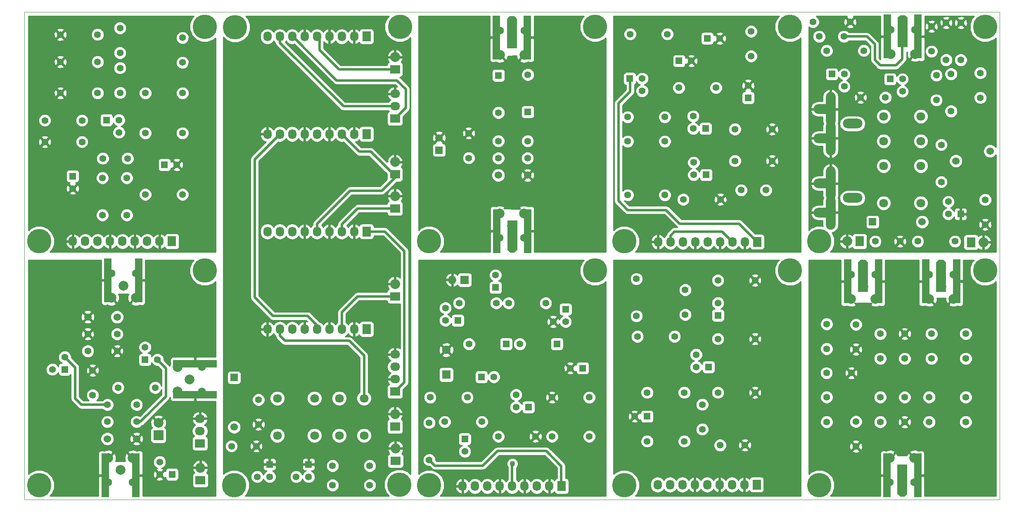
<source format=gtl>
G75*
G71*
%MOMM*%
%OFA0B0*%
%FSLAX53Y53*%
%IPPOS*%
%LPD*%
%ADD12C,1.39700*%
%ADD15O,2.03200X1.72720*%
%ADD18R,1.77800X1.77800*%
%ADD23C,5.00126*%
%ADD24C,1.60020*%
%ADD26R,1.99898X1.99898*%
%ADD27O,2.03200X2.03200*%
%ADD28C,0.50800*%
%ADD31C,0.25400*%
%ADD35R,2.03200X1.80000*%
%ADD38R,1.52400X1.52400*%
%ADD43R,1.42240X1.42240*%
%ADD44R,1.99898X6.09600*%
%ADD47C,1.77800*%
%ADD52R,1.52400X8.99922*%
%ADD53C,1.52400*%
%ADD56C,0.15000*%
%ADD58R,1.72720X2.03200*%
%ADD61O,1.72720X1.72720*%
%ADD65R,1.80000X2.03200*%
%ADD66C,1.79832*%
%ADD68C,1.08966*%
%ADD69O,1.72720X2.03200*%
%ADD70R,2.03200X1.72720*%
%ADD71C,1.42240*%
%ADD75R,1.39700X1.39700*%
%ADD76C,1.99898*%
%ADD78R,1.72720X1.72720*%
%ADD79R,8.99922X1.52400*%
%ADD84O,4.00050X1.99898*%
%ADD85O,1.99898X7.00024*%
X0000000Y0000000D02*
G01*
D56*
D35*
X0036101Y0004030D03*
D27*
X0036101Y0006570D03*
D23*
X0037003Y0047000D03*
X0003000Y0003000D03*
D53*
X0019002Y0037501D03*
X0013002Y0037501D03*
D12*
X0019002Y0034001D03*
X0013002Y0034001D03*
X0019002Y0030501D03*
X0013002Y0030501D03*
D53*
X0017000Y0012500D03*
X0023000Y0012500D03*
D12*
X0017000Y0016000D03*
X0023000Y0016000D03*
X0017000Y0019500D03*
X0023000Y0019500D03*
X0024732Y0031270D03*
D75*
X0024732Y0028730D03*
D12*
X0027272Y0028730D03*
X0026812Y0023000D03*
X0019192Y0023000D03*
D26*
X0027500Y0013231D03*
D76*
X0027500Y0015771D03*
D12*
X0014000Y0021461D03*
X0014000Y0026541D03*
D75*
X0030272Y0005230D03*
D12*
X0027732Y0005230D03*
X0027732Y0007770D03*
X0005730Y0026731D03*
D75*
X0008270Y0026731D03*
D12*
X0008270Y0029271D03*
D79*
X0035001Y0027895D03*
X0035001Y0021570D03*
D76*
X0033901Y0024679D03*
D24*
X0036401Y0022180D03*
X0036401Y0027181D03*
D76*
X0031402Y0027181D03*
X0031402Y0022180D03*
D52*
X0017107Y0044999D03*
X0023431Y0044999D03*
D76*
X0020322Y0043899D03*
D24*
X0022822Y0046398D03*
X0017821Y0046398D03*
D76*
X0017821Y0041400D03*
X0022822Y0041400D03*
D52*
X0022895Y0005002D03*
X0016571Y0005002D03*
D76*
X0019680Y0006101D03*
D24*
X0017180Y0003602D03*
X0022182Y0003602D03*
D76*
X0022182Y0008601D03*
X0017180Y0008601D03*
D70*
X0036001Y0011560D03*
D15*
X0036001Y0014100D03*
X0036001Y0016640D03*
D28*
X0023802Y0016000D02*
X0029002Y0021199D01*
X0029002Y0021199D02*
X0029002Y0027000D01*
X0029002Y0027000D02*
X0027272Y0028730D01*
X0023000Y0016000D02*
X0023802Y0016000D01*
X0011702Y0019500D02*
X0010401Y0020800D01*
X0010401Y0020800D02*
X0010401Y0027140D01*
X0010401Y0027140D02*
X0008270Y0029271D01*
X0017000Y0019500D02*
X0011702Y0019500D01*
D31*
G36*
X0034742Y0049175D02*
X0034346Y0048779D01*
X0033868Y0047627D01*
X0033866Y0046379D01*
X0034343Y0045227D01*
X0035224Y0044344D01*
X0036376Y0043865D01*
X0037624Y0043864D01*
X0038776Y0044341D01*
X0039174Y0044738D01*
X0039174Y0038910D01*
X0013210Y0038910D01*
X0012655Y0038882D01*
X0012271Y0038723D01*
X0012202Y0038481D01*
X0012381Y0038301D01*
X0012022Y0038301D01*
X0011780Y0038232D01*
X0011593Y0037709D01*
X0011621Y0037153D01*
X0011780Y0036770D01*
X0012022Y0036700D01*
X0012823Y0037501D01*
X0012022Y0038301D01*
X0012381Y0038301D01*
X0013002Y0037680D01*
X0013803Y0038481D01*
X0013733Y0038723D01*
X0013210Y0038910D01*
X0039174Y0038910D01*
X0039174Y0038898D01*
X0018725Y0038898D01*
X0018211Y0038686D01*
X0017826Y0038301D01*
X0013982Y0038301D01*
X0013182Y0037501D01*
X0013361Y0037321D01*
X0013002Y0037321D01*
X0012202Y0036521D01*
X0012271Y0036278D01*
X0012794Y0036092D01*
X0013349Y0036119D01*
X0013733Y0036278D01*
X0013803Y0036521D01*
X0013002Y0037321D01*
X0013361Y0037321D01*
X0013982Y0036700D01*
X0014225Y0036770D01*
X0014411Y0037293D01*
X0014383Y0037848D01*
X0014225Y0038232D01*
X0013982Y0038301D01*
X0017826Y0038301D01*
X0017818Y0038293D01*
X0017605Y0037780D01*
X0017604Y0037224D01*
X0017817Y0036711D01*
X0018209Y0036317D01*
X0018723Y0036104D01*
X0019278Y0036104D01*
X0019792Y0036316D01*
X0020185Y0036708D01*
X0020398Y0037222D01*
X0020399Y0037777D01*
X0020187Y0038291D01*
X0019794Y0038684D01*
X0019281Y0038898D01*
X0018725Y0038898D01*
X0039174Y0038898D01*
X0039174Y0035347D01*
X0013195Y0035347D01*
X0012665Y0035318D01*
X0012309Y0035171D01*
X0012248Y0034935D01*
X0012427Y0034755D01*
X0012068Y0034755D01*
X0011832Y0034694D01*
X0011656Y0034193D01*
X0011685Y0033664D01*
X0011832Y0033308D01*
X0012068Y0033246D01*
X0012823Y0034001D01*
X0012068Y0034755D01*
X0012427Y0034755D01*
X0013002Y0034180D01*
X0013757Y0034935D01*
X0013695Y0035171D01*
X0013195Y0035347D01*
X0039174Y0035347D01*
X0039174Y0035334D01*
X0018738Y0035334D01*
X0018247Y0035132D01*
X0017872Y0034757D01*
X0017871Y0034755D01*
X0013936Y0034755D01*
X0013182Y0034001D01*
X0013361Y0033821D01*
X0013002Y0033821D01*
X0012248Y0033067D01*
X0012309Y0032831D01*
X0012810Y0032655D01*
X0013339Y0032684D01*
X0013695Y0032831D01*
X0013757Y0033067D01*
X0013002Y0033821D01*
X0013361Y0033821D01*
X0013936Y0033246D01*
X0014172Y0033308D01*
X0014348Y0033808D01*
X0014319Y0034338D01*
X0014172Y0034694D01*
X0013936Y0034755D01*
X0017871Y0034755D01*
X0017668Y0034267D01*
X0017668Y0033737D01*
X0017870Y0033246D01*
X0018245Y0032871D01*
X0018735Y0032667D01*
X0019266Y0032667D01*
X0019756Y0032870D01*
X0020131Y0033244D01*
X0020335Y0033734D01*
X0020335Y0034265D01*
X0020133Y0034755D01*
X0019758Y0035131D01*
X0019268Y0035334D01*
X0018738Y0035334D01*
X0039174Y0035334D01*
X0039174Y0029292D01*
X0035287Y0029292D01*
X0035128Y0029133D01*
X0035128Y0028022D01*
X0035148Y0028022D01*
X0035148Y0027935D01*
X0035147Y0027935D01*
X0035079Y0027748D01*
X0034874Y0027748D01*
X0034874Y0027768D01*
X0032940Y0027768D01*
X0032835Y0028022D01*
X0034874Y0028022D01*
X0034874Y0029133D01*
X0034715Y0029292D01*
X0030375Y0029292D01*
X0030142Y0029195D01*
X0029963Y0029016D01*
X0029866Y0028783D01*
X0029866Y0028530D01*
X0029866Y0028180D01*
X0029990Y0028057D01*
X0029983Y0028055D01*
X0029756Y0027445D01*
X0029757Y0027440D01*
X0029630Y0027629D01*
X0028605Y0028654D01*
X0028606Y0028994D01*
X0028403Y0029485D01*
X0028028Y0029860D01*
X0027538Y0030063D01*
X0027008Y0030064D01*
X0026517Y0029861D01*
X0026142Y0029487D01*
X0026078Y0029332D01*
X0026078Y0029429D01*
X0026031Y0029671D01*
X0025891Y0029884D01*
X0025680Y0030026D01*
X0025430Y0030076D01*
X0025334Y0030076D01*
X0025486Y0030139D01*
X0025862Y0030514D01*
X0026065Y0031004D01*
X0026066Y0031534D01*
X0025863Y0032025D01*
X0025488Y0032400D01*
X0024998Y0032603D01*
X0024468Y0032604D01*
X0023977Y0032401D01*
X0023602Y0032027D01*
X0023527Y0031847D01*
X0019194Y0031847D01*
X0018970Y0031834D01*
X0012738Y0031834D01*
X0012248Y0031632D01*
X0011872Y0031257D01*
X0011669Y0030767D01*
X0011669Y0030605D01*
X0008006Y0030605D01*
X0007516Y0030402D01*
X0007140Y0030028D01*
X0006937Y0029538D01*
X0006936Y0029007D01*
X0007139Y0028517D01*
X0007514Y0028141D01*
X0007668Y0028077D01*
X0007572Y0028077D01*
X0007329Y0028030D01*
X0007117Y0027890D01*
X0006974Y0027679D01*
X0006924Y0027430D01*
X0006924Y0027333D01*
X0006861Y0027486D01*
X0006486Y0027861D01*
X0005997Y0028064D01*
X0005466Y0028065D01*
X0004976Y0027862D01*
X0004600Y0027488D01*
X0004397Y0026998D01*
X0004396Y0026467D01*
X0004599Y0025977D01*
X0004974Y0025601D01*
X0005464Y0025398D01*
X0005994Y0025397D01*
X0006484Y0025600D01*
X0006860Y0025975D01*
X0006924Y0026130D01*
X0006924Y0026033D01*
X0006971Y0025791D01*
X0007111Y0025578D01*
X0007322Y0025435D01*
X0007572Y0025385D01*
X0008969Y0025385D01*
X0009211Y0025432D01*
X0009424Y0025572D01*
X0009512Y0025703D01*
X0009512Y0020800D01*
X0009580Y0020460D01*
X0009773Y0020172D01*
X0011073Y0018871D01*
X0011361Y0018679D01*
X0011702Y0018611D01*
X0016003Y0018611D01*
X0016244Y0018370D01*
X0016734Y0018167D01*
X0017264Y0018166D01*
X0017754Y0018369D01*
X0018130Y0018743D01*
X0018333Y0019233D01*
X0018334Y0019764D01*
X0018131Y0020254D01*
X0017756Y0020630D01*
X0017266Y0020833D01*
X0016736Y0020834D01*
X0016246Y0020631D01*
X0016003Y0020389D01*
X0014814Y0020389D01*
X0015130Y0020704D01*
X0015334Y0021194D01*
X0015334Y0021725D01*
X0015131Y0022215D01*
X0014757Y0022591D01*
X0014267Y0022794D01*
X0013736Y0022794D01*
X0013246Y0022592D01*
X0012871Y0022217D01*
X0012667Y0021727D01*
X0012667Y0021197D01*
X0012869Y0020706D01*
X0013186Y0020389D01*
X0012070Y0020389D01*
X0011290Y0021169D01*
X0011290Y0027140D01*
X0011222Y0027480D01*
X0011222Y0027480D01*
X0011030Y0027769D01*
X0009604Y0029195D01*
X0009604Y0029535D01*
X0009401Y0030026D01*
X0009026Y0030401D01*
X0008537Y0030604D01*
X0008006Y0030605D01*
X0011669Y0030605D01*
X0011668Y0030236D01*
X0011871Y0029746D01*
X0012246Y0029371D01*
X0012736Y0029167D01*
X0013266Y0029167D01*
X0013757Y0029369D01*
X0014132Y0029744D01*
X0014335Y0030234D01*
X0014336Y0030765D01*
X0014133Y0031255D01*
X0013758Y0031630D01*
X0013269Y0031834D01*
X0012738Y0031834D01*
X0018970Y0031834D01*
X0018664Y0031818D01*
X0018309Y0031670D01*
X0018247Y0031435D01*
X0018427Y0031255D01*
X0018067Y0031255D01*
X0017832Y0031194D01*
X0017656Y0030693D01*
X0017684Y0030163D01*
X0017832Y0029808D01*
X0018067Y0029746D01*
X0018822Y0030501D01*
X0018067Y0031255D01*
X0018427Y0031255D01*
X0019002Y0030680D01*
X0019756Y0031435D01*
X0019695Y0031670D01*
X0019194Y0031847D01*
X0023527Y0031847D01*
X0023399Y0031537D01*
X0023398Y0031255D01*
X0019936Y0031255D01*
X0019181Y0030501D01*
X0019361Y0030321D01*
X0019002Y0030321D01*
X0018247Y0029566D01*
X0018309Y0029331D01*
X0018809Y0029155D01*
X0019339Y0029183D01*
X0019695Y0029331D01*
X0019756Y0029566D01*
X0019002Y0030321D01*
X0019361Y0030321D01*
X0019936Y0029746D01*
X0020171Y0029808D01*
X0020348Y0030308D01*
X0020319Y0030838D01*
X0020171Y0031194D01*
X0019936Y0031255D01*
X0023398Y0031255D01*
X0023398Y0031006D01*
X0023601Y0030516D01*
X0023975Y0030140D01*
X0024130Y0030076D01*
X0024033Y0030076D01*
X0023791Y0030029D01*
X0023578Y0029889D01*
X0023436Y0029678D01*
X0023386Y0029429D01*
X0023386Y0028032D01*
X0023414Y0027887D01*
X0014193Y0027887D01*
X0013663Y0027858D01*
X0013307Y0027711D01*
X0013246Y0027475D01*
X0013425Y0027295D01*
X0013066Y0027295D01*
X0012831Y0027234D01*
X0012654Y0026733D01*
X0012683Y0026204D01*
X0012831Y0025848D01*
X0013066Y0025786D01*
X0013821Y0026541D01*
X0013066Y0027295D01*
X0013425Y0027295D01*
X0014000Y0026720D01*
X0014755Y0027475D01*
X0014693Y0027711D01*
X0014193Y0027887D01*
X0023414Y0027887D01*
X0023433Y0027790D01*
X0023573Y0027577D01*
X0023784Y0027434D01*
X0024033Y0027384D01*
X0025430Y0027384D01*
X0025672Y0027431D01*
X0025885Y0027571D01*
X0026028Y0027782D01*
X0026078Y0028032D01*
X0026078Y0028128D01*
X0026141Y0027976D01*
X0026515Y0027600D01*
X0027005Y0027397D01*
X0027348Y0027397D01*
X0027450Y0027295D01*
X0014935Y0027295D01*
X0014180Y0026541D01*
X0014360Y0026361D01*
X0014000Y0026361D01*
X0013246Y0025607D01*
X0013307Y0025371D01*
X0013808Y0025195D01*
X0014338Y0025224D01*
X0014693Y0025371D01*
X0014755Y0025607D01*
X0014000Y0026361D01*
X0014360Y0026361D01*
X0014935Y0025786D01*
X0015170Y0025848D01*
X0015346Y0026348D01*
X0015317Y0026878D01*
X0015170Y0027234D01*
X0014935Y0027295D01*
X0027450Y0027295D01*
X0028113Y0026632D01*
X0028113Y0023345D01*
X0027943Y0023754D01*
X0027568Y0024130D01*
X0027079Y0024333D01*
X0026548Y0024334D01*
X0018928Y0024334D01*
X0018438Y0024131D01*
X0018062Y0023756D01*
X0017859Y0023266D01*
X0017858Y0022736D01*
X0018061Y0022246D01*
X0018436Y0021870D01*
X0018926Y0021667D01*
X0019456Y0021666D01*
X0019946Y0021869D01*
X0020322Y0022244D01*
X0020525Y0022734D01*
X0020526Y0023264D01*
X0020323Y0023754D01*
X0019948Y0024130D01*
X0019459Y0024333D01*
X0018928Y0024334D01*
X0026548Y0024334D01*
X0026058Y0024131D01*
X0025682Y0023756D01*
X0025479Y0023266D01*
X0025478Y0022736D01*
X0025681Y0022246D01*
X0026056Y0021870D01*
X0026546Y0021667D01*
X0027076Y0021666D01*
X0027566Y0021869D01*
X0027942Y0022244D01*
X0028113Y0022655D01*
X0028113Y0021567D01*
X0027379Y0020834D01*
X0022735Y0020834D01*
X0022245Y0020631D01*
X0021870Y0020256D01*
X0021666Y0019766D01*
X0021666Y0019236D01*
X0021868Y0018745D01*
X0022243Y0018370D01*
X0022733Y0018167D01*
X0023264Y0018166D01*
X0023754Y0018369D01*
X0024129Y0018743D01*
X0024333Y0019233D01*
X0024333Y0019764D01*
X0024131Y0020254D01*
X0023756Y0020630D01*
X0023266Y0020833D01*
X0022735Y0020834D01*
X0027379Y0020834D01*
X0023699Y0017153D01*
X0023266Y0017333D01*
X0022735Y0017333D01*
X0016736Y0017333D01*
X0016246Y0017131D01*
X0015870Y0016756D01*
X0015667Y0016266D01*
X0015666Y0015736D01*
X0015869Y0015245D01*
X0016244Y0014870D01*
X0016734Y0014666D01*
X0017264Y0014666D01*
X0017754Y0014869D01*
X0018130Y0015243D01*
X0018333Y0015733D01*
X0018334Y0016264D01*
X0018131Y0016754D01*
X0017756Y0017130D01*
X0017266Y0017333D01*
X0016736Y0017333D01*
X0022735Y0017333D01*
X0022245Y0017131D01*
X0021870Y0016756D01*
X0021666Y0016266D01*
X0021666Y0015736D01*
X0021868Y0015245D01*
X0022243Y0014870D01*
X0022733Y0014666D01*
X0023264Y0014666D01*
X0023754Y0014869D01*
X0024045Y0015159D01*
X0024045Y0015159D01*
X0024142Y0015178D01*
X0024431Y0015371D01*
X0029630Y0020570D01*
X0029823Y0020859D01*
X0029823Y0020859D01*
X0029866Y0021078D01*
X0029866Y0020934D01*
X0029866Y0020682D01*
X0029963Y0020448D01*
X0030142Y0020270D01*
X0030375Y0020173D01*
X0034715Y0020173D01*
X0034874Y0020332D01*
X0034874Y0021443D01*
X0034854Y0021443D01*
X0034854Y0021697D01*
X0034874Y0021697D01*
X0034874Y0021717D01*
X0035026Y0021717D01*
X0035139Y0021443D01*
X0035128Y0021443D01*
X0035128Y0020332D01*
X0035287Y0020173D01*
X0039174Y0020173D01*
X0039174Y0018125D01*
X0036363Y0018125D01*
X0035639Y0018125D01*
X0035087Y0017932D01*
X0034650Y0017542D01*
X0034590Y0017417D01*
X0027765Y0017417D01*
X0027115Y0017392D01*
X0026626Y0017190D01*
X0026528Y0016923D01*
X0027500Y0015951D01*
X0028473Y0016923D01*
X0028374Y0017190D01*
X0027765Y0017417D01*
X0034590Y0017417D01*
X0034396Y0017015D01*
X0034394Y0016999D01*
X0034515Y0016767D01*
X0035874Y0016767D01*
X0035874Y0017981D01*
X0035639Y0018125D01*
X0036363Y0018125D01*
X0036128Y0017981D01*
X0036128Y0016767D01*
X0037487Y0016767D01*
X0037608Y0016999D01*
X0037606Y0017015D01*
X0037352Y0017542D01*
X0036915Y0017932D01*
X0036363Y0018125D01*
X0039174Y0018125D01*
X0039174Y0016744D01*
X0028653Y0016744D01*
X0027680Y0015771D01*
X0027694Y0015757D01*
X0027515Y0015577D01*
X0027500Y0015592D01*
X0027486Y0015577D01*
X0027307Y0015757D01*
X0027321Y0015771D01*
X0026348Y0016744D01*
X0026081Y0016645D01*
X0025855Y0016036D01*
X0025879Y0015386D01*
X0026081Y0014897D01*
X0026260Y0014831D01*
X0026259Y0014831D01*
X0026046Y0014691D01*
X0025904Y0014480D01*
X0025854Y0014231D01*
X0025854Y0013909D01*
X0023207Y0013909D01*
X0022969Y0013897D01*
X0016723Y0013897D01*
X0016210Y0013685D01*
X0015816Y0013292D01*
X0015603Y0012779D01*
X0015603Y0012223D01*
X0015815Y0011709D01*
X0016208Y0011316D01*
X0016721Y0011103D01*
X0017277Y0011102D01*
X0017790Y0011315D01*
X0018184Y0011707D01*
X0018397Y0012221D01*
X0018397Y0012776D01*
X0018185Y0013290D01*
X0017792Y0013683D01*
X0017279Y0013896D01*
X0016723Y0013897D01*
X0022969Y0013897D01*
X0022652Y0013881D01*
X0022268Y0013722D01*
X0022199Y0013480D01*
X0022379Y0013300D01*
X0022019Y0013300D01*
X0021777Y0013231D01*
X0021590Y0012707D01*
X0021618Y0012152D01*
X0021777Y0011768D01*
X0022019Y0011699D01*
X0022820Y0012500D01*
X0022019Y0013300D01*
X0022379Y0013300D01*
X0023000Y0012679D01*
X0023800Y0013480D01*
X0023731Y0013722D01*
X0023207Y0013909D01*
X0025854Y0013909D01*
X0025854Y0013300D01*
X0023980Y0013300D01*
X0023179Y0012500D01*
X0023359Y0012320D01*
X0023000Y0012320D01*
X0022199Y0011519D01*
X0022268Y0011277D01*
X0022792Y0011090D01*
X0023347Y0011118D01*
X0023731Y0011277D01*
X0023800Y0011519D01*
X0023000Y0012320D01*
X0023359Y0012320D01*
X0023980Y0011699D01*
X0024222Y0011768D01*
X0024409Y0012292D01*
X0024381Y0012847D01*
X0024222Y0013231D01*
X0023980Y0013300D01*
X0025854Y0013300D01*
X0025854Y0012232D01*
X0025900Y0011990D01*
X0026040Y0011777D01*
X0026251Y0011634D01*
X0026501Y0011584D01*
X0028500Y0011584D01*
X0028742Y0011631D01*
X0028955Y0011771D01*
X0029097Y0011982D01*
X0029147Y0012232D01*
X0029147Y0014231D01*
X0029100Y0014473D01*
X0028961Y0014686D01*
X0028750Y0014828D01*
X0028738Y0014830D01*
X0028919Y0014897D01*
X0029146Y0015507D01*
X0029122Y0016157D01*
X0028919Y0016645D01*
X0028653Y0016744D01*
X0039174Y0016744D01*
X0039174Y0016513D01*
X0037487Y0016513D01*
X0036128Y0016513D01*
X0036128Y0016493D01*
X0035874Y0016493D01*
X0035874Y0016513D01*
X0034515Y0016513D01*
X0034394Y0016281D01*
X0034396Y0016265D01*
X0034650Y0015738D01*
X0035066Y0015366D01*
X0034757Y0015160D01*
X0034432Y0014673D01*
X0034318Y0014100D01*
X0034432Y0013527D01*
X0034757Y0013040D01*
X0034772Y0013030D01*
X0034743Y0013024D01*
X0034530Y0012884D01*
X0034388Y0012673D01*
X0034338Y0012424D01*
X0034338Y0010696D01*
X0034385Y0010454D01*
X0034524Y0010241D01*
X0034735Y0010099D01*
X0034985Y0010049D01*
X0037017Y0010049D01*
X0037259Y0010096D01*
X0037472Y0010236D01*
X0037614Y0010447D01*
X0037664Y0010696D01*
X0037664Y0012424D01*
X0037617Y0012666D01*
X0037478Y0012879D01*
X0037267Y0013021D01*
X0037228Y0013029D01*
X0037245Y0013040D01*
X0037570Y0013527D01*
X0037684Y0014100D01*
X0037570Y0014673D01*
X0037245Y0015160D01*
X0036936Y0015366D01*
X0037352Y0015738D01*
X0037606Y0016265D01*
X0037608Y0016281D01*
X0037487Y0016513D01*
X0039174Y0016513D01*
X0039174Y0009104D01*
X0027467Y0009104D01*
X0026977Y0008901D01*
X0026602Y0008526D01*
X0026398Y0008037D01*
X0026398Y0007506D01*
X0026600Y0007016D01*
X0026975Y0006640D01*
X0027297Y0006507D01*
X0027039Y0006400D01*
X0026977Y0006164D01*
X0027157Y0005985D01*
X0026797Y0005985D01*
X0026562Y0005923D01*
X0026386Y0005423D01*
X0026414Y0004893D01*
X0026562Y0004537D01*
X0026797Y0004476D01*
X0027552Y0005230D01*
X0026797Y0005985D01*
X0027157Y0005985D01*
X0027732Y0005410D01*
X0028486Y0006164D01*
X0028425Y0006400D01*
X0028145Y0006498D01*
X0028486Y0006639D01*
X0028861Y0007014D01*
X0029065Y0007504D01*
X0029065Y0008034D01*
X0028863Y0008525D01*
X0028488Y0008900D01*
X0027998Y0009103D01*
X0027467Y0009104D01*
X0039174Y0009104D01*
X0039174Y0008176D01*
X0036484Y0008176D01*
X0035718Y0008176D01*
X0035236Y0007976D01*
X0034764Y0007538D01*
X0034495Y0006953D01*
X0034614Y0006697D01*
X0035974Y0006697D01*
X0035974Y0008057D01*
X0035718Y0008176D01*
X0036484Y0008176D01*
X0036228Y0008057D01*
X0036228Y0006697D01*
X0037588Y0006697D01*
X0037707Y0006953D01*
X0037438Y0007538D01*
X0036966Y0007976D01*
X0036484Y0008176D01*
X0039174Y0008176D01*
X0039174Y0006576D01*
X0030970Y0006576D01*
X0029573Y0006576D01*
X0029331Y0006529D01*
X0029118Y0006389D01*
X0028976Y0006178D01*
X0028926Y0005929D01*
X0028926Y0005864D01*
X0028901Y0005923D01*
X0028666Y0005985D01*
X0027911Y0005230D01*
X0028091Y0005051D01*
X0027732Y0005051D01*
X0026977Y0004296D01*
X0027039Y0004060D01*
X0027539Y0003884D01*
X0028069Y0003913D01*
X0028425Y0004060D01*
X0028486Y0004296D01*
X0027732Y0005051D01*
X0028091Y0005051D01*
X0028666Y0004476D01*
X0028901Y0004537D01*
X0028926Y0004606D01*
X0028926Y0004532D01*
X0028973Y0004290D01*
X0029112Y0004077D01*
X0029323Y0003934D01*
X0029573Y0003884D01*
X0030970Y0003884D01*
X0031212Y0003931D01*
X0031425Y0004071D01*
X0031567Y0004282D01*
X0031618Y0004532D01*
X0031618Y0005929D01*
X0031571Y0006171D01*
X0031431Y0006384D01*
X0031220Y0006526D01*
X0030970Y0006576D01*
X0039174Y0006576D01*
X0039174Y0006443D01*
X0037588Y0006443D01*
X0036228Y0006443D01*
X0036228Y0006423D01*
X0035974Y0006423D01*
X0035974Y0006443D01*
X0034614Y0006443D01*
X0034495Y0006187D01*
X0034764Y0005602D01*
X0034842Y0005530D01*
X0034630Y0005391D01*
X0034488Y0005180D01*
X0034438Y0004930D01*
X0034438Y0003130D01*
X0034485Y0002888D01*
X0034624Y0002675D01*
X0034835Y0002533D01*
X0035085Y0002483D01*
X0037117Y0002483D01*
X0037359Y0002530D01*
X0037572Y0002669D01*
X0037714Y0002880D01*
X0037764Y0003130D01*
X0037764Y0004930D01*
X0037717Y0005172D01*
X0037578Y0005385D01*
X0037367Y0005527D01*
X0037360Y0005529D01*
X0037438Y0005602D01*
X0037707Y0006187D01*
X0037588Y0006443D01*
X0039174Y0006443D01*
X0039174Y0000826D01*
X0024292Y0000826D01*
X0024292Y0004716D01*
X0024134Y0004875D01*
X0023022Y0004875D01*
X0023022Y0004855D01*
X0022936Y0004855D01*
X0022936Y0004856D01*
X0022748Y0004923D01*
X0022748Y0005129D01*
X0022768Y0005129D01*
X0022768Y0007063D01*
X0023022Y0007168D01*
X0023022Y0005129D01*
X0024134Y0005129D01*
X0024292Y0005287D01*
X0024292Y0009627D01*
X0024196Y0009861D01*
X0024017Y0010039D01*
X0023784Y0010136D01*
X0023531Y0010136D01*
X0023181Y0010136D01*
X0023058Y0010013D01*
X0023056Y0010020D01*
X0022446Y0010246D01*
X0021796Y0010222D01*
X0021308Y0010020D01*
X0021209Y0009753D01*
X0021498Y0009464D01*
X0021498Y0009104D01*
X0021030Y0009573D01*
X0020763Y0009475D01*
X0020536Y0008865D01*
X0020560Y0008215D01*
X0020680Y0007927D01*
X0018674Y0007927D01*
X0018826Y0008336D01*
X0018802Y0008986D01*
X0018599Y0009475D01*
X0018333Y0009573D01*
X0017968Y0009208D01*
X0017968Y0009568D01*
X0018153Y0009753D01*
X0018054Y0010020D01*
X0017445Y0010246D01*
X0016795Y0010222D01*
X0016374Y0010048D01*
X0016285Y0010136D01*
X0015935Y0010136D01*
X0015683Y0010136D01*
X0015449Y0010039D01*
X0015270Y0009861D01*
X0015174Y0009627D01*
X0015174Y0005287D01*
X0015333Y0005129D01*
X0016444Y0005129D01*
X0016444Y0007131D01*
X0016698Y0007036D01*
X0016698Y0005129D01*
X0016718Y0005129D01*
X0016718Y0004977D01*
X0016444Y0004863D01*
X0016444Y0004875D01*
X0015333Y0004875D01*
X0015174Y0004716D01*
X0015174Y0000826D01*
X0005260Y0000826D01*
X0005656Y0001221D01*
X0006135Y0002374D01*
X0006136Y0003621D01*
X0005659Y0004774D01*
X0004778Y0005657D01*
X0003626Y0006135D01*
X0002379Y0006136D01*
X0001226Y0005660D01*
X0000825Y0005260D01*
X0000825Y0049175D01*
X0015710Y0049175D01*
X0015710Y0045285D01*
X0015869Y0045126D01*
X0016980Y0045126D01*
X0016980Y0045146D01*
X0017066Y0045146D01*
X0017066Y0045144D01*
X0017254Y0045077D01*
X0017254Y0044872D01*
X0017234Y0044872D01*
X0017234Y0042938D01*
X0016980Y0042832D01*
X0016980Y0044872D01*
X0015869Y0044872D01*
X0015710Y0044713D01*
X0015710Y0040373D01*
X0015806Y0040140D01*
X0015985Y0039961D01*
X0016218Y0039864D01*
X0016471Y0039864D01*
X0016821Y0039864D01*
X0016944Y0039987D01*
X0016947Y0039981D01*
X0017556Y0039754D01*
X0018206Y0039778D01*
X0018694Y0039981D01*
X0018793Y0040248D01*
X0018504Y0040537D01*
X0018504Y0040896D01*
X0018973Y0040427D01*
X0019239Y0040526D01*
X0019466Y0041135D01*
X0019442Y0041785D01*
X0019281Y0042173D01*
X0021365Y0042173D01*
X0021176Y0041664D01*
X0021200Y0041014D01*
X0021403Y0040526D01*
X0021670Y0040427D01*
X0022034Y0040792D01*
X0022034Y0040433D01*
X0021849Y0040248D01*
X0021948Y0039981D01*
X0022557Y0039754D01*
X0023207Y0039778D01*
X0023628Y0039953D01*
X0023717Y0039864D01*
X0024067Y0039864D01*
X0024320Y0039864D01*
X0024553Y0039961D01*
X0024732Y0040140D01*
X0024828Y0040373D01*
X0024828Y0044713D01*
X0024670Y0044872D01*
X0023558Y0044872D01*
X0023558Y0042870D01*
X0023304Y0042964D01*
X0023304Y0044872D01*
X0023284Y0044872D01*
X0023284Y0045024D01*
X0023558Y0045137D01*
X0023558Y0045126D01*
X0024670Y0045126D01*
X0024828Y0045285D01*
X0024828Y0049175D01*
X0034742Y0049175D01*
X0034742Y0049175D01*
G37*
X0034742Y0049175D02*
X0034346Y0048779D01*
X0033868Y0047627D01*
X0033866Y0046379D01*
X0034343Y0045227D01*
X0035224Y0044344D01*
X0036376Y0043865D01*
X0037624Y0043864D01*
X0038776Y0044341D01*
X0039174Y0044738D01*
X0039174Y0038910D01*
X0013210Y0038910D01*
X0012655Y0038882D01*
X0012271Y0038723D01*
X0012202Y0038481D01*
X0012381Y0038301D01*
X0012022Y0038301D01*
X0011780Y0038232D01*
X0011593Y0037709D01*
X0011621Y0037153D01*
X0011780Y0036770D01*
X0012022Y0036700D01*
X0012823Y0037501D01*
X0012022Y0038301D01*
X0012381Y0038301D01*
X0013002Y0037680D01*
X0013803Y0038481D01*
X0013733Y0038723D01*
X0013210Y0038910D01*
X0039174Y0038910D01*
X0039174Y0038898D01*
X0018725Y0038898D01*
X0018211Y0038686D01*
X0017826Y0038301D01*
X0013982Y0038301D01*
X0013182Y0037501D01*
X0013361Y0037321D01*
X0013002Y0037321D01*
X0012202Y0036521D01*
X0012271Y0036278D01*
X0012794Y0036092D01*
X0013349Y0036119D01*
X0013733Y0036278D01*
X0013803Y0036521D01*
X0013002Y0037321D01*
X0013361Y0037321D01*
X0013982Y0036700D01*
X0014225Y0036770D01*
X0014411Y0037293D01*
X0014383Y0037848D01*
X0014225Y0038232D01*
X0013982Y0038301D01*
X0017826Y0038301D01*
X0017818Y0038293D01*
X0017605Y0037780D01*
X0017604Y0037224D01*
X0017817Y0036711D01*
X0018209Y0036317D01*
X0018723Y0036104D01*
X0019278Y0036104D01*
X0019792Y0036316D01*
X0020185Y0036708D01*
X0020398Y0037222D01*
X0020399Y0037777D01*
X0020187Y0038291D01*
X0019794Y0038684D01*
X0019281Y0038898D01*
X0018725Y0038898D01*
X0039174Y0038898D01*
X0039174Y0035347D01*
X0013195Y0035347D01*
X0012665Y0035318D01*
X0012309Y0035171D01*
X0012248Y0034935D01*
X0012427Y0034755D01*
X0012068Y0034755D01*
X0011832Y0034694D01*
X0011656Y0034193D01*
X0011685Y0033664D01*
X0011832Y0033308D01*
X0012068Y0033246D01*
X0012823Y0034001D01*
X0012068Y0034755D01*
X0012427Y0034755D01*
X0013002Y0034180D01*
X0013757Y0034935D01*
X0013695Y0035171D01*
X0013195Y0035347D01*
X0039174Y0035347D01*
X0039174Y0035334D01*
X0018738Y0035334D01*
X0018247Y0035132D01*
X0017872Y0034757D01*
X0017871Y0034755D01*
X0013936Y0034755D01*
X0013182Y0034001D01*
X0013361Y0033821D01*
X0013002Y0033821D01*
X0012248Y0033067D01*
X0012309Y0032831D01*
X0012810Y0032655D01*
X0013339Y0032684D01*
X0013695Y0032831D01*
X0013757Y0033067D01*
X0013002Y0033821D01*
X0013361Y0033821D01*
X0013936Y0033246D01*
X0014172Y0033308D01*
X0014348Y0033808D01*
X0014319Y0034338D01*
X0014172Y0034694D01*
X0013936Y0034755D01*
X0017871Y0034755D01*
X0017668Y0034267D01*
X0017668Y0033737D01*
X0017870Y0033246D01*
X0018245Y0032871D01*
X0018735Y0032667D01*
X0019266Y0032667D01*
X0019756Y0032870D01*
X0020131Y0033244D01*
X0020335Y0033734D01*
X0020335Y0034265D01*
X0020133Y0034755D01*
X0019758Y0035131D01*
X0019268Y0035334D01*
X0018738Y0035334D01*
X0039174Y0035334D01*
X0039174Y0029292D01*
X0035287Y0029292D01*
X0035128Y0029133D01*
X0035128Y0028022D01*
X0035148Y0028022D01*
X0035148Y0027935D01*
X0035147Y0027935D01*
X0035079Y0027748D01*
X0034874Y0027748D01*
X0034874Y0027768D01*
X0032940Y0027768D01*
X0032835Y0028022D01*
X0034874Y0028022D01*
X0034874Y0029133D01*
X0034715Y0029292D01*
X0030375Y0029292D01*
X0030142Y0029195D01*
X0029963Y0029016D01*
X0029866Y0028783D01*
X0029866Y0028530D01*
X0029866Y0028180D01*
X0029990Y0028057D01*
X0029983Y0028055D01*
X0029756Y0027445D01*
X0029757Y0027440D01*
X0029630Y0027629D01*
X0028605Y0028654D01*
X0028606Y0028994D01*
X0028403Y0029485D01*
X0028028Y0029860D01*
X0027538Y0030063D01*
X0027008Y0030064D01*
X0026517Y0029861D01*
X0026142Y0029487D01*
X0026078Y0029332D01*
X0026078Y0029429D01*
X0026031Y0029671D01*
X0025891Y0029884D01*
X0025680Y0030026D01*
X0025430Y0030076D01*
X0025334Y0030076D01*
X0025486Y0030139D01*
X0025862Y0030514D01*
X0026065Y0031004D01*
X0026066Y0031534D01*
X0025863Y0032025D01*
X0025488Y0032400D01*
X0024998Y0032603D01*
X0024468Y0032604D01*
X0023977Y0032401D01*
X0023602Y0032027D01*
X0023527Y0031847D01*
X0019194Y0031847D01*
X0018970Y0031834D01*
X0012738Y0031834D01*
X0012248Y0031632D01*
X0011872Y0031257D01*
X0011669Y0030767D01*
X0011669Y0030605D01*
X0008006Y0030605D01*
X0007516Y0030402D01*
X0007140Y0030028D01*
X0006937Y0029538D01*
X0006936Y0029007D01*
X0007139Y0028517D01*
X0007514Y0028141D01*
X0007668Y0028077D01*
X0007572Y0028077D01*
X0007329Y0028030D01*
X0007117Y0027890D01*
X0006974Y0027679D01*
X0006924Y0027430D01*
X0006924Y0027333D01*
X0006861Y0027486D01*
X0006486Y0027861D01*
X0005997Y0028064D01*
X0005466Y0028065D01*
X0004976Y0027862D01*
X0004600Y0027488D01*
X0004397Y0026998D01*
X0004396Y0026467D01*
X0004599Y0025977D01*
X0004974Y0025601D01*
X0005464Y0025398D01*
X0005994Y0025397D01*
X0006484Y0025600D01*
X0006860Y0025975D01*
X0006924Y0026130D01*
X0006924Y0026033D01*
X0006971Y0025791D01*
X0007111Y0025578D01*
X0007322Y0025435D01*
X0007572Y0025385D01*
X0008969Y0025385D01*
X0009211Y0025432D01*
X0009424Y0025572D01*
X0009512Y0025703D01*
X0009512Y0020800D01*
X0009580Y0020460D01*
X0009773Y0020172D01*
X0011073Y0018871D01*
X0011361Y0018679D01*
X0011702Y0018611D01*
X0016003Y0018611D01*
X0016244Y0018370D01*
X0016734Y0018167D01*
X0017264Y0018166D01*
X0017754Y0018369D01*
X0018130Y0018743D01*
X0018333Y0019233D01*
X0018334Y0019764D01*
X0018131Y0020254D01*
X0017756Y0020630D01*
X0017266Y0020833D01*
X0016736Y0020834D01*
X0016246Y0020631D01*
X0016003Y0020389D01*
X0014814Y0020389D01*
X0015130Y0020704D01*
X0015334Y0021194D01*
X0015334Y0021725D01*
X0015131Y0022215D01*
X0014757Y0022591D01*
X0014267Y0022794D01*
X0013736Y0022794D01*
X0013246Y0022592D01*
X0012871Y0022217D01*
X0012667Y0021727D01*
X0012667Y0021197D01*
X0012869Y0020706D01*
X0013186Y0020389D01*
X0012070Y0020389D01*
X0011290Y0021169D01*
X0011290Y0027140D01*
X0011222Y0027480D01*
X0011222Y0027480D01*
X0011030Y0027769D01*
X0009604Y0029195D01*
X0009604Y0029535D01*
X0009401Y0030026D01*
X0009026Y0030401D01*
X0008537Y0030604D01*
X0008006Y0030605D01*
X0011669Y0030605D01*
X0011668Y0030236D01*
X0011871Y0029746D01*
X0012246Y0029371D01*
X0012736Y0029167D01*
X0013266Y0029167D01*
X0013757Y0029369D01*
X0014132Y0029744D01*
X0014335Y0030234D01*
X0014336Y0030765D01*
X0014133Y0031255D01*
X0013758Y0031630D01*
X0013269Y0031834D01*
X0012738Y0031834D01*
X0018970Y0031834D01*
X0018664Y0031818D01*
X0018309Y0031670D01*
X0018247Y0031435D01*
X0018427Y0031255D01*
X0018067Y0031255D01*
X0017832Y0031194D01*
X0017656Y0030693D01*
X0017684Y0030163D01*
X0017832Y0029808D01*
X0018067Y0029746D01*
X0018822Y0030501D01*
X0018067Y0031255D01*
X0018427Y0031255D01*
X0019002Y0030680D01*
X0019756Y0031435D01*
X0019695Y0031670D01*
X0019194Y0031847D01*
X0023527Y0031847D01*
X0023399Y0031537D01*
X0023398Y0031255D01*
X0019936Y0031255D01*
X0019181Y0030501D01*
X0019361Y0030321D01*
X0019002Y0030321D01*
X0018247Y0029566D01*
X0018309Y0029331D01*
X0018809Y0029155D01*
X0019339Y0029183D01*
X0019695Y0029331D01*
X0019756Y0029566D01*
X0019002Y0030321D01*
X0019361Y0030321D01*
X0019936Y0029746D01*
X0020171Y0029808D01*
X0020348Y0030308D01*
X0020319Y0030838D01*
X0020171Y0031194D01*
X0019936Y0031255D01*
X0023398Y0031255D01*
X0023398Y0031006D01*
X0023601Y0030516D01*
X0023975Y0030140D01*
X0024130Y0030076D01*
X0024033Y0030076D01*
X0023791Y0030029D01*
X0023578Y0029889D01*
X0023436Y0029678D01*
X0023386Y0029429D01*
X0023386Y0028032D01*
X0023414Y0027887D01*
X0014193Y0027887D01*
X0013663Y0027858D01*
X0013307Y0027711D01*
X0013246Y0027475D01*
X0013425Y0027295D01*
X0013066Y0027295D01*
X0012831Y0027234D01*
X0012654Y0026733D01*
X0012683Y0026204D01*
X0012831Y0025848D01*
X0013066Y0025786D01*
X0013821Y0026541D01*
X0013066Y0027295D01*
X0013425Y0027295D01*
X0014000Y0026720D01*
X0014755Y0027475D01*
X0014693Y0027711D01*
X0014193Y0027887D01*
X0023414Y0027887D01*
X0023433Y0027790D01*
X0023573Y0027577D01*
X0023784Y0027434D01*
X0024033Y0027384D01*
X0025430Y0027384D01*
X0025672Y0027431D01*
X0025885Y0027571D01*
X0026028Y0027782D01*
X0026078Y0028032D01*
X0026078Y0028128D01*
X0026141Y0027976D01*
X0026515Y0027600D01*
X0027005Y0027397D01*
X0027348Y0027397D01*
X0027450Y0027295D01*
X0014935Y0027295D01*
X0014180Y0026541D01*
X0014360Y0026361D01*
X0014000Y0026361D01*
X0013246Y0025607D01*
X0013307Y0025371D01*
X0013808Y0025195D01*
X0014338Y0025224D01*
X0014693Y0025371D01*
X0014755Y0025607D01*
X0014000Y0026361D01*
X0014360Y0026361D01*
X0014935Y0025786D01*
X0015170Y0025848D01*
X0015346Y0026348D01*
X0015317Y0026878D01*
X0015170Y0027234D01*
X0014935Y0027295D01*
X0027450Y0027295D01*
X0028113Y0026632D01*
X0028113Y0023345D01*
X0027943Y0023754D01*
X0027568Y0024130D01*
X0027079Y0024333D01*
X0026548Y0024334D01*
X0018928Y0024334D01*
X0018438Y0024131D01*
X0018062Y0023756D01*
X0017859Y0023266D01*
X0017858Y0022736D01*
X0018061Y0022246D01*
X0018436Y0021870D01*
X0018926Y0021667D01*
X0019456Y0021666D01*
X0019946Y0021869D01*
X0020322Y0022244D01*
X0020525Y0022734D01*
X0020526Y0023264D01*
X0020323Y0023754D01*
X0019948Y0024130D01*
X0019459Y0024333D01*
X0018928Y0024334D01*
X0026548Y0024334D01*
X0026058Y0024131D01*
X0025682Y0023756D01*
X0025479Y0023266D01*
X0025478Y0022736D01*
X0025681Y0022246D01*
X0026056Y0021870D01*
X0026546Y0021667D01*
X0027076Y0021666D01*
X0027566Y0021869D01*
X0027942Y0022244D01*
X0028113Y0022655D01*
X0028113Y0021567D01*
X0027379Y0020834D01*
X0022735Y0020834D01*
X0022245Y0020631D01*
X0021870Y0020256D01*
X0021666Y0019766D01*
X0021666Y0019236D01*
X0021868Y0018745D01*
X0022243Y0018370D01*
X0022733Y0018167D01*
X0023264Y0018166D01*
X0023754Y0018369D01*
X0024129Y0018743D01*
X0024333Y0019233D01*
X0024333Y0019764D01*
X0024131Y0020254D01*
X0023756Y0020630D01*
X0023266Y0020833D01*
X0022735Y0020834D01*
X0027379Y0020834D01*
X0023699Y0017153D01*
X0023266Y0017333D01*
X0022735Y0017333D01*
X0016736Y0017333D01*
X0016246Y0017131D01*
X0015870Y0016756D01*
X0015667Y0016266D01*
X0015666Y0015736D01*
X0015869Y0015245D01*
X0016244Y0014870D01*
X0016734Y0014666D01*
X0017264Y0014666D01*
X0017754Y0014869D01*
X0018130Y0015243D01*
X0018333Y0015733D01*
X0018334Y0016264D01*
X0018131Y0016754D01*
X0017756Y0017130D01*
X0017266Y0017333D01*
X0016736Y0017333D01*
X0022735Y0017333D01*
X0022245Y0017131D01*
X0021870Y0016756D01*
X0021666Y0016266D01*
X0021666Y0015736D01*
X0021868Y0015245D01*
X0022243Y0014870D01*
X0022733Y0014666D01*
X0023264Y0014666D01*
X0023754Y0014869D01*
X0024045Y0015159D01*
X0024045Y0015159D01*
X0024142Y0015178D01*
X0024431Y0015371D01*
X0029630Y0020570D01*
X0029823Y0020859D01*
X0029823Y0020859D01*
X0029866Y0021078D01*
X0029866Y0020934D01*
X0029866Y0020682D01*
X0029963Y0020448D01*
X0030142Y0020270D01*
X0030375Y0020173D01*
X0034715Y0020173D01*
X0034874Y0020332D01*
X0034874Y0021443D01*
X0034854Y0021443D01*
X0034854Y0021697D01*
X0034874Y0021697D01*
X0034874Y0021717D01*
X0035026Y0021717D01*
X0035139Y0021443D01*
X0035128Y0021443D01*
X0035128Y0020332D01*
X0035287Y0020173D01*
X0039174Y0020173D01*
X0039174Y0018125D01*
X0036363Y0018125D01*
X0035639Y0018125D01*
X0035087Y0017932D01*
X0034650Y0017542D01*
X0034590Y0017417D01*
X0027765Y0017417D01*
X0027115Y0017392D01*
X0026626Y0017190D01*
X0026528Y0016923D01*
X0027500Y0015951D01*
X0028473Y0016923D01*
X0028374Y0017190D01*
X0027765Y0017417D01*
X0034590Y0017417D01*
X0034396Y0017015D01*
X0034394Y0016999D01*
X0034515Y0016767D01*
X0035874Y0016767D01*
X0035874Y0017981D01*
X0035639Y0018125D01*
X0036363Y0018125D01*
X0036128Y0017981D01*
X0036128Y0016767D01*
X0037487Y0016767D01*
X0037608Y0016999D01*
X0037606Y0017015D01*
X0037352Y0017542D01*
X0036915Y0017932D01*
X0036363Y0018125D01*
X0039174Y0018125D01*
X0039174Y0016744D01*
X0028653Y0016744D01*
X0027680Y0015771D01*
X0027694Y0015757D01*
X0027515Y0015577D01*
X0027500Y0015592D01*
X0027486Y0015577D01*
X0027307Y0015757D01*
X0027321Y0015771D01*
X0026348Y0016744D01*
X0026081Y0016645D01*
X0025855Y0016036D01*
X0025879Y0015386D01*
X0026081Y0014897D01*
X0026260Y0014831D01*
X0026259Y0014831D01*
X0026046Y0014691D01*
X0025904Y0014480D01*
X0025854Y0014231D01*
X0025854Y0013909D01*
X0023207Y0013909D01*
X0022969Y0013897D01*
X0016723Y0013897D01*
X0016210Y0013685D01*
X0015816Y0013292D01*
X0015603Y0012779D01*
X0015603Y0012223D01*
X0015815Y0011709D01*
X0016208Y0011316D01*
X0016721Y0011103D01*
X0017277Y0011102D01*
X0017790Y0011315D01*
X0018184Y0011707D01*
X0018397Y0012221D01*
X0018397Y0012776D01*
X0018185Y0013290D01*
X0017792Y0013683D01*
X0017279Y0013896D01*
X0016723Y0013897D01*
X0022969Y0013897D01*
X0022652Y0013881D01*
X0022268Y0013722D01*
X0022199Y0013480D01*
X0022379Y0013300D01*
X0022019Y0013300D01*
X0021777Y0013231D01*
X0021590Y0012707D01*
X0021618Y0012152D01*
X0021777Y0011768D01*
X0022019Y0011699D01*
X0022820Y0012500D01*
X0022019Y0013300D01*
X0022379Y0013300D01*
X0023000Y0012679D01*
X0023800Y0013480D01*
X0023731Y0013722D01*
X0023207Y0013909D01*
X0025854Y0013909D01*
X0025854Y0013300D01*
X0023980Y0013300D01*
X0023179Y0012500D01*
X0023359Y0012320D01*
X0023000Y0012320D01*
X0022199Y0011519D01*
X0022268Y0011277D01*
X0022792Y0011090D01*
X0023347Y0011118D01*
X0023731Y0011277D01*
X0023800Y0011519D01*
X0023000Y0012320D01*
X0023359Y0012320D01*
X0023980Y0011699D01*
X0024222Y0011768D01*
X0024409Y0012292D01*
X0024381Y0012847D01*
X0024222Y0013231D01*
X0023980Y0013300D01*
X0025854Y0013300D01*
X0025854Y0012232D01*
X0025900Y0011990D01*
X0026040Y0011777D01*
X0026251Y0011634D01*
X0026501Y0011584D01*
X0028500Y0011584D01*
X0028742Y0011631D01*
X0028955Y0011771D01*
X0029097Y0011982D01*
X0029147Y0012232D01*
X0029147Y0014231D01*
X0029100Y0014473D01*
X0028961Y0014686D01*
X0028750Y0014828D01*
X0028738Y0014830D01*
X0028919Y0014897D01*
X0029146Y0015507D01*
X0029122Y0016157D01*
X0028919Y0016645D01*
X0028653Y0016744D01*
X0039174Y0016744D01*
X0039174Y0016513D01*
X0037487Y0016513D01*
X0036128Y0016513D01*
X0036128Y0016493D01*
X0035874Y0016493D01*
X0035874Y0016513D01*
X0034515Y0016513D01*
X0034394Y0016281D01*
X0034396Y0016265D01*
X0034650Y0015738D01*
X0035066Y0015366D01*
X0034757Y0015160D01*
X0034432Y0014673D01*
X0034318Y0014100D01*
X0034432Y0013527D01*
X0034757Y0013040D01*
X0034772Y0013030D01*
X0034743Y0013024D01*
X0034530Y0012884D01*
X0034388Y0012673D01*
X0034338Y0012424D01*
X0034338Y0010696D01*
X0034385Y0010454D01*
X0034524Y0010241D01*
X0034735Y0010099D01*
X0034985Y0010049D01*
X0037017Y0010049D01*
X0037259Y0010096D01*
X0037472Y0010236D01*
X0037614Y0010447D01*
X0037664Y0010696D01*
X0037664Y0012424D01*
X0037617Y0012666D01*
X0037478Y0012879D01*
X0037267Y0013021D01*
X0037228Y0013029D01*
X0037245Y0013040D01*
X0037570Y0013527D01*
X0037684Y0014100D01*
X0037570Y0014673D01*
X0037245Y0015160D01*
X0036936Y0015366D01*
X0037352Y0015738D01*
X0037606Y0016265D01*
X0037608Y0016281D01*
X0037487Y0016513D01*
X0039174Y0016513D01*
X0039174Y0009104D01*
X0027467Y0009104D01*
X0026977Y0008901D01*
X0026602Y0008526D01*
X0026398Y0008037D01*
X0026398Y0007506D01*
X0026600Y0007016D01*
X0026975Y0006640D01*
X0027297Y0006507D01*
X0027039Y0006400D01*
X0026977Y0006164D01*
X0027157Y0005985D01*
X0026797Y0005985D01*
X0026562Y0005923D01*
X0026386Y0005423D01*
X0026414Y0004893D01*
X0026562Y0004537D01*
X0026797Y0004476D01*
X0027552Y0005230D01*
X0026797Y0005985D01*
X0027157Y0005985D01*
X0027732Y0005410D01*
X0028486Y0006164D01*
X0028425Y0006400D01*
X0028145Y0006498D01*
X0028486Y0006639D01*
X0028861Y0007014D01*
X0029065Y0007504D01*
X0029065Y0008034D01*
X0028863Y0008525D01*
X0028488Y0008900D01*
X0027998Y0009103D01*
X0027467Y0009104D01*
X0039174Y0009104D01*
X0039174Y0008176D01*
X0036484Y0008176D01*
X0035718Y0008176D01*
X0035236Y0007976D01*
X0034764Y0007538D01*
X0034495Y0006953D01*
X0034614Y0006697D01*
X0035974Y0006697D01*
X0035974Y0008057D01*
X0035718Y0008176D01*
X0036484Y0008176D01*
X0036228Y0008057D01*
X0036228Y0006697D01*
X0037588Y0006697D01*
X0037707Y0006953D01*
X0037438Y0007538D01*
X0036966Y0007976D01*
X0036484Y0008176D01*
X0039174Y0008176D01*
X0039174Y0006576D01*
X0030970Y0006576D01*
X0029573Y0006576D01*
X0029331Y0006529D01*
X0029118Y0006389D01*
X0028976Y0006178D01*
X0028926Y0005929D01*
X0028926Y0005864D01*
X0028901Y0005923D01*
X0028666Y0005985D01*
X0027911Y0005230D01*
X0028091Y0005051D01*
X0027732Y0005051D01*
X0026977Y0004296D01*
X0027039Y0004060D01*
X0027539Y0003884D01*
X0028069Y0003913D01*
X0028425Y0004060D01*
X0028486Y0004296D01*
X0027732Y0005051D01*
X0028091Y0005051D01*
X0028666Y0004476D01*
X0028901Y0004537D01*
X0028926Y0004606D01*
X0028926Y0004532D01*
X0028973Y0004290D01*
X0029112Y0004077D01*
X0029323Y0003934D01*
X0029573Y0003884D01*
X0030970Y0003884D01*
X0031212Y0003931D01*
X0031425Y0004071D01*
X0031567Y0004282D01*
X0031618Y0004532D01*
X0031618Y0005929D01*
X0031571Y0006171D01*
X0031431Y0006384D01*
X0031220Y0006526D01*
X0030970Y0006576D01*
X0039174Y0006576D01*
X0039174Y0006443D01*
X0037588Y0006443D01*
X0036228Y0006443D01*
X0036228Y0006423D01*
X0035974Y0006423D01*
X0035974Y0006443D01*
X0034614Y0006443D01*
X0034495Y0006187D01*
X0034764Y0005602D01*
X0034842Y0005530D01*
X0034630Y0005391D01*
X0034488Y0005180D01*
X0034438Y0004930D01*
X0034438Y0003130D01*
X0034485Y0002888D01*
X0034624Y0002675D01*
X0034835Y0002533D01*
X0035085Y0002483D01*
X0037117Y0002483D01*
X0037359Y0002530D01*
X0037572Y0002669D01*
X0037714Y0002880D01*
X0037764Y0003130D01*
X0037764Y0004930D01*
X0037717Y0005172D01*
X0037578Y0005385D01*
X0037367Y0005527D01*
X0037360Y0005529D01*
X0037438Y0005602D01*
X0037707Y0006187D01*
X0037588Y0006443D01*
X0039174Y0006443D01*
X0039174Y0000826D01*
X0024292Y0000826D01*
X0024292Y0004716D01*
X0024134Y0004875D01*
X0023022Y0004875D01*
X0023022Y0004855D01*
X0022936Y0004855D01*
X0022936Y0004856D01*
X0022748Y0004923D01*
X0022748Y0005129D01*
X0022768Y0005129D01*
X0022768Y0007063D01*
X0023022Y0007168D01*
X0023022Y0005129D01*
X0024134Y0005129D01*
X0024292Y0005287D01*
X0024292Y0009627D01*
X0024196Y0009861D01*
X0024017Y0010039D01*
X0023784Y0010136D01*
X0023531Y0010136D01*
X0023181Y0010136D01*
X0023058Y0010013D01*
X0023056Y0010020D01*
X0022446Y0010246D01*
X0021796Y0010222D01*
X0021308Y0010020D01*
X0021209Y0009753D01*
X0021498Y0009464D01*
X0021498Y0009104D01*
X0021030Y0009573D01*
X0020763Y0009475D01*
X0020536Y0008865D01*
X0020560Y0008215D01*
X0020680Y0007927D01*
X0018674Y0007927D01*
X0018826Y0008336D01*
X0018802Y0008986D01*
X0018599Y0009475D01*
X0018333Y0009573D01*
X0017968Y0009208D01*
X0017968Y0009568D01*
X0018153Y0009753D01*
X0018054Y0010020D01*
X0017445Y0010246D01*
X0016795Y0010222D01*
X0016374Y0010048D01*
X0016285Y0010136D01*
X0015935Y0010136D01*
X0015683Y0010136D01*
X0015449Y0010039D01*
X0015270Y0009861D01*
X0015174Y0009627D01*
X0015174Y0005287D01*
X0015333Y0005129D01*
X0016444Y0005129D01*
X0016444Y0007131D01*
X0016698Y0007036D01*
X0016698Y0005129D01*
X0016718Y0005129D01*
X0016718Y0004977D01*
X0016444Y0004863D01*
X0016444Y0004875D01*
X0015333Y0004875D01*
X0015174Y0004716D01*
X0015174Y0000826D01*
X0005260Y0000826D01*
X0005656Y0001221D01*
X0006135Y0002374D01*
X0006136Y0003621D01*
X0005659Y0004774D01*
X0004778Y0005657D01*
X0003626Y0006135D01*
X0002379Y0006136D01*
X0001226Y0005660D01*
X0000825Y0005260D01*
X0000825Y0049175D01*
X0015710Y0049175D01*
X0015710Y0045285D01*
X0015869Y0045126D01*
X0016980Y0045126D01*
X0016980Y0045146D01*
X0017066Y0045146D01*
X0017066Y0045144D01*
X0017254Y0045077D01*
X0017254Y0044872D01*
X0017234Y0044872D01*
X0017234Y0042938D01*
X0016980Y0042832D01*
X0016980Y0044872D01*
X0015869Y0044872D01*
X0015710Y0044713D01*
X0015710Y0040373D01*
X0015806Y0040140D01*
X0015985Y0039961D01*
X0016218Y0039864D01*
X0016471Y0039864D01*
X0016821Y0039864D01*
X0016944Y0039987D01*
X0016947Y0039981D01*
X0017556Y0039754D01*
X0018206Y0039778D01*
X0018694Y0039981D01*
X0018793Y0040248D01*
X0018504Y0040537D01*
X0018504Y0040896D01*
X0018973Y0040427D01*
X0019239Y0040526D01*
X0019466Y0041135D01*
X0019442Y0041785D01*
X0019281Y0042173D01*
X0021365Y0042173D01*
X0021176Y0041664D01*
X0021200Y0041014D01*
X0021403Y0040526D01*
X0021670Y0040427D01*
X0022034Y0040792D01*
X0022034Y0040433D01*
X0021849Y0040248D01*
X0021948Y0039981D01*
X0022557Y0039754D01*
X0023207Y0039778D01*
X0023628Y0039953D01*
X0023717Y0039864D01*
X0024067Y0039864D01*
X0024320Y0039864D01*
X0024553Y0039961D01*
X0024732Y0040140D01*
X0024828Y0040373D01*
X0024828Y0044713D01*
X0024670Y0044872D01*
X0023558Y0044872D01*
X0023558Y0042870D01*
X0023304Y0042964D01*
X0023304Y0044872D01*
X0023284Y0044872D01*
X0023284Y0045024D01*
X0023558Y0045137D01*
X0023558Y0045126D01*
X0024670Y0045126D01*
X0024828Y0045285D01*
X0024828Y0049175D01*
X0034742Y0049175D01*
X0000000Y0050000D02*
G01*
D56*
D23*
X0037003Y0097000D03*
X0003000Y0053000D03*
D12*
X0015011Y0083401D03*
X0007391Y0083401D03*
X0011811Y0077801D03*
X0004191Y0077801D03*
X0024790Y0062601D03*
X0032410Y0062601D03*
X0032408Y0075200D03*
X0024788Y0075200D03*
X0015011Y0095400D03*
X0007391Y0095400D03*
X0015011Y0089800D03*
X0007391Y0089800D03*
X0011811Y0073399D03*
X0004191Y0073399D03*
X0032410Y0083401D03*
X0024790Y0083401D03*
X0016002Y0066010D03*
X0016002Y0058390D03*
X0021001Y0066010D03*
X0021001Y0058390D03*
X0019599Y0096741D03*
X0019599Y0091661D03*
X0019601Y0088542D03*
X0019601Y0083462D03*
X0032400Y0094740D03*
X0032400Y0089660D03*
X0016060Y0070000D03*
X0021140Y0070000D03*
D58*
X0030261Y0053000D03*
D69*
X0027721Y0053000D03*
X0025181Y0053000D03*
X0022641Y0053000D03*
X0020101Y0053000D03*
X0017561Y0053000D03*
X0015021Y0053000D03*
X0012481Y0053000D03*
X0009941Y0053000D03*
D75*
X0028731Y0068700D03*
D12*
X0031271Y0068700D03*
D75*
X0009901Y0066370D03*
D12*
X0009901Y0063830D03*
D75*
X0016831Y0077870D03*
D12*
X0019371Y0077870D03*
X0019371Y0075330D03*
D31*
G36*
X0034742Y0099175D02*
X0034346Y0098779D01*
X0034054Y0098075D01*
X0019334Y0098075D01*
X0018844Y0097872D01*
X0018469Y0097498D01*
X0018265Y0097008D01*
X0018265Y0096746D01*
X0007584Y0096746D01*
X0007054Y0096717D01*
X0006698Y0096570D01*
X0006637Y0096334D01*
X0006816Y0096155D01*
X0006457Y0096155D01*
X0006221Y0096093D01*
X0006045Y0095593D01*
X0006074Y0095063D01*
X0006221Y0094707D01*
X0006457Y0094646D01*
X0007212Y0095400D01*
X0006457Y0096155D01*
X0006816Y0096155D01*
X0007391Y0095580D01*
X0008146Y0096334D01*
X0008084Y0096570D01*
X0007584Y0096746D01*
X0018265Y0096746D01*
X0018265Y0096734D01*
X0014747Y0096734D01*
X0014257Y0096531D01*
X0013881Y0096157D01*
X0013881Y0096155D01*
X0008325Y0096155D01*
X0007571Y0095400D01*
X0007750Y0095221D01*
X0007391Y0095221D01*
X0006637Y0094466D01*
X0006698Y0094230D01*
X0007199Y0094054D01*
X0007728Y0094083D01*
X0008084Y0094230D01*
X0008146Y0094466D01*
X0007391Y0095221D01*
X0007750Y0095221D01*
X0008325Y0094646D01*
X0008561Y0094707D01*
X0008737Y0095208D01*
X0008708Y0095737D01*
X0008561Y0096093D01*
X0008325Y0096155D01*
X0013881Y0096155D01*
X0013678Y0095667D01*
X0013678Y0095136D01*
X0013880Y0094646D01*
X0014255Y0094270D01*
X0014745Y0094067D01*
X0015275Y0094066D01*
X0015766Y0094269D01*
X0016141Y0094644D01*
X0016345Y0095134D01*
X0016345Y0095664D01*
X0016142Y0096155D01*
X0015768Y0096530D01*
X0015278Y0096733D01*
X0014747Y0096734D01*
X0018265Y0096734D01*
X0018265Y0096477D01*
X0018467Y0095987D01*
X0018842Y0095612D01*
X0019332Y0095408D01*
X0019863Y0095408D01*
X0020353Y0095610D01*
X0020728Y0095985D01*
X0020932Y0096475D01*
X0020932Y0097005D01*
X0020730Y0097496D01*
X0020355Y0097871D01*
X0019865Y0098075D01*
X0019334Y0098075D01*
X0034054Y0098075D01*
X0033868Y0097627D01*
X0033866Y0096379D01*
X0033993Y0096074D01*
X0032136Y0096074D01*
X0031646Y0095871D01*
X0031270Y0095496D01*
X0031067Y0095006D01*
X0031066Y0094476D01*
X0031269Y0093985D01*
X0031644Y0093610D01*
X0032134Y0093407D01*
X0032664Y0093406D01*
X0033154Y0093609D01*
X0033530Y0093983D01*
X0033733Y0094473D01*
X0033734Y0095004D01*
X0033531Y0095494D01*
X0033156Y0095870D01*
X0032667Y0096073D01*
X0032136Y0096074D01*
X0033993Y0096074D01*
X0034343Y0095227D01*
X0035224Y0094344D01*
X0036376Y0093865D01*
X0037624Y0093864D01*
X0038776Y0094341D01*
X0039174Y0094738D01*
X0039174Y0092995D01*
X0019334Y0092995D01*
X0018844Y0092792D01*
X0018469Y0092418D01*
X0018265Y0091928D01*
X0018265Y0091397D01*
X0018369Y0091145D01*
X0007584Y0091145D01*
X0007054Y0091117D01*
X0006698Y0090969D01*
X0006637Y0090734D01*
X0006816Y0090554D01*
X0006457Y0090554D01*
X0006221Y0090492D01*
X0006045Y0089992D01*
X0006074Y0089462D01*
X0006221Y0089107D01*
X0006457Y0089045D01*
X0007212Y0089800D01*
X0006457Y0090554D01*
X0006816Y0090554D01*
X0007391Y0089979D01*
X0008146Y0090734D01*
X0008084Y0090969D01*
X0007584Y0091145D01*
X0018369Y0091145D01*
X0018374Y0091133D01*
X0014747Y0091133D01*
X0014257Y0090931D01*
X0013881Y0090556D01*
X0013881Y0090554D01*
X0008325Y0090554D01*
X0007571Y0089800D01*
X0007750Y0089620D01*
X0007391Y0089620D01*
X0006637Y0088865D01*
X0006698Y0088630D01*
X0007199Y0088454D01*
X0007728Y0088482D01*
X0008084Y0088630D01*
X0008146Y0088865D01*
X0007391Y0089620D01*
X0007750Y0089620D01*
X0008325Y0089045D01*
X0008561Y0089107D01*
X0008737Y0089607D01*
X0008708Y0090137D01*
X0008561Y0090492D01*
X0008325Y0090554D01*
X0013881Y0090554D01*
X0013678Y0090066D01*
X0013678Y0089535D01*
X0013880Y0089045D01*
X0014255Y0088670D01*
X0014745Y0088466D01*
X0015275Y0088466D01*
X0015766Y0088668D01*
X0016141Y0089043D01*
X0016345Y0089533D01*
X0016345Y0090064D01*
X0016142Y0090554D01*
X0015768Y0090929D01*
X0015278Y0091133D01*
X0014747Y0091133D01*
X0018374Y0091133D01*
X0018467Y0090907D01*
X0018842Y0090532D01*
X0019332Y0090328D01*
X0019863Y0090328D01*
X0020353Y0090530D01*
X0020728Y0090905D01*
X0020932Y0091395D01*
X0020932Y0091925D01*
X0020730Y0092416D01*
X0020355Y0092791D01*
X0019865Y0092995D01*
X0019334Y0092995D01*
X0039174Y0092995D01*
X0039174Y0090994D01*
X0032136Y0090994D01*
X0031646Y0090791D01*
X0031270Y0090416D01*
X0031067Y0089926D01*
X0031067Y0089876D01*
X0019337Y0089876D01*
X0018847Y0089673D01*
X0018471Y0089299D01*
X0018268Y0088809D01*
X0018267Y0088278D01*
X0018470Y0087788D01*
X0018845Y0087412D01*
X0019335Y0087209D01*
X0019865Y0087208D01*
X0020355Y0087411D01*
X0020731Y0087786D01*
X0020934Y0088276D01*
X0020935Y0088806D01*
X0020732Y0089297D01*
X0020357Y0089672D01*
X0019867Y0089875D01*
X0019337Y0089876D01*
X0031067Y0089876D01*
X0031066Y0089396D01*
X0031269Y0088905D01*
X0031644Y0088530D01*
X0032134Y0088327D01*
X0032664Y0088326D01*
X0033154Y0088529D01*
X0033530Y0088903D01*
X0033733Y0089393D01*
X0033734Y0089924D01*
X0033531Y0090414D01*
X0033156Y0090790D01*
X0032667Y0090993D01*
X0032136Y0090994D01*
X0039174Y0090994D01*
X0039174Y0084796D01*
X0019337Y0084796D01*
X0019219Y0084747D01*
X0007584Y0084747D01*
X0007054Y0084718D01*
X0006698Y0084571D01*
X0006637Y0084335D01*
X0006816Y0084156D01*
X0006457Y0084156D01*
X0006221Y0084094D01*
X0006045Y0083594D01*
X0006074Y0083064D01*
X0006221Y0082708D01*
X0006457Y0082647D01*
X0007212Y0083401D01*
X0006457Y0084156D01*
X0006816Y0084156D01*
X0007391Y0083581D01*
X0008146Y0084335D01*
X0008084Y0084571D01*
X0007584Y0084747D01*
X0019219Y0084747D01*
X0019189Y0084735D01*
X0014747Y0084735D01*
X0014257Y0084532D01*
X0013881Y0084158D01*
X0013881Y0084156D01*
X0008325Y0084156D01*
X0007571Y0083401D01*
X0007750Y0083222D01*
X0007391Y0083222D01*
X0006637Y0082467D01*
X0006698Y0082231D01*
X0007199Y0082055D01*
X0007728Y0082084D01*
X0008084Y0082231D01*
X0008146Y0082467D01*
X0007391Y0083222D01*
X0007750Y0083222D01*
X0008325Y0082647D01*
X0008561Y0082708D01*
X0008737Y0083209D01*
X0008708Y0083738D01*
X0008561Y0084094D01*
X0008325Y0084156D01*
X0013881Y0084156D01*
X0013678Y0083668D01*
X0013678Y0083137D01*
X0013880Y0082647D01*
X0014255Y0082271D01*
X0014745Y0082068D01*
X0015275Y0082068D01*
X0015766Y0082270D01*
X0016141Y0082645D01*
X0016345Y0083135D01*
X0016345Y0083665D01*
X0016142Y0084156D01*
X0015768Y0084531D01*
X0015278Y0084735D01*
X0014747Y0084735D01*
X0019189Y0084735D01*
X0018847Y0084593D01*
X0018471Y0084219D01*
X0018268Y0083729D01*
X0018267Y0083198D01*
X0018470Y0082708D01*
X0018845Y0082332D01*
X0019335Y0082129D01*
X0019865Y0082128D01*
X0020355Y0082331D01*
X0020731Y0082706D01*
X0020934Y0083196D01*
X0020935Y0083726D01*
X0020732Y0084217D01*
X0020357Y0084592D01*
X0019867Y0084795D01*
X0019337Y0084796D01*
X0039174Y0084796D01*
X0039174Y0084735D01*
X0032146Y0084735D01*
X0024526Y0084735D01*
X0024036Y0084532D01*
X0023660Y0084158D01*
X0023457Y0083668D01*
X0023457Y0083137D01*
X0023659Y0082647D01*
X0024034Y0082271D01*
X0024524Y0082068D01*
X0025054Y0082068D01*
X0025545Y0082270D01*
X0025920Y0082645D01*
X0026124Y0083135D01*
X0026124Y0083665D01*
X0025921Y0084156D01*
X0025547Y0084531D01*
X0025057Y0084735D01*
X0024526Y0084735D01*
X0032146Y0084735D01*
X0031656Y0084532D01*
X0031280Y0084158D01*
X0031077Y0083668D01*
X0031077Y0083137D01*
X0031279Y0082647D01*
X0031654Y0082271D01*
X0032144Y0082068D01*
X0032674Y0082068D01*
X0033165Y0082270D01*
X0033540Y0082645D01*
X0033744Y0083135D01*
X0033744Y0083665D01*
X0033541Y0084156D01*
X0033167Y0084531D01*
X0032677Y0084735D01*
X0032146Y0084735D01*
X0039174Y0084735D01*
X0039174Y0079216D01*
X0017530Y0079216D01*
X0016133Y0079216D01*
X0015890Y0079169D01*
X0015838Y0079134D01*
X0011547Y0079134D01*
X0003927Y0079134D01*
X0003436Y0078932D01*
X0003061Y0078557D01*
X0002858Y0078067D01*
X0002857Y0077536D01*
X0003060Y0077046D01*
X0003435Y0076671D01*
X0003924Y0076467D01*
X0004455Y0076467D01*
X0004945Y0076669D01*
X0005321Y0077044D01*
X0005524Y0077534D01*
X0005525Y0078065D01*
X0005322Y0078555D01*
X0004947Y0078930D01*
X0004457Y0079134D01*
X0003927Y0079134D01*
X0011547Y0079134D01*
X0011056Y0078932D01*
X0010681Y0078557D01*
X0010478Y0078067D01*
X0010477Y0077536D01*
X0010680Y0077046D01*
X0011055Y0076671D01*
X0011544Y0076467D01*
X0012075Y0076467D01*
X0012565Y0076669D01*
X0012941Y0077044D01*
X0013144Y0077534D01*
X0013145Y0078065D01*
X0012942Y0078555D01*
X0012567Y0078930D01*
X0012077Y0079134D01*
X0011547Y0079134D01*
X0015838Y0079134D01*
X0015678Y0079029D01*
X0015535Y0078818D01*
X0015485Y0078569D01*
X0015485Y0077172D01*
X0015532Y0076929D01*
X0015672Y0076717D01*
X0015883Y0076574D01*
X0016133Y0076524D01*
X0017530Y0076524D01*
X0017772Y0076571D01*
X0017984Y0076711D01*
X0018127Y0076922D01*
X0018177Y0077172D01*
X0018177Y0077268D01*
X0018240Y0077116D01*
X0018615Y0076740D01*
X0018952Y0076600D01*
X0018617Y0076461D01*
X0018241Y0076086D01*
X0018038Y0075596D01*
X0018037Y0075066D01*
X0018170Y0074745D01*
X0004383Y0074745D01*
X0003854Y0074716D01*
X0003498Y0074569D01*
X0003436Y0074333D01*
X0003616Y0074153D01*
X0003257Y0074153D01*
X0003021Y0074092D01*
X0002845Y0073591D01*
X0002874Y0073062D01*
X0003021Y0072706D01*
X0003257Y0072644D01*
X0004011Y0073399D01*
X0003257Y0074153D01*
X0003616Y0074153D01*
X0004191Y0073578D01*
X0004945Y0074333D01*
X0004884Y0074569D01*
X0004383Y0074745D01*
X0018170Y0074745D01*
X0018175Y0074732D01*
X0011547Y0074732D01*
X0011056Y0074530D01*
X0010681Y0074155D01*
X0010680Y0074153D01*
X0005125Y0074153D01*
X0004370Y0073399D01*
X0004550Y0073219D01*
X0004191Y0073219D01*
X0003436Y0072465D01*
X0003498Y0072229D01*
X0003998Y0072053D01*
X0004528Y0072082D01*
X0004884Y0072229D01*
X0004945Y0072465D01*
X0004191Y0073219D01*
X0004550Y0073219D01*
X0005125Y0072644D01*
X0005361Y0072706D01*
X0005537Y0073206D01*
X0005508Y0073736D01*
X0005361Y0074092D01*
X0005125Y0074153D01*
X0010680Y0074153D01*
X0010478Y0073665D01*
X0010477Y0073135D01*
X0010680Y0072644D01*
X0011055Y0072269D01*
X0011544Y0072065D01*
X0012075Y0072065D01*
X0012565Y0072268D01*
X0012941Y0072642D01*
X0013144Y0073132D01*
X0013145Y0073663D01*
X0012942Y0074153D01*
X0012567Y0074529D01*
X0012077Y0074732D01*
X0011547Y0074732D01*
X0018175Y0074732D01*
X0018240Y0074576D01*
X0018615Y0074200D01*
X0019105Y0073997D01*
X0019635Y0073996D01*
X0020125Y0074199D01*
X0020501Y0074574D01*
X0020704Y0075064D01*
X0020705Y0075594D01*
X0020502Y0076084D01*
X0020127Y0076460D01*
X0019790Y0076600D01*
X0020125Y0076739D01*
X0020501Y0077114D01*
X0020704Y0077604D01*
X0020705Y0078134D01*
X0020502Y0078624D01*
X0020127Y0079000D01*
X0019637Y0079203D01*
X0019107Y0079204D01*
X0018617Y0079001D01*
X0018241Y0078626D01*
X0018177Y0078472D01*
X0018177Y0078569D01*
X0018130Y0078811D01*
X0017990Y0079023D01*
X0017779Y0079166D01*
X0017530Y0079216D01*
X0039174Y0079216D01*
X0039174Y0076533D01*
X0032144Y0076533D01*
X0024524Y0076533D01*
X0024033Y0076331D01*
X0023658Y0075956D01*
X0023454Y0075466D01*
X0023454Y0074936D01*
X0023657Y0074445D01*
X0024031Y0074070D01*
X0024521Y0073866D01*
X0025052Y0073866D01*
X0025542Y0074068D01*
X0025918Y0074443D01*
X0026121Y0074933D01*
X0026121Y0075464D01*
X0025919Y0075954D01*
X0025544Y0076329D01*
X0025054Y0076533D01*
X0024524Y0076533D01*
X0032144Y0076533D01*
X0031653Y0076331D01*
X0031278Y0075956D01*
X0031074Y0075466D01*
X0031074Y0074936D01*
X0031277Y0074445D01*
X0031651Y0074070D01*
X0032141Y0073866D01*
X0032672Y0073866D01*
X0033162Y0074068D01*
X0033538Y0074443D01*
X0033741Y0074933D01*
X0033741Y0075464D01*
X0033539Y0075954D01*
X0033164Y0076329D01*
X0032674Y0076533D01*
X0032144Y0076533D01*
X0039174Y0076533D01*
X0039174Y0071334D01*
X0020876Y0071334D01*
X0015796Y0071334D01*
X0015306Y0071131D01*
X0014930Y0070757D01*
X0014727Y0070267D01*
X0014727Y0069736D01*
X0014929Y0069246D01*
X0015304Y0068870D01*
X0015794Y0068667D01*
X0016324Y0068666D01*
X0016815Y0068869D01*
X0017190Y0069244D01*
X0017394Y0069734D01*
X0017394Y0070264D01*
X0017191Y0070755D01*
X0016817Y0071130D01*
X0016327Y0071333D01*
X0015796Y0071334D01*
X0020876Y0071334D01*
X0020386Y0071131D01*
X0020010Y0070757D01*
X0019807Y0070267D01*
X0019807Y0069736D01*
X0020009Y0069246D01*
X0020384Y0068870D01*
X0020874Y0068667D01*
X0021404Y0068666D01*
X0021895Y0068869D01*
X0022270Y0069244D01*
X0022474Y0069734D01*
X0022474Y0070264D01*
X0022271Y0070755D01*
X0021897Y0071130D01*
X0021407Y0071333D01*
X0020876Y0071334D01*
X0039174Y0071334D01*
X0039174Y0070046D01*
X0029430Y0070046D01*
X0028033Y0070046D01*
X0027790Y0069999D01*
X0027578Y0069859D01*
X0027435Y0069648D01*
X0027385Y0069399D01*
X0027385Y0068002D01*
X0027432Y0067759D01*
X0027461Y0067716D01*
X0010600Y0067716D01*
X0009203Y0067716D01*
X0008960Y0067669D01*
X0008748Y0067529D01*
X0008605Y0067318D01*
X0008555Y0067069D01*
X0008555Y0065672D01*
X0008602Y0065429D01*
X0008742Y0065217D01*
X0008953Y0065074D01*
X0009203Y0065024D01*
X0009267Y0065024D01*
X0009208Y0065000D01*
X0009146Y0064764D01*
X0009326Y0064585D01*
X0008967Y0064585D01*
X0008731Y0064523D01*
X0008555Y0064023D01*
X0008584Y0063493D01*
X0008731Y0063137D01*
X0008967Y0063075D01*
X0009721Y0063830D01*
X0008967Y0064585D01*
X0009326Y0064585D01*
X0009901Y0064010D01*
X0010656Y0064764D01*
X0010594Y0065000D01*
X0010525Y0065024D01*
X0010600Y0065024D01*
X0010842Y0065071D01*
X0011054Y0065211D01*
X0011197Y0065422D01*
X0011247Y0065672D01*
X0011247Y0067069D01*
X0011200Y0067311D01*
X0011060Y0067523D01*
X0010849Y0067666D01*
X0010600Y0067716D01*
X0027461Y0067716D01*
X0027572Y0067547D01*
X0027783Y0067404D01*
X0028033Y0067354D01*
X0029430Y0067354D01*
X0029672Y0067401D01*
X0029884Y0067541D01*
X0030027Y0067752D01*
X0030077Y0068002D01*
X0030077Y0068066D01*
X0030101Y0068007D01*
X0030337Y0067945D01*
X0031091Y0068700D01*
X0030337Y0069455D01*
X0030101Y0069393D01*
X0030077Y0069324D01*
X0030077Y0069399D01*
X0030030Y0069641D01*
X0029890Y0069853D01*
X0029679Y0069996D01*
X0029430Y0070046D01*
X0039174Y0070046D01*
X0039174Y0070046D01*
X0031464Y0070046D01*
X0030934Y0070017D01*
X0030578Y0069870D01*
X0030516Y0069634D01*
X0031271Y0068880D01*
X0032026Y0069634D01*
X0031964Y0069870D01*
X0031464Y0070046D01*
X0039174Y0070046D01*
X0039174Y0069455D01*
X0032205Y0069455D01*
X0031451Y0068700D01*
X0031630Y0068520D01*
X0031271Y0068520D01*
X0030516Y0067766D01*
X0030578Y0067530D01*
X0031078Y0067354D01*
X0031608Y0067383D01*
X0031964Y0067530D01*
X0032026Y0067766D01*
X0031271Y0068520D01*
X0031630Y0068520D01*
X0032205Y0067945D01*
X0032441Y0068007D01*
X0032617Y0068507D01*
X0032588Y0069037D01*
X0032441Y0069393D01*
X0032205Y0069455D01*
X0039174Y0069455D01*
X0039174Y0067344D01*
X0020736Y0067344D01*
X0015738Y0067344D01*
X0015247Y0067141D01*
X0014872Y0066766D01*
X0014669Y0066276D01*
X0014668Y0065746D01*
X0014871Y0065256D01*
X0015246Y0064880D01*
X0015735Y0064677D01*
X0016266Y0064676D01*
X0016756Y0064879D01*
X0017132Y0065254D01*
X0017335Y0065743D01*
X0017336Y0066274D01*
X0017133Y0066764D01*
X0016758Y0067140D01*
X0016268Y0067343D01*
X0015738Y0067344D01*
X0020736Y0067344D01*
X0020246Y0067141D01*
X0019871Y0066766D01*
X0019667Y0066276D01*
X0019667Y0065746D01*
X0019869Y0065256D01*
X0020244Y0064880D01*
X0020734Y0064677D01*
X0021265Y0064676D01*
X0021755Y0064879D01*
X0022130Y0065254D01*
X0022334Y0065743D01*
X0022334Y0066274D01*
X0022132Y0066764D01*
X0021757Y0067140D01*
X0021267Y0067343D01*
X0020736Y0067344D01*
X0039174Y0067344D01*
X0039174Y0064585D01*
X0010835Y0064585D01*
X0010081Y0063830D01*
X0010260Y0063650D01*
X0009901Y0063650D01*
X0009146Y0062896D01*
X0009208Y0062660D01*
X0009708Y0062484D01*
X0010238Y0062513D01*
X0010594Y0062660D01*
X0010656Y0062896D01*
X0009901Y0063650D01*
X0010260Y0063650D01*
X0010835Y0063075D01*
X0011071Y0063137D01*
X0011247Y0063637D01*
X0011218Y0064167D01*
X0011071Y0064523D01*
X0010835Y0064585D01*
X0039174Y0064585D01*
X0039174Y0063935D01*
X0032146Y0063935D01*
X0024526Y0063935D01*
X0024036Y0063732D01*
X0023660Y0063358D01*
X0023457Y0062868D01*
X0023457Y0062337D01*
X0023659Y0061847D01*
X0024034Y0061471D01*
X0024524Y0061268D01*
X0025054Y0061267D01*
X0025545Y0061470D01*
X0025920Y0061845D01*
X0026124Y0062335D01*
X0026124Y0062865D01*
X0025921Y0063356D01*
X0025547Y0063731D01*
X0025057Y0063934D01*
X0024526Y0063935D01*
X0032146Y0063935D01*
X0031656Y0063732D01*
X0031280Y0063358D01*
X0031077Y0062868D01*
X0031077Y0062337D01*
X0031279Y0061847D01*
X0031654Y0061471D01*
X0032144Y0061268D01*
X0032674Y0061267D01*
X0033165Y0061470D01*
X0033540Y0061845D01*
X0033744Y0062335D01*
X0033744Y0062865D01*
X0033541Y0063356D01*
X0033167Y0063731D01*
X0032677Y0063934D01*
X0032146Y0063935D01*
X0039174Y0063935D01*
X0039174Y0059724D01*
X0020736Y0059724D01*
X0015738Y0059724D01*
X0015247Y0059521D01*
X0014872Y0059146D01*
X0014669Y0058656D01*
X0014668Y0058126D01*
X0014871Y0057636D01*
X0015246Y0057260D01*
X0015735Y0057057D01*
X0016266Y0057056D01*
X0016756Y0057259D01*
X0017132Y0057634D01*
X0017335Y0058123D01*
X0017336Y0058654D01*
X0017133Y0059144D01*
X0016758Y0059520D01*
X0016268Y0059723D01*
X0015738Y0059724D01*
X0020736Y0059724D01*
X0020246Y0059521D01*
X0019871Y0059146D01*
X0019667Y0058656D01*
X0019667Y0058126D01*
X0019869Y0057636D01*
X0020244Y0057260D01*
X0020734Y0057057D01*
X0021265Y0057056D01*
X0021755Y0057259D01*
X0022130Y0057634D01*
X0022334Y0058123D01*
X0022334Y0058654D01*
X0022132Y0059144D01*
X0021757Y0059520D01*
X0021267Y0059723D01*
X0020736Y0059724D01*
X0039174Y0059724D01*
X0039174Y0054683D01*
X0025181Y0054683D01*
X0020101Y0054683D01*
X0015021Y0054683D01*
X0014448Y0054569D01*
X0013961Y0054244D01*
X0013751Y0053930D01*
X0013541Y0054244D01*
X0013054Y0054569D01*
X0012481Y0054683D01*
X0011908Y0054569D01*
X0011421Y0054244D01*
X0011215Y0053935D01*
X0010843Y0054351D01*
X0010316Y0054605D01*
X0010300Y0054607D01*
X0009582Y0054607D01*
X0009566Y0054605D01*
X0009039Y0054351D01*
X0008649Y0053914D01*
X0008456Y0053362D01*
X0008600Y0053127D01*
X0009814Y0053127D01*
X0009814Y0054486D01*
X0009582Y0054607D01*
X0010300Y0054607D01*
X0010068Y0054486D01*
X0010068Y0053127D01*
X0010088Y0053127D01*
X0010088Y0052873D01*
X0010068Y0052873D01*
X0009814Y0052873D01*
X0008600Y0052873D01*
X0008456Y0052638D01*
X0008649Y0052086D01*
X0009039Y0051649D01*
X0009566Y0051395D01*
X0009582Y0051393D01*
X0009814Y0051514D01*
X0009814Y0052873D01*
X0010068Y0052873D01*
X0010068Y0051514D01*
X0010300Y0051393D01*
X0010316Y0051395D01*
X0010843Y0051649D01*
X0011215Y0052065D01*
X0011421Y0051756D01*
X0011908Y0051431D01*
X0012481Y0051317D01*
X0013054Y0051431D01*
X0013541Y0051756D01*
X0013751Y0052070D01*
X0013961Y0051756D01*
X0014448Y0051431D01*
X0015021Y0051317D01*
X0015594Y0051431D01*
X0016081Y0051756D01*
X0016287Y0052065D01*
X0016659Y0051649D01*
X0017186Y0051395D01*
X0017202Y0051393D01*
X0017434Y0051514D01*
X0017434Y0052873D01*
X0017414Y0052873D01*
X0017414Y0053127D01*
X0017434Y0053127D01*
X0017434Y0054486D01*
X0017202Y0054607D01*
X0017186Y0054605D01*
X0016659Y0054351D01*
X0016287Y0053935D01*
X0016081Y0054244D01*
X0015594Y0054569D01*
X0015021Y0054683D01*
X0020101Y0054683D01*
X0019528Y0054569D01*
X0019041Y0054244D01*
X0018835Y0053935D01*
X0018463Y0054351D01*
X0017936Y0054605D01*
X0017920Y0054607D01*
X0017688Y0054486D01*
X0017688Y0053127D01*
X0017708Y0053127D01*
X0017708Y0052873D01*
X0017688Y0052873D01*
X0017688Y0051514D01*
X0017920Y0051393D01*
X0017936Y0051395D01*
X0018463Y0051649D01*
X0018835Y0052065D01*
X0019041Y0051756D01*
X0019528Y0051431D01*
X0020101Y0051317D01*
X0020674Y0051431D01*
X0021161Y0051756D01*
X0021367Y0052065D01*
X0021739Y0051649D01*
X0022266Y0051395D01*
X0022282Y0051393D01*
X0022514Y0051514D01*
X0022514Y0052873D01*
X0022494Y0052873D01*
X0022494Y0053127D01*
X0022514Y0053127D01*
X0022514Y0054486D01*
X0022282Y0054607D01*
X0022266Y0054605D01*
X0021739Y0054351D01*
X0021367Y0053935D01*
X0021161Y0054244D01*
X0020674Y0054569D01*
X0020101Y0054683D01*
X0025181Y0054683D01*
X0024608Y0054569D01*
X0024121Y0054244D01*
X0023915Y0053935D01*
X0023543Y0054351D01*
X0023016Y0054605D01*
X0023000Y0054607D01*
X0022768Y0054486D01*
X0022768Y0053127D01*
X0022788Y0053127D01*
X0022788Y0052873D01*
X0022768Y0052873D01*
X0022768Y0051514D01*
X0023000Y0051393D01*
X0023016Y0051395D01*
X0023543Y0051649D01*
X0023915Y0052065D01*
X0024121Y0051756D01*
X0024608Y0051431D01*
X0025181Y0051317D01*
X0025754Y0051431D01*
X0026241Y0051756D01*
X0026447Y0052065D01*
X0026819Y0051649D01*
X0027346Y0051395D01*
X0027362Y0051393D01*
X0027594Y0051514D01*
X0027594Y0052873D01*
X0027574Y0052873D01*
X0027574Y0053127D01*
X0027594Y0053127D01*
X0027594Y0054486D01*
X0027362Y0054607D01*
X0027346Y0054605D01*
X0026819Y0054351D01*
X0026447Y0053935D01*
X0026241Y0054244D01*
X0025754Y0054569D01*
X0025181Y0054683D01*
X0039174Y0054683D01*
X0039174Y0054663D01*
X0031125Y0054663D01*
X0029397Y0054663D01*
X0029155Y0054616D01*
X0028942Y0054477D01*
X0028800Y0054266D01*
X0028782Y0054173D01*
X0028623Y0054351D01*
X0028096Y0054605D01*
X0028080Y0054607D01*
X0027848Y0054486D01*
X0027848Y0053127D01*
X0027868Y0053127D01*
X0027868Y0052873D01*
X0027848Y0052873D01*
X0027848Y0051514D01*
X0028080Y0051393D01*
X0028096Y0051395D01*
X0028623Y0051649D01*
X0028781Y0051826D01*
X0028797Y0051742D01*
X0028937Y0051529D01*
X0029148Y0051387D01*
X0029397Y0051337D01*
X0031125Y0051337D01*
X0031367Y0051384D01*
X0031580Y0051523D01*
X0031722Y0051734D01*
X0031772Y0051984D01*
X0031772Y0054016D01*
X0031725Y0054258D01*
X0031585Y0054471D01*
X0031374Y0054613D01*
X0031125Y0054663D01*
X0039174Y0054663D01*
X0039174Y0050826D01*
X0005260Y0050826D01*
X0005656Y0051221D01*
X0006135Y0052374D01*
X0006136Y0053621D01*
X0005659Y0054774D01*
X0004778Y0055657D01*
X0003626Y0056135D01*
X0002379Y0056136D01*
X0001226Y0055660D01*
X0000825Y0055260D01*
X0000825Y0099175D01*
X0034742Y0099175D01*
X0034742Y0099175D01*
G37*
X0034742Y0099175D02*
X0034346Y0098779D01*
X0034054Y0098075D01*
X0019334Y0098075D01*
X0018844Y0097872D01*
X0018469Y0097498D01*
X0018265Y0097008D01*
X0018265Y0096746D01*
X0007584Y0096746D01*
X0007054Y0096717D01*
X0006698Y0096570D01*
X0006637Y0096334D01*
X0006816Y0096155D01*
X0006457Y0096155D01*
X0006221Y0096093D01*
X0006045Y0095593D01*
X0006074Y0095063D01*
X0006221Y0094707D01*
X0006457Y0094646D01*
X0007212Y0095400D01*
X0006457Y0096155D01*
X0006816Y0096155D01*
X0007391Y0095580D01*
X0008146Y0096334D01*
X0008084Y0096570D01*
X0007584Y0096746D01*
X0018265Y0096746D01*
X0018265Y0096734D01*
X0014747Y0096734D01*
X0014257Y0096531D01*
X0013881Y0096157D01*
X0013881Y0096155D01*
X0008325Y0096155D01*
X0007571Y0095400D01*
X0007750Y0095221D01*
X0007391Y0095221D01*
X0006637Y0094466D01*
X0006698Y0094230D01*
X0007199Y0094054D01*
X0007728Y0094083D01*
X0008084Y0094230D01*
X0008146Y0094466D01*
X0007391Y0095221D01*
X0007750Y0095221D01*
X0008325Y0094646D01*
X0008561Y0094707D01*
X0008737Y0095208D01*
X0008708Y0095737D01*
X0008561Y0096093D01*
X0008325Y0096155D01*
X0013881Y0096155D01*
X0013678Y0095667D01*
X0013678Y0095136D01*
X0013880Y0094646D01*
X0014255Y0094270D01*
X0014745Y0094067D01*
X0015275Y0094066D01*
X0015766Y0094269D01*
X0016141Y0094644D01*
X0016345Y0095134D01*
X0016345Y0095664D01*
X0016142Y0096155D01*
X0015768Y0096530D01*
X0015278Y0096733D01*
X0014747Y0096734D01*
X0018265Y0096734D01*
X0018265Y0096477D01*
X0018467Y0095987D01*
X0018842Y0095612D01*
X0019332Y0095408D01*
X0019863Y0095408D01*
X0020353Y0095610D01*
X0020728Y0095985D01*
X0020932Y0096475D01*
X0020932Y0097005D01*
X0020730Y0097496D01*
X0020355Y0097871D01*
X0019865Y0098075D01*
X0019334Y0098075D01*
X0034054Y0098075D01*
X0033868Y0097627D01*
X0033866Y0096379D01*
X0033993Y0096074D01*
X0032136Y0096074D01*
X0031646Y0095871D01*
X0031270Y0095496D01*
X0031067Y0095006D01*
X0031066Y0094476D01*
X0031269Y0093985D01*
X0031644Y0093610D01*
X0032134Y0093407D01*
X0032664Y0093406D01*
X0033154Y0093609D01*
X0033530Y0093983D01*
X0033733Y0094473D01*
X0033734Y0095004D01*
X0033531Y0095494D01*
X0033156Y0095870D01*
X0032667Y0096073D01*
X0032136Y0096074D01*
X0033993Y0096074D01*
X0034343Y0095227D01*
X0035224Y0094344D01*
X0036376Y0093865D01*
X0037624Y0093864D01*
X0038776Y0094341D01*
X0039174Y0094738D01*
X0039174Y0092995D01*
X0019334Y0092995D01*
X0018844Y0092792D01*
X0018469Y0092418D01*
X0018265Y0091928D01*
X0018265Y0091397D01*
X0018369Y0091145D01*
X0007584Y0091145D01*
X0007054Y0091117D01*
X0006698Y0090969D01*
X0006637Y0090734D01*
X0006816Y0090554D01*
X0006457Y0090554D01*
X0006221Y0090492D01*
X0006045Y0089992D01*
X0006074Y0089462D01*
X0006221Y0089107D01*
X0006457Y0089045D01*
X0007212Y0089800D01*
X0006457Y0090554D01*
X0006816Y0090554D01*
X0007391Y0089979D01*
X0008146Y0090734D01*
X0008084Y0090969D01*
X0007584Y0091145D01*
X0018369Y0091145D01*
X0018374Y0091133D01*
X0014747Y0091133D01*
X0014257Y0090931D01*
X0013881Y0090556D01*
X0013881Y0090554D01*
X0008325Y0090554D01*
X0007571Y0089800D01*
X0007750Y0089620D01*
X0007391Y0089620D01*
X0006637Y0088865D01*
X0006698Y0088630D01*
X0007199Y0088454D01*
X0007728Y0088482D01*
X0008084Y0088630D01*
X0008146Y0088865D01*
X0007391Y0089620D01*
X0007750Y0089620D01*
X0008325Y0089045D01*
X0008561Y0089107D01*
X0008737Y0089607D01*
X0008708Y0090137D01*
X0008561Y0090492D01*
X0008325Y0090554D01*
X0013881Y0090554D01*
X0013678Y0090066D01*
X0013678Y0089535D01*
X0013880Y0089045D01*
X0014255Y0088670D01*
X0014745Y0088466D01*
X0015275Y0088466D01*
X0015766Y0088668D01*
X0016141Y0089043D01*
X0016345Y0089533D01*
X0016345Y0090064D01*
X0016142Y0090554D01*
X0015768Y0090929D01*
X0015278Y0091133D01*
X0014747Y0091133D01*
X0018374Y0091133D01*
X0018467Y0090907D01*
X0018842Y0090532D01*
X0019332Y0090328D01*
X0019863Y0090328D01*
X0020353Y0090530D01*
X0020728Y0090905D01*
X0020932Y0091395D01*
X0020932Y0091925D01*
X0020730Y0092416D01*
X0020355Y0092791D01*
X0019865Y0092995D01*
X0019334Y0092995D01*
X0039174Y0092995D01*
X0039174Y0090994D01*
X0032136Y0090994D01*
X0031646Y0090791D01*
X0031270Y0090416D01*
X0031067Y0089926D01*
X0031067Y0089876D01*
X0019337Y0089876D01*
X0018847Y0089673D01*
X0018471Y0089299D01*
X0018268Y0088809D01*
X0018267Y0088278D01*
X0018470Y0087788D01*
X0018845Y0087412D01*
X0019335Y0087209D01*
X0019865Y0087208D01*
X0020355Y0087411D01*
X0020731Y0087786D01*
X0020934Y0088276D01*
X0020935Y0088806D01*
X0020732Y0089297D01*
X0020357Y0089672D01*
X0019867Y0089875D01*
X0019337Y0089876D01*
X0031067Y0089876D01*
X0031066Y0089396D01*
X0031269Y0088905D01*
X0031644Y0088530D01*
X0032134Y0088327D01*
X0032664Y0088326D01*
X0033154Y0088529D01*
X0033530Y0088903D01*
X0033733Y0089393D01*
X0033734Y0089924D01*
X0033531Y0090414D01*
X0033156Y0090790D01*
X0032667Y0090993D01*
X0032136Y0090994D01*
X0039174Y0090994D01*
X0039174Y0084796D01*
X0019337Y0084796D01*
X0019219Y0084747D01*
X0007584Y0084747D01*
X0007054Y0084718D01*
X0006698Y0084571D01*
X0006637Y0084335D01*
X0006816Y0084156D01*
X0006457Y0084156D01*
X0006221Y0084094D01*
X0006045Y0083594D01*
X0006074Y0083064D01*
X0006221Y0082708D01*
X0006457Y0082647D01*
X0007212Y0083401D01*
X0006457Y0084156D01*
X0006816Y0084156D01*
X0007391Y0083581D01*
X0008146Y0084335D01*
X0008084Y0084571D01*
X0007584Y0084747D01*
X0019219Y0084747D01*
X0019189Y0084735D01*
X0014747Y0084735D01*
X0014257Y0084532D01*
X0013881Y0084158D01*
X0013881Y0084156D01*
X0008325Y0084156D01*
X0007571Y0083401D01*
X0007750Y0083222D01*
X0007391Y0083222D01*
X0006637Y0082467D01*
X0006698Y0082231D01*
X0007199Y0082055D01*
X0007728Y0082084D01*
X0008084Y0082231D01*
X0008146Y0082467D01*
X0007391Y0083222D01*
X0007750Y0083222D01*
X0008325Y0082647D01*
X0008561Y0082708D01*
X0008737Y0083209D01*
X0008708Y0083738D01*
X0008561Y0084094D01*
X0008325Y0084156D01*
X0013881Y0084156D01*
X0013678Y0083668D01*
X0013678Y0083137D01*
X0013880Y0082647D01*
X0014255Y0082271D01*
X0014745Y0082068D01*
X0015275Y0082068D01*
X0015766Y0082270D01*
X0016141Y0082645D01*
X0016345Y0083135D01*
X0016345Y0083665D01*
X0016142Y0084156D01*
X0015768Y0084531D01*
X0015278Y0084735D01*
X0014747Y0084735D01*
X0019189Y0084735D01*
X0018847Y0084593D01*
X0018471Y0084219D01*
X0018268Y0083729D01*
X0018267Y0083198D01*
X0018470Y0082708D01*
X0018845Y0082332D01*
X0019335Y0082129D01*
X0019865Y0082128D01*
X0020355Y0082331D01*
X0020731Y0082706D01*
X0020934Y0083196D01*
X0020935Y0083726D01*
X0020732Y0084217D01*
X0020357Y0084592D01*
X0019867Y0084795D01*
X0019337Y0084796D01*
X0039174Y0084796D01*
X0039174Y0084735D01*
X0032146Y0084735D01*
X0024526Y0084735D01*
X0024036Y0084532D01*
X0023660Y0084158D01*
X0023457Y0083668D01*
X0023457Y0083137D01*
X0023659Y0082647D01*
X0024034Y0082271D01*
X0024524Y0082068D01*
X0025054Y0082068D01*
X0025545Y0082270D01*
X0025920Y0082645D01*
X0026124Y0083135D01*
X0026124Y0083665D01*
X0025921Y0084156D01*
X0025547Y0084531D01*
X0025057Y0084735D01*
X0024526Y0084735D01*
X0032146Y0084735D01*
X0031656Y0084532D01*
X0031280Y0084158D01*
X0031077Y0083668D01*
X0031077Y0083137D01*
X0031279Y0082647D01*
X0031654Y0082271D01*
X0032144Y0082068D01*
X0032674Y0082068D01*
X0033165Y0082270D01*
X0033540Y0082645D01*
X0033744Y0083135D01*
X0033744Y0083665D01*
X0033541Y0084156D01*
X0033167Y0084531D01*
X0032677Y0084735D01*
X0032146Y0084735D01*
X0039174Y0084735D01*
X0039174Y0079216D01*
X0017530Y0079216D01*
X0016133Y0079216D01*
X0015890Y0079169D01*
X0015838Y0079134D01*
X0011547Y0079134D01*
X0003927Y0079134D01*
X0003436Y0078932D01*
X0003061Y0078557D01*
X0002858Y0078067D01*
X0002857Y0077536D01*
X0003060Y0077046D01*
X0003435Y0076671D01*
X0003924Y0076467D01*
X0004455Y0076467D01*
X0004945Y0076669D01*
X0005321Y0077044D01*
X0005524Y0077534D01*
X0005525Y0078065D01*
X0005322Y0078555D01*
X0004947Y0078930D01*
X0004457Y0079134D01*
X0003927Y0079134D01*
X0011547Y0079134D01*
X0011056Y0078932D01*
X0010681Y0078557D01*
X0010478Y0078067D01*
X0010477Y0077536D01*
X0010680Y0077046D01*
X0011055Y0076671D01*
X0011544Y0076467D01*
X0012075Y0076467D01*
X0012565Y0076669D01*
X0012941Y0077044D01*
X0013144Y0077534D01*
X0013145Y0078065D01*
X0012942Y0078555D01*
X0012567Y0078930D01*
X0012077Y0079134D01*
X0011547Y0079134D01*
X0015838Y0079134D01*
X0015678Y0079029D01*
X0015535Y0078818D01*
X0015485Y0078569D01*
X0015485Y0077172D01*
X0015532Y0076929D01*
X0015672Y0076717D01*
X0015883Y0076574D01*
X0016133Y0076524D01*
X0017530Y0076524D01*
X0017772Y0076571D01*
X0017984Y0076711D01*
X0018127Y0076922D01*
X0018177Y0077172D01*
X0018177Y0077268D01*
X0018240Y0077116D01*
X0018615Y0076740D01*
X0018952Y0076600D01*
X0018617Y0076461D01*
X0018241Y0076086D01*
X0018038Y0075596D01*
X0018037Y0075066D01*
X0018170Y0074745D01*
X0004383Y0074745D01*
X0003854Y0074716D01*
X0003498Y0074569D01*
X0003436Y0074333D01*
X0003616Y0074153D01*
X0003257Y0074153D01*
X0003021Y0074092D01*
X0002845Y0073591D01*
X0002874Y0073062D01*
X0003021Y0072706D01*
X0003257Y0072644D01*
X0004011Y0073399D01*
X0003257Y0074153D01*
X0003616Y0074153D01*
X0004191Y0073578D01*
X0004945Y0074333D01*
X0004884Y0074569D01*
X0004383Y0074745D01*
X0018170Y0074745D01*
X0018175Y0074732D01*
X0011547Y0074732D01*
X0011056Y0074530D01*
X0010681Y0074155D01*
X0010680Y0074153D01*
X0005125Y0074153D01*
X0004370Y0073399D01*
X0004550Y0073219D01*
X0004191Y0073219D01*
X0003436Y0072465D01*
X0003498Y0072229D01*
X0003998Y0072053D01*
X0004528Y0072082D01*
X0004884Y0072229D01*
X0004945Y0072465D01*
X0004191Y0073219D01*
X0004550Y0073219D01*
X0005125Y0072644D01*
X0005361Y0072706D01*
X0005537Y0073206D01*
X0005508Y0073736D01*
X0005361Y0074092D01*
X0005125Y0074153D01*
X0010680Y0074153D01*
X0010478Y0073665D01*
X0010477Y0073135D01*
X0010680Y0072644D01*
X0011055Y0072269D01*
X0011544Y0072065D01*
X0012075Y0072065D01*
X0012565Y0072268D01*
X0012941Y0072642D01*
X0013144Y0073132D01*
X0013145Y0073663D01*
X0012942Y0074153D01*
X0012567Y0074529D01*
X0012077Y0074732D01*
X0011547Y0074732D01*
X0018175Y0074732D01*
X0018240Y0074576D01*
X0018615Y0074200D01*
X0019105Y0073997D01*
X0019635Y0073996D01*
X0020125Y0074199D01*
X0020501Y0074574D01*
X0020704Y0075064D01*
X0020705Y0075594D01*
X0020502Y0076084D01*
X0020127Y0076460D01*
X0019790Y0076600D01*
X0020125Y0076739D01*
X0020501Y0077114D01*
X0020704Y0077604D01*
X0020705Y0078134D01*
X0020502Y0078624D01*
X0020127Y0079000D01*
X0019637Y0079203D01*
X0019107Y0079204D01*
X0018617Y0079001D01*
X0018241Y0078626D01*
X0018177Y0078472D01*
X0018177Y0078569D01*
X0018130Y0078811D01*
X0017990Y0079023D01*
X0017779Y0079166D01*
X0017530Y0079216D01*
X0039174Y0079216D01*
X0039174Y0076533D01*
X0032144Y0076533D01*
X0024524Y0076533D01*
X0024033Y0076331D01*
X0023658Y0075956D01*
X0023454Y0075466D01*
X0023454Y0074936D01*
X0023657Y0074445D01*
X0024031Y0074070D01*
X0024521Y0073866D01*
X0025052Y0073866D01*
X0025542Y0074068D01*
X0025918Y0074443D01*
X0026121Y0074933D01*
X0026121Y0075464D01*
X0025919Y0075954D01*
X0025544Y0076329D01*
X0025054Y0076533D01*
X0024524Y0076533D01*
X0032144Y0076533D01*
X0031653Y0076331D01*
X0031278Y0075956D01*
X0031074Y0075466D01*
X0031074Y0074936D01*
X0031277Y0074445D01*
X0031651Y0074070D01*
X0032141Y0073866D01*
X0032672Y0073866D01*
X0033162Y0074068D01*
X0033538Y0074443D01*
X0033741Y0074933D01*
X0033741Y0075464D01*
X0033539Y0075954D01*
X0033164Y0076329D01*
X0032674Y0076533D01*
X0032144Y0076533D01*
X0039174Y0076533D01*
X0039174Y0071334D01*
X0020876Y0071334D01*
X0015796Y0071334D01*
X0015306Y0071131D01*
X0014930Y0070757D01*
X0014727Y0070267D01*
X0014727Y0069736D01*
X0014929Y0069246D01*
X0015304Y0068870D01*
X0015794Y0068667D01*
X0016324Y0068666D01*
X0016815Y0068869D01*
X0017190Y0069244D01*
X0017394Y0069734D01*
X0017394Y0070264D01*
X0017191Y0070755D01*
X0016817Y0071130D01*
X0016327Y0071333D01*
X0015796Y0071334D01*
X0020876Y0071334D01*
X0020386Y0071131D01*
X0020010Y0070757D01*
X0019807Y0070267D01*
X0019807Y0069736D01*
X0020009Y0069246D01*
X0020384Y0068870D01*
X0020874Y0068667D01*
X0021404Y0068666D01*
X0021895Y0068869D01*
X0022270Y0069244D01*
X0022474Y0069734D01*
X0022474Y0070264D01*
X0022271Y0070755D01*
X0021897Y0071130D01*
X0021407Y0071333D01*
X0020876Y0071334D01*
X0039174Y0071334D01*
X0039174Y0070046D01*
X0029430Y0070046D01*
X0028033Y0070046D01*
X0027790Y0069999D01*
X0027578Y0069859D01*
X0027435Y0069648D01*
X0027385Y0069399D01*
X0027385Y0068002D01*
X0027432Y0067759D01*
X0027461Y0067716D01*
X0010600Y0067716D01*
X0009203Y0067716D01*
X0008960Y0067669D01*
X0008748Y0067529D01*
X0008605Y0067318D01*
X0008555Y0067069D01*
X0008555Y0065672D01*
X0008602Y0065429D01*
X0008742Y0065217D01*
X0008953Y0065074D01*
X0009203Y0065024D01*
X0009267Y0065024D01*
X0009208Y0065000D01*
X0009146Y0064764D01*
X0009326Y0064585D01*
X0008967Y0064585D01*
X0008731Y0064523D01*
X0008555Y0064023D01*
X0008584Y0063493D01*
X0008731Y0063137D01*
X0008967Y0063075D01*
X0009721Y0063830D01*
X0008967Y0064585D01*
X0009326Y0064585D01*
X0009901Y0064010D01*
X0010656Y0064764D01*
X0010594Y0065000D01*
X0010525Y0065024D01*
X0010600Y0065024D01*
X0010842Y0065071D01*
X0011054Y0065211D01*
X0011197Y0065422D01*
X0011247Y0065672D01*
X0011247Y0067069D01*
X0011200Y0067311D01*
X0011060Y0067523D01*
X0010849Y0067666D01*
X0010600Y0067716D01*
X0027461Y0067716D01*
X0027572Y0067547D01*
X0027783Y0067404D01*
X0028033Y0067354D01*
X0029430Y0067354D01*
X0029672Y0067401D01*
X0029884Y0067541D01*
X0030027Y0067752D01*
X0030077Y0068002D01*
X0030077Y0068066D01*
X0030101Y0068007D01*
X0030337Y0067945D01*
X0031091Y0068700D01*
X0030337Y0069455D01*
X0030101Y0069393D01*
X0030077Y0069324D01*
X0030077Y0069399D01*
X0030030Y0069641D01*
X0029890Y0069853D01*
X0029679Y0069996D01*
X0029430Y0070046D01*
X0039174Y0070046D01*
X0039174Y0070046D01*
X0031464Y0070046D01*
X0030934Y0070017D01*
X0030578Y0069870D01*
X0030516Y0069634D01*
X0031271Y0068880D01*
X0032026Y0069634D01*
X0031964Y0069870D01*
X0031464Y0070046D01*
X0039174Y0070046D01*
X0039174Y0069455D01*
X0032205Y0069455D01*
X0031451Y0068700D01*
X0031630Y0068520D01*
X0031271Y0068520D01*
X0030516Y0067766D01*
X0030578Y0067530D01*
X0031078Y0067354D01*
X0031608Y0067383D01*
X0031964Y0067530D01*
X0032026Y0067766D01*
X0031271Y0068520D01*
X0031630Y0068520D01*
X0032205Y0067945D01*
X0032441Y0068007D01*
X0032617Y0068507D01*
X0032588Y0069037D01*
X0032441Y0069393D01*
X0032205Y0069455D01*
X0039174Y0069455D01*
X0039174Y0067344D01*
X0020736Y0067344D01*
X0015738Y0067344D01*
X0015247Y0067141D01*
X0014872Y0066766D01*
X0014669Y0066276D01*
X0014668Y0065746D01*
X0014871Y0065256D01*
X0015246Y0064880D01*
X0015735Y0064677D01*
X0016266Y0064676D01*
X0016756Y0064879D01*
X0017132Y0065254D01*
X0017335Y0065743D01*
X0017336Y0066274D01*
X0017133Y0066764D01*
X0016758Y0067140D01*
X0016268Y0067343D01*
X0015738Y0067344D01*
X0020736Y0067344D01*
X0020246Y0067141D01*
X0019871Y0066766D01*
X0019667Y0066276D01*
X0019667Y0065746D01*
X0019869Y0065256D01*
X0020244Y0064880D01*
X0020734Y0064677D01*
X0021265Y0064676D01*
X0021755Y0064879D01*
X0022130Y0065254D01*
X0022334Y0065743D01*
X0022334Y0066274D01*
X0022132Y0066764D01*
X0021757Y0067140D01*
X0021267Y0067343D01*
X0020736Y0067344D01*
X0039174Y0067344D01*
X0039174Y0064585D01*
X0010835Y0064585D01*
X0010081Y0063830D01*
X0010260Y0063650D01*
X0009901Y0063650D01*
X0009146Y0062896D01*
X0009208Y0062660D01*
X0009708Y0062484D01*
X0010238Y0062513D01*
X0010594Y0062660D01*
X0010656Y0062896D01*
X0009901Y0063650D01*
X0010260Y0063650D01*
X0010835Y0063075D01*
X0011071Y0063137D01*
X0011247Y0063637D01*
X0011218Y0064167D01*
X0011071Y0064523D01*
X0010835Y0064585D01*
X0039174Y0064585D01*
X0039174Y0063935D01*
X0032146Y0063935D01*
X0024526Y0063935D01*
X0024036Y0063732D01*
X0023660Y0063358D01*
X0023457Y0062868D01*
X0023457Y0062337D01*
X0023659Y0061847D01*
X0024034Y0061471D01*
X0024524Y0061268D01*
X0025054Y0061267D01*
X0025545Y0061470D01*
X0025920Y0061845D01*
X0026124Y0062335D01*
X0026124Y0062865D01*
X0025921Y0063356D01*
X0025547Y0063731D01*
X0025057Y0063934D01*
X0024526Y0063935D01*
X0032146Y0063935D01*
X0031656Y0063732D01*
X0031280Y0063358D01*
X0031077Y0062868D01*
X0031077Y0062337D01*
X0031279Y0061847D01*
X0031654Y0061471D01*
X0032144Y0061268D01*
X0032674Y0061267D01*
X0033165Y0061470D01*
X0033540Y0061845D01*
X0033744Y0062335D01*
X0033744Y0062865D01*
X0033541Y0063356D01*
X0033167Y0063731D01*
X0032677Y0063934D01*
X0032146Y0063935D01*
X0039174Y0063935D01*
X0039174Y0059724D01*
X0020736Y0059724D01*
X0015738Y0059724D01*
X0015247Y0059521D01*
X0014872Y0059146D01*
X0014669Y0058656D01*
X0014668Y0058126D01*
X0014871Y0057636D01*
X0015246Y0057260D01*
X0015735Y0057057D01*
X0016266Y0057056D01*
X0016756Y0057259D01*
X0017132Y0057634D01*
X0017335Y0058123D01*
X0017336Y0058654D01*
X0017133Y0059144D01*
X0016758Y0059520D01*
X0016268Y0059723D01*
X0015738Y0059724D01*
X0020736Y0059724D01*
X0020246Y0059521D01*
X0019871Y0059146D01*
X0019667Y0058656D01*
X0019667Y0058126D01*
X0019869Y0057636D01*
X0020244Y0057260D01*
X0020734Y0057057D01*
X0021265Y0057056D01*
X0021755Y0057259D01*
X0022130Y0057634D01*
X0022334Y0058123D01*
X0022334Y0058654D01*
X0022132Y0059144D01*
X0021757Y0059520D01*
X0021267Y0059723D01*
X0020736Y0059724D01*
X0039174Y0059724D01*
X0039174Y0054683D01*
X0025181Y0054683D01*
X0020101Y0054683D01*
X0015021Y0054683D01*
X0014448Y0054569D01*
X0013961Y0054244D01*
X0013751Y0053930D01*
X0013541Y0054244D01*
X0013054Y0054569D01*
X0012481Y0054683D01*
X0011908Y0054569D01*
X0011421Y0054244D01*
X0011215Y0053935D01*
X0010843Y0054351D01*
X0010316Y0054605D01*
X0010300Y0054607D01*
X0009582Y0054607D01*
X0009566Y0054605D01*
X0009039Y0054351D01*
X0008649Y0053914D01*
X0008456Y0053362D01*
X0008600Y0053127D01*
X0009814Y0053127D01*
X0009814Y0054486D01*
X0009582Y0054607D01*
X0010300Y0054607D01*
X0010068Y0054486D01*
X0010068Y0053127D01*
X0010088Y0053127D01*
X0010088Y0052873D01*
X0010068Y0052873D01*
X0009814Y0052873D01*
X0008600Y0052873D01*
X0008456Y0052638D01*
X0008649Y0052086D01*
X0009039Y0051649D01*
X0009566Y0051395D01*
X0009582Y0051393D01*
X0009814Y0051514D01*
X0009814Y0052873D01*
X0010068Y0052873D01*
X0010068Y0051514D01*
X0010300Y0051393D01*
X0010316Y0051395D01*
X0010843Y0051649D01*
X0011215Y0052065D01*
X0011421Y0051756D01*
X0011908Y0051431D01*
X0012481Y0051317D01*
X0013054Y0051431D01*
X0013541Y0051756D01*
X0013751Y0052070D01*
X0013961Y0051756D01*
X0014448Y0051431D01*
X0015021Y0051317D01*
X0015594Y0051431D01*
X0016081Y0051756D01*
X0016287Y0052065D01*
X0016659Y0051649D01*
X0017186Y0051395D01*
X0017202Y0051393D01*
X0017434Y0051514D01*
X0017434Y0052873D01*
X0017414Y0052873D01*
X0017414Y0053127D01*
X0017434Y0053127D01*
X0017434Y0054486D01*
X0017202Y0054607D01*
X0017186Y0054605D01*
X0016659Y0054351D01*
X0016287Y0053935D01*
X0016081Y0054244D01*
X0015594Y0054569D01*
X0015021Y0054683D01*
X0020101Y0054683D01*
X0019528Y0054569D01*
X0019041Y0054244D01*
X0018835Y0053935D01*
X0018463Y0054351D01*
X0017936Y0054605D01*
X0017920Y0054607D01*
X0017688Y0054486D01*
X0017688Y0053127D01*
X0017708Y0053127D01*
X0017708Y0052873D01*
X0017688Y0052873D01*
X0017688Y0051514D01*
X0017920Y0051393D01*
X0017936Y0051395D01*
X0018463Y0051649D01*
X0018835Y0052065D01*
X0019041Y0051756D01*
X0019528Y0051431D01*
X0020101Y0051317D01*
X0020674Y0051431D01*
X0021161Y0051756D01*
X0021367Y0052065D01*
X0021739Y0051649D01*
X0022266Y0051395D01*
X0022282Y0051393D01*
X0022514Y0051514D01*
X0022514Y0052873D01*
X0022494Y0052873D01*
X0022494Y0053127D01*
X0022514Y0053127D01*
X0022514Y0054486D01*
X0022282Y0054607D01*
X0022266Y0054605D01*
X0021739Y0054351D01*
X0021367Y0053935D01*
X0021161Y0054244D01*
X0020674Y0054569D01*
X0020101Y0054683D01*
X0025181Y0054683D01*
X0024608Y0054569D01*
X0024121Y0054244D01*
X0023915Y0053935D01*
X0023543Y0054351D01*
X0023016Y0054605D01*
X0023000Y0054607D01*
X0022768Y0054486D01*
X0022768Y0053127D01*
X0022788Y0053127D01*
X0022788Y0052873D01*
X0022768Y0052873D01*
X0022768Y0051514D01*
X0023000Y0051393D01*
X0023016Y0051395D01*
X0023543Y0051649D01*
X0023915Y0052065D01*
X0024121Y0051756D01*
X0024608Y0051431D01*
X0025181Y0051317D01*
X0025754Y0051431D01*
X0026241Y0051756D01*
X0026447Y0052065D01*
X0026819Y0051649D01*
X0027346Y0051395D01*
X0027362Y0051393D01*
X0027594Y0051514D01*
X0027594Y0052873D01*
X0027574Y0052873D01*
X0027574Y0053127D01*
X0027594Y0053127D01*
X0027594Y0054486D01*
X0027362Y0054607D01*
X0027346Y0054605D01*
X0026819Y0054351D01*
X0026447Y0053935D01*
X0026241Y0054244D01*
X0025754Y0054569D01*
X0025181Y0054683D01*
X0039174Y0054683D01*
X0039174Y0054663D01*
X0031125Y0054663D01*
X0029397Y0054663D01*
X0029155Y0054616D01*
X0028942Y0054477D01*
X0028800Y0054266D01*
X0028782Y0054173D01*
X0028623Y0054351D01*
X0028096Y0054605D01*
X0028080Y0054607D01*
X0027848Y0054486D01*
X0027848Y0053127D01*
X0027868Y0053127D01*
X0027868Y0052873D01*
X0027848Y0052873D01*
X0027848Y0051514D01*
X0028080Y0051393D01*
X0028096Y0051395D01*
X0028623Y0051649D01*
X0028781Y0051826D01*
X0028797Y0051742D01*
X0028937Y0051529D01*
X0029148Y0051387D01*
X0029397Y0051337D01*
X0031125Y0051337D01*
X0031367Y0051384D01*
X0031580Y0051523D01*
X0031722Y0051734D01*
X0031772Y0051984D01*
X0031772Y0054016D01*
X0031725Y0054258D01*
X0031585Y0054471D01*
X0031374Y0054613D01*
X0031125Y0054663D01*
X0039174Y0054663D01*
X0039174Y0050826D01*
X0005260Y0050826D01*
X0005656Y0051221D01*
X0006135Y0052374D01*
X0006136Y0053621D01*
X0005659Y0054774D01*
X0004778Y0055657D01*
X0003626Y0056135D01*
X0002379Y0056136D01*
X0001226Y0055660D01*
X0000825Y0055260D01*
X0000825Y0099175D01*
X0034742Y0099175D01*
X0040000Y0000000D02*
G01*
D56*
D35*
X0076000Y0088230D03*
D27*
X0076000Y0090770D03*
D35*
X0076000Y0066730D03*
D27*
X0076000Y0069270D03*
D35*
X0076000Y0059730D03*
D27*
X0076000Y0062270D03*
D35*
X0076000Y0041730D03*
D27*
X0076000Y0044270D03*
D35*
X0076000Y0015030D03*
D27*
X0076000Y0017570D03*
D35*
X0076100Y0008030D03*
D27*
X0076100Y0010570D03*
D23*
X0043200Y0096900D03*
X0076900Y0003100D03*
X0077000Y0097000D03*
X0043000Y0003000D03*
D12*
X0048000Y0020540D03*
X0048000Y0015460D03*
X0042460Y0011000D03*
X0047540Y0011000D03*
D38*
X0043000Y0025080D03*
D53*
X0043000Y0014920D03*
D58*
X0070160Y0035000D03*
D69*
X0067620Y0035000D03*
X0065080Y0035000D03*
X0062540Y0035000D03*
X0060000Y0035000D03*
X0057460Y0035000D03*
X0054920Y0035000D03*
X0052380Y0035000D03*
X0049840Y0035000D03*
D58*
X0070160Y0055000D03*
D69*
X0067620Y0055000D03*
X0065080Y0055000D03*
X0062540Y0055000D03*
X0060000Y0055000D03*
X0057460Y0055000D03*
X0054920Y0055000D03*
X0052380Y0055000D03*
X0049840Y0055000D03*
D70*
X0076000Y0022190D03*
D15*
X0076000Y0024730D03*
X0076000Y0027270D03*
X0076000Y0029810D03*
D58*
X0070160Y0075000D03*
D69*
X0067620Y0075000D03*
X0065080Y0075000D03*
X0062540Y0075000D03*
X0060000Y0075000D03*
X0057460Y0075000D03*
X0054920Y0075000D03*
X0052380Y0075000D03*
X0049840Y0075000D03*
D58*
X0070160Y0095000D03*
D69*
X0067620Y0095000D03*
X0065080Y0095000D03*
X0062540Y0095000D03*
X0060000Y0095000D03*
X0057460Y0095000D03*
X0054920Y0095000D03*
X0052380Y0095000D03*
X0049840Y0095000D03*
D75*
X0058270Y0007270D03*
D12*
X0058270Y0004730D03*
X0055730Y0004730D03*
D75*
X0050270Y0007270D03*
D12*
X0050270Y0004730D03*
X0047730Y0004730D03*
X0063190Y0003000D03*
X0070810Y0003000D03*
X0063190Y0007000D03*
X0070810Y0007000D03*
D66*
X0069636Y0020810D03*
X0064556Y0020810D03*
X0059476Y0020810D03*
X0069636Y0013190D03*
X0064556Y0013190D03*
X0059476Y0013190D03*
X0051856Y0020810D03*
X0051856Y0013190D03*
D70*
X0076000Y0078160D03*
D15*
X0076000Y0080700D03*
X0076000Y0083240D03*
D28*
X0070160Y0075000D02*
X0070400Y0075000D01*
X0070160Y0035000D02*
X0070500Y0035000D01*
X0065080Y0035000D02*
X0065080Y0038480D01*
X0068330Y0041730D02*
X0076000Y0041730D01*
X0065080Y0038480D02*
X0068330Y0041730D01*
X0069636Y0020810D02*
X0069636Y0029564D01*
X0052380Y0033620D02*
X0052380Y0035000D01*
X0053400Y0032600D02*
X0052380Y0033620D01*
X0066600Y0032600D02*
X0053400Y0032600D01*
X0069636Y0029564D02*
X0066600Y0032600D01*
X0076000Y0059730D02*
X0068330Y0059730D01*
X0065080Y0056480D02*
X0065080Y0055000D01*
X0068330Y0059730D02*
X0065080Y0056480D01*
X0076000Y0022190D02*
X0076000Y0022200D01*
X0076000Y0022200D02*
X0077900Y0024100D01*
X0073900Y0055000D02*
X0070160Y0055000D01*
X0077900Y0051000D02*
X0073900Y0055000D01*
X0077900Y0024100D02*
X0077900Y0051000D01*
X0070300Y0055000D02*
X0070160Y0055000D01*
X0076000Y0022190D02*
X0075710Y0022190D01*
X0070160Y0054440D02*
X0070160Y0055000D01*
X0076000Y0066730D02*
X0075670Y0066730D01*
X0075670Y0066730D02*
X0071000Y0071400D01*
X0068680Y0071400D02*
X0065080Y0075000D01*
X0071000Y0071400D02*
X0068680Y0071400D01*
X0060000Y0055000D02*
X0060000Y0056600D01*
X0073300Y0063400D02*
X0076000Y0066100D01*
X0066800Y0063400D02*
X0073300Y0063400D01*
X0060000Y0056600D02*
X0066800Y0063400D01*
X0076000Y0066100D02*
X0076000Y0066730D01*
X0076000Y0088230D02*
X0064470Y0088230D01*
X0060500Y0092200D02*
X0060500Y0094500D01*
X0064470Y0088230D02*
X0060500Y0092200D01*
X0060500Y0094500D02*
X0060000Y0095000D01*
X0054920Y0095000D02*
X0055000Y0095000D01*
X0055000Y0095000D02*
X0064000Y0086000D01*
X0078200Y0080360D02*
X0076000Y0078160D01*
X0078200Y0084200D02*
X0078200Y0080360D01*
X0076400Y0086000D02*
X0078200Y0084200D01*
X0064000Y0086000D02*
X0076400Y0086000D01*
X0054500Y0094580D02*
X0054920Y0095000D01*
X0052380Y0095000D02*
X0052380Y0093720D01*
X0065400Y0080700D02*
X0076000Y0080700D01*
X0052380Y0093720D02*
X0065400Y0080700D01*
X0060000Y0035000D02*
X0060000Y0035800D01*
X0060000Y0035800D02*
X0058100Y0037700D01*
X0058100Y0037700D02*
X0051000Y0037700D01*
X0051000Y0037700D02*
X0047200Y0041500D01*
X0047200Y0041500D02*
X0047200Y0069820D01*
X0047200Y0069820D02*
X0052380Y0075000D01*
D31*
G36*
X0053650Y0094070D02*
X0053860Y0093756D01*
X0054347Y0093431D01*
X0054920Y0093317D01*
X0055342Y0093401D01*
X0063371Y0085371D01*
X0063660Y0085179D01*
X0064000Y0085111D01*
X0076032Y0085111D01*
X0076448Y0084695D01*
X0076362Y0084725D01*
X0075638Y0084725D01*
X0075086Y0084532D01*
X0074649Y0084142D01*
X0074395Y0083615D01*
X0074393Y0083599D01*
X0074514Y0083367D01*
X0075873Y0083367D01*
X0075873Y0084581D01*
X0075638Y0084725D01*
X0076362Y0084725D01*
X0076127Y0084581D01*
X0076127Y0083367D01*
X0076147Y0083367D01*
X0076147Y0083113D01*
X0076127Y0083113D01*
X0076127Y0083093D01*
X0075873Y0083093D01*
X0075873Y0083113D01*
X0074514Y0083113D01*
X0074393Y0082881D01*
X0074395Y0082865D01*
X0074649Y0082338D01*
X0075065Y0081966D01*
X0074756Y0081760D01*
X0074642Y0081589D01*
X0065768Y0081589D01*
X0053505Y0093853D01*
X0053650Y0094070D01*
X0053650Y0094070D01*
G37*
X0053650Y0094070D02*
X0053860Y0093756D01*
X0054347Y0093431D01*
X0054920Y0093317D01*
X0055342Y0093401D01*
X0063371Y0085371D01*
X0063660Y0085179D01*
X0064000Y0085111D01*
X0076032Y0085111D01*
X0076448Y0084695D01*
X0076362Y0084725D01*
X0075638Y0084725D01*
X0075086Y0084532D01*
X0074649Y0084142D01*
X0074395Y0083615D01*
X0074393Y0083599D01*
X0074514Y0083367D01*
X0075873Y0083367D01*
X0075873Y0084581D01*
X0075638Y0084725D01*
X0076362Y0084725D01*
X0076127Y0084581D01*
X0076127Y0083367D01*
X0076147Y0083367D01*
X0076147Y0083113D01*
X0076127Y0083113D01*
X0076127Y0083093D01*
X0075873Y0083093D01*
X0075873Y0083113D01*
X0074514Y0083113D01*
X0074393Y0082881D01*
X0074395Y0082865D01*
X0074649Y0082338D01*
X0075065Y0081966D01*
X0074756Y0081760D01*
X0074642Y0081589D01*
X0065768Y0081589D01*
X0053505Y0093853D01*
X0053650Y0094070D01*
G36*
X0074740Y0099175D02*
X0074343Y0098779D01*
X0073865Y0097626D01*
X0073864Y0096683D01*
X0065080Y0096683D01*
X0060000Y0096683D01*
X0059427Y0096569D01*
X0058940Y0096244D01*
X0058734Y0095935D01*
X0058362Y0096351D01*
X0057835Y0096605D01*
X0057819Y0096607D01*
X0057587Y0096486D01*
X0057587Y0095127D01*
X0057607Y0095127D01*
X0057607Y0094873D01*
X0057587Y0094873D01*
X0057587Y0094853D01*
X0057333Y0094853D01*
X0057333Y0094873D01*
X0057313Y0094873D01*
X0057313Y0095127D01*
X0057333Y0095127D01*
X0057333Y0096486D01*
X0057101Y0096607D01*
X0057085Y0096605D01*
X0056558Y0096351D01*
X0056186Y0095935D01*
X0055980Y0096244D01*
X0055493Y0096569D01*
X0054920Y0096683D01*
X0054347Y0096569D01*
X0053860Y0096244D01*
X0053650Y0095930D01*
X0053440Y0096244D01*
X0052953Y0096569D01*
X0052380Y0096683D01*
X0051807Y0096569D01*
X0051320Y0096244D01*
X0051110Y0095930D01*
X0050900Y0096244D01*
X0050413Y0096569D01*
X0049840Y0096683D01*
X0049267Y0096569D01*
X0048780Y0096244D01*
X0048455Y0095758D01*
X0048341Y0095185D01*
X0048341Y0094815D01*
X0048455Y0094242D01*
X0048780Y0093756D01*
X0049267Y0093431D01*
X0049840Y0093317D01*
X0050413Y0093431D01*
X0050900Y0093756D01*
X0051110Y0094070D01*
X0051320Y0093756D01*
X0051509Y0093630D01*
X0051559Y0093380D01*
X0051751Y0093091D01*
X0064771Y0080071D01*
X0065060Y0079879D01*
X0065400Y0079811D01*
X0074642Y0079811D01*
X0074756Y0079640D01*
X0074771Y0079630D01*
X0074742Y0079624D01*
X0074529Y0079484D01*
X0074387Y0079273D01*
X0074337Y0079024D01*
X0074337Y0077296D01*
X0074384Y0077054D01*
X0074523Y0076841D01*
X0074734Y0076699D01*
X0074813Y0076683D01*
X0065080Y0076683D01*
X0060000Y0076683D01*
X0054920Y0076683D01*
X0054347Y0076569D01*
X0053860Y0076244D01*
X0053650Y0075930D01*
X0053440Y0076244D01*
X0052953Y0076569D01*
X0052380Y0076683D01*
X0051807Y0076569D01*
X0051320Y0076244D01*
X0051114Y0075935D01*
X0050742Y0076351D01*
X0050215Y0076605D01*
X0050199Y0076607D01*
X0049481Y0076607D01*
X0049465Y0076605D01*
X0048938Y0076351D01*
X0048548Y0075914D01*
X0048355Y0075362D01*
X0048499Y0075127D01*
X0049713Y0075127D01*
X0049713Y0076486D01*
X0049481Y0076607D01*
X0050199Y0076607D01*
X0049967Y0076486D01*
X0049967Y0075127D01*
X0049987Y0075127D01*
X0049987Y0074873D01*
X0049967Y0074873D01*
X0049967Y0074853D01*
X0049713Y0074853D01*
X0049713Y0074873D01*
X0048499Y0074873D01*
X0048355Y0074638D01*
X0048548Y0074086D01*
X0048938Y0073649D01*
X0049465Y0073395D01*
X0049481Y0073393D01*
X0049553Y0073430D01*
X0046571Y0070449D01*
X0046379Y0070160D01*
X0046311Y0069820D01*
X0046311Y0041500D01*
X0046379Y0041160D01*
X0046571Y0040871D01*
X0050371Y0037071D01*
X0050660Y0036879D01*
X0051000Y0036811D01*
X0057732Y0036811D01*
X0058034Y0036509D01*
X0057835Y0036605D01*
X0057819Y0036607D01*
X0057587Y0036486D01*
X0057587Y0035127D01*
X0057607Y0035127D01*
X0057607Y0034873D01*
X0057587Y0034873D01*
X0057587Y0034853D01*
X0057333Y0034853D01*
X0057333Y0034873D01*
X0057313Y0034873D01*
X0057313Y0035127D01*
X0057333Y0035127D01*
X0057333Y0036486D01*
X0057101Y0036607D01*
X0057085Y0036605D01*
X0056558Y0036351D01*
X0056186Y0035935D01*
X0055980Y0036244D01*
X0055493Y0036569D01*
X0054920Y0036683D01*
X0054347Y0036569D01*
X0053860Y0036244D01*
X0053650Y0035930D01*
X0053440Y0036244D01*
X0052953Y0036569D01*
X0052380Y0036683D01*
X0051807Y0036569D01*
X0051320Y0036244D01*
X0051114Y0035935D01*
X0050742Y0036351D01*
X0050215Y0036605D01*
X0050199Y0036607D01*
X0049481Y0036607D01*
X0049465Y0036605D01*
X0048938Y0036351D01*
X0048548Y0035914D01*
X0048355Y0035362D01*
X0048499Y0035127D01*
X0049713Y0035127D01*
X0049713Y0036486D01*
X0049481Y0036607D01*
X0050199Y0036607D01*
X0049967Y0036486D01*
X0049967Y0035127D01*
X0049987Y0035127D01*
X0049987Y0034873D01*
X0049967Y0034873D01*
X0049713Y0034873D01*
X0048499Y0034873D01*
X0048355Y0034638D01*
X0048548Y0034086D01*
X0048938Y0033649D01*
X0049465Y0033395D01*
X0049481Y0033393D01*
X0049713Y0033514D01*
X0049713Y0034873D01*
X0049967Y0034873D01*
X0049967Y0033514D01*
X0050199Y0033393D01*
X0050215Y0033395D01*
X0050742Y0033649D01*
X0051114Y0034065D01*
X0051320Y0033756D01*
X0051491Y0033642D01*
X0051491Y0033620D01*
X0051559Y0033280D01*
X0051751Y0032991D01*
X0052771Y0031971D01*
X0053060Y0031779D01*
X0053400Y0031711D01*
X0066232Y0031711D01*
X0068747Y0029196D01*
X0068747Y0026489D01*
X0043762Y0026489D01*
X0042238Y0026489D01*
X0041996Y0026442D01*
X0041783Y0026303D01*
X0041641Y0026092D01*
X0041591Y0025842D01*
X0041591Y0024318D01*
X0041638Y0024076D01*
X0041777Y0023863D01*
X0041988Y0023721D01*
X0042238Y0023671D01*
X0043762Y0023671D01*
X0044004Y0023718D01*
X0044217Y0023857D01*
X0044359Y0024068D01*
X0044409Y0024318D01*
X0044409Y0025842D01*
X0044362Y0026084D01*
X0044223Y0026297D01*
X0044012Y0026439D01*
X0043762Y0026489D01*
X0068747Y0026489D01*
X0068747Y0022344D01*
X0064252Y0022344D01*
X0059172Y0022344D01*
X0051552Y0022344D01*
X0050988Y0022111D01*
X0050750Y0021874D01*
X0047736Y0021874D01*
X0047246Y0021671D01*
X0046870Y0021296D01*
X0046667Y0020806D01*
X0046666Y0020276D01*
X0046869Y0019786D01*
X0047244Y0019410D01*
X0047734Y0019207D01*
X0048264Y0019206D01*
X0048754Y0019409D01*
X0049130Y0019784D01*
X0049333Y0020274D01*
X0049334Y0020804D01*
X0049131Y0021294D01*
X0048756Y0021670D01*
X0048266Y0021873D01*
X0047736Y0021874D01*
X0050750Y0021874D01*
X0050556Y0021680D01*
X0050322Y0021117D01*
X0050322Y0020506D01*
X0050555Y0019942D01*
X0050986Y0019510D01*
X0051550Y0019276D01*
X0052160Y0019276D01*
X0052724Y0019509D01*
X0053156Y0019940D01*
X0053390Y0020504D01*
X0053390Y0021114D01*
X0053157Y0021678D01*
X0052726Y0022110D01*
X0052163Y0022344D01*
X0051552Y0022344D01*
X0059172Y0022344D01*
X0058608Y0022111D01*
X0058176Y0021680D01*
X0057942Y0021117D01*
X0057942Y0020506D01*
X0058175Y0019942D01*
X0058606Y0019510D01*
X0059170Y0019276D01*
X0059780Y0019276D01*
X0060344Y0019509D01*
X0060776Y0019940D01*
X0061010Y0020504D01*
X0061010Y0021114D01*
X0060777Y0021678D01*
X0060346Y0022110D01*
X0059783Y0022344D01*
X0059172Y0022344D01*
X0064252Y0022344D01*
X0063688Y0022111D01*
X0063256Y0021680D01*
X0063022Y0021117D01*
X0063022Y0020506D01*
X0063255Y0019942D01*
X0063686Y0019510D01*
X0064250Y0019276D01*
X0064860Y0019276D01*
X0065424Y0019509D01*
X0065856Y0019940D01*
X0066090Y0020504D01*
X0066090Y0021114D01*
X0065857Y0021678D01*
X0065426Y0022110D01*
X0064863Y0022344D01*
X0064252Y0022344D01*
X0068747Y0022344D01*
X0068747Y0022090D01*
X0068336Y0021680D01*
X0068102Y0021117D01*
X0068102Y0020506D01*
X0068335Y0019942D01*
X0068766Y0019510D01*
X0069330Y0019276D01*
X0069940Y0019276D01*
X0070504Y0019509D01*
X0070936Y0019940D01*
X0071170Y0020504D01*
X0071170Y0021114D01*
X0070937Y0021678D01*
X0070525Y0022091D01*
X0070525Y0029564D01*
X0070457Y0029904D01*
X0070457Y0029904D01*
X0070265Y0030193D01*
X0067229Y0033229D01*
X0066940Y0033421D01*
X0066600Y0033489D01*
X0065741Y0033489D01*
X0066140Y0033756D01*
X0066346Y0034065D01*
X0066718Y0033649D01*
X0067245Y0033395D01*
X0067261Y0033393D01*
X0067493Y0033514D01*
X0067493Y0034873D01*
X0067473Y0034873D01*
X0067473Y0035127D01*
X0067493Y0035127D01*
X0067493Y0036486D01*
X0067261Y0036607D01*
X0067245Y0036605D01*
X0066718Y0036351D01*
X0066346Y0035935D01*
X0066140Y0036244D01*
X0065969Y0036358D01*
X0065969Y0038112D01*
X0068698Y0040841D01*
X0074337Y0040841D01*
X0074337Y0040830D01*
X0074384Y0040588D01*
X0074523Y0040375D01*
X0074734Y0040233D01*
X0074984Y0040183D01*
X0077011Y0040183D01*
X0077011Y0036663D01*
X0071024Y0036663D01*
X0069296Y0036663D01*
X0069054Y0036616D01*
X0068841Y0036477D01*
X0068699Y0036266D01*
X0068681Y0036173D01*
X0068522Y0036351D01*
X0067995Y0036605D01*
X0067979Y0036607D01*
X0067747Y0036486D01*
X0067747Y0035127D01*
X0067767Y0035127D01*
X0067767Y0034873D01*
X0067747Y0034873D01*
X0067747Y0033514D01*
X0067979Y0033393D01*
X0067995Y0033395D01*
X0068522Y0033649D01*
X0068680Y0033826D01*
X0068696Y0033742D01*
X0068836Y0033529D01*
X0069047Y0033387D01*
X0069296Y0033337D01*
X0071024Y0033337D01*
X0071266Y0033384D01*
X0071479Y0033523D01*
X0071621Y0033734D01*
X0071671Y0033984D01*
X0071671Y0036016D01*
X0071624Y0036258D01*
X0071484Y0036471D01*
X0071273Y0036613D01*
X0071024Y0036663D01*
X0077011Y0036663D01*
X0077011Y0031016D01*
X0076914Y0031102D01*
X0076362Y0031295D01*
X0075638Y0031295D01*
X0075086Y0031102D01*
X0074649Y0030712D01*
X0074395Y0030185D01*
X0074393Y0030169D01*
X0074514Y0029937D01*
X0075873Y0029937D01*
X0075873Y0031151D01*
X0075638Y0031295D01*
X0076362Y0031295D01*
X0076127Y0031151D01*
X0076127Y0029937D01*
X0076147Y0029937D01*
X0076147Y0029683D01*
X0076127Y0029683D01*
X0076127Y0029663D01*
X0075873Y0029663D01*
X0075873Y0029683D01*
X0074514Y0029683D01*
X0074393Y0029451D01*
X0074395Y0029435D01*
X0074649Y0028908D01*
X0075065Y0028536D01*
X0074756Y0028330D01*
X0074431Y0027843D01*
X0074317Y0027270D01*
X0074431Y0026697D01*
X0074756Y0026210D01*
X0075065Y0026004D01*
X0074649Y0025632D01*
X0074395Y0025105D01*
X0074393Y0025089D01*
X0074514Y0024857D01*
X0075873Y0024857D01*
X0075873Y0024877D01*
X0076127Y0024877D01*
X0076127Y0024857D01*
X0076147Y0024857D01*
X0076147Y0024603D01*
X0076127Y0024603D01*
X0076127Y0024583D01*
X0075873Y0024583D01*
X0075873Y0024603D01*
X0074514Y0024603D01*
X0074393Y0024371D01*
X0074395Y0024355D01*
X0074649Y0023828D01*
X0074826Y0023670D01*
X0074742Y0023654D01*
X0074529Y0023514D01*
X0074387Y0023303D01*
X0074337Y0023054D01*
X0074337Y0021326D01*
X0074384Y0021084D01*
X0074523Y0020871D01*
X0074734Y0020729D01*
X0074984Y0020679D01*
X0077016Y0020679D01*
X0077258Y0020726D01*
X0077471Y0020866D01*
X0077613Y0021077D01*
X0077663Y0021326D01*
X0077663Y0022606D01*
X0078529Y0023471D01*
X0078721Y0023760D01*
X0078721Y0023760D01*
X0078789Y0024100D01*
X0078789Y0051000D01*
X0078721Y0051340D01*
X0078721Y0051340D01*
X0078529Y0051629D01*
X0074529Y0055629D01*
X0074240Y0055821D01*
X0073900Y0055889D01*
X0071671Y0055889D01*
X0071671Y0056016D01*
X0071624Y0056258D01*
X0071484Y0056471D01*
X0071273Y0056613D01*
X0071024Y0056663D01*
X0069296Y0056663D01*
X0069054Y0056616D01*
X0068841Y0056477D01*
X0068699Y0056266D01*
X0068681Y0056173D01*
X0068522Y0056351D01*
X0067995Y0056605D01*
X0067979Y0056607D01*
X0067747Y0056486D01*
X0067747Y0055127D01*
X0067767Y0055127D01*
X0067767Y0054873D01*
X0067747Y0054873D01*
X0067747Y0053514D01*
X0067979Y0053393D01*
X0067995Y0053395D01*
X0068522Y0053649D01*
X0068680Y0053826D01*
X0068696Y0053742D01*
X0068836Y0053529D01*
X0069047Y0053387D01*
X0069296Y0053337D01*
X0071024Y0053337D01*
X0071266Y0053384D01*
X0071479Y0053523D01*
X0071621Y0053734D01*
X0071671Y0053984D01*
X0071671Y0054111D01*
X0073532Y0054111D01*
X0077011Y0050632D01*
X0077011Y0045541D01*
X0076865Y0045676D01*
X0076383Y0045876D01*
X0075617Y0045876D01*
X0075135Y0045676D01*
X0074663Y0045238D01*
X0074394Y0044653D01*
X0074513Y0044397D01*
X0075873Y0044397D01*
X0075873Y0045757D01*
X0075617Y0045876D01*
X0076383Y0045876D01*
X0076127Y0045757D01*
X0076127Y0044397D01*
X0076147Y0044397D01*
X0076147Y0044143D01*
X0076127Y0044143D01*
X0076127Y0044123D01*
X0075873Y0044123D01*
X0075873Y0044143D01*
X0074513Y0044143D01*
X0074394Y0043887D01*
X0074663Y0043302D01*
X0074741Y0043230D01*
X0074529Y0043091D01*
X0074387Y0042880D01*
X0074337Y0042630D01*
X0074337Y0042619D01*
X0068330Y0042619D01*
X0067990Y0042551D01*
X0067990Y0042551D01*
X0067701Y0042359D01*
X0064451Y0039109D01*
X0064259Y0038820D01*
X0064191Y0038480D01*
X0064191Y0036358D01*
X0064020Y0036244D01*
X0063814Y0035935D01*
X0063442Y0036351D01*
X0062915Y0036605D01*
X0062899Y0036607D01*
X0062667Y0036486D01*
X0062667Y0035127D01*
X0062687Y0035127D01*
X0062687Y0034873D01*
X0062667Y0034873D01*
X0062667Y0034853D01*
X0062413Y0034853D01*
X0062413Y0034873D01*
X0062393Y0034873D01*
X0062393Y0035127D01*
X0062413Y0035127D01*
X0062413Y0036486D01*
X0062181Y0036607D01*
X0062165Y0036605D01*
X0061638Y0036351D01*
X0061266Y0035935D01*
X0061060Y0036244D01*
X0060573Y0036569D01*
X0060467Y0036591D01*
X0058729Y0038329D01*
X0058440Y0038521D01*
X0058440Y0038521D01*
X0058100Y0038589D01*
X0051368Y0038589D01*
X0048089Y0041868D01*
X0048089Y0069452D01*
X0052025Y0073387D01*
X0052380Y0073317D01*
X0052953Y0073431D01*
X0053440Y0073756D01*
X0053650Y0074070D01*
X0053860Y0073756D01*
X0054347Y0073431D01*
X0054920Y0073317D01*
X0055493Y0073431D01*
X0055980Y0073756D01*
X0056186Y0074065D01*
X0056558Y0073649D01*
X0057085Y0073395D01*
X0057101Y0073393D01*
X0057333Y0073514D01*
X0057333Y0074873D01*
X0057313Y0074873D01*
X0057313Y0075127D01*
X0057333Y0075127D01*
X0057333Y0076486D01*
X0057101Y0076607D01*
X0057085Y0076605D01*
X0056558Y0076351D01*
X0056186Y0075935D01*
X0055980Y0076244D01*
X0055493Y0076569D01*
X0054920Y0076683D01*
X0060000Y0076683D01*
X0059427Y0076569D01*
X0058940Y0076244D01*
X0058734Y0075935D01*
X0058362Y0076351D01*
X0057835Y0076605D01*
X0057819Y0076607D01*
X0057587Y0076486D01*
X0057587Y0075127D01*
X0057607Y0075127D01*
X0057607Y0074873D01*
X0057587Y0074873D01*
X0057587Y0073514D01*
X0057819Y0073393D01*
X0057835Y0073395D01*
X0058362Y0073649D01*
X0058734Y0074065D01*
X0058940Y0073756D01*
X0059427Y0073431D01*
X0060000Y0073317D01*
X0060573Y0073431D01*
X0061060Y0073756D01*
X0061266Y0074065D01*
X0061638Y0073649D01*
X0062165Y0073395D01*
X0062181Y0073393D01*
X0062413Y0073514D01*
X0062413Y0074873D01*
X0062393Y0074873D01*
X0062393Y0075127D01*
X0062413Y0075127D01*
X0062413Y0076486D01*
X0062181Y0076607D01*
X0062165Y0076605D01*
X0061638Y0076351D01*
X0061266Y0075935D01*
X0061060Y0076244D01*
X0060573Y0076569D01*
X0060000Y0076683D01*
X0065080Y0076683D01*
X0064507Y0076569D01*
X0064020Y0076244D01*
X0063814Y0075935D01*
X0063442Y0076351D01*
X0062915Y0076605D01*
X0062899Y0076607D01*
X0062667Y0076486D01*
X0062667Y0075127D01*
X0062687Y0075127D01*
X0062687Y0074873D01*
X0062667Y0074873D01*
X0062667Y0073514D01*
X0062899Y0073393D01*
X0062915Y0073395D01*
X0063442Y0073649D01*
X0063814Y0074065D01*
X0064020Y0073756D01*
X0064507Y0073431D01*
X0065080Y0073317D01*
X0065435Y0073387D01*
X0068051Y0070771D01*
X0068340Y0070579D01*
X0068680Y0070511D01*
X0070632Y0070511D01*
X0074337Y0066806D01*
X0074337Y0065830D01*
X0074359Y0065716D01*
X0072932Y0064289D01*
X0066800Y0064289D01*
X0066460Y0064221D01*
X0066460Y0064221D01*
X0066171Y0064029D01*
X0059371Y0057229D01*
X0059179Y0056940D01*
X0059128Y0056683D01*
X0054920Y0056683D01*
X0054347Y0056569D01*
X0053860Y0056244D01*
X0053650Y0055930D01*
X0053440Y0056244D01*
X0052953Y0056569D01*
X0052380Y0056683D01*
X0051807Y0056569D01*
X0051320Y0056244D01*
X0051110Y0055930D01*
X0050900Y0056244D01*
X0050413Y0056569D01*
X0049840Y0056683D01*
X0049267Y0056569D01*
X0048780Y0056244D01*
X0048455Y0055758D01*
X0048341Y0055185D01*
X0048341Y0054815D01*
X0048455Y0054242D01*
X0048780Y0053756D01*
X0049267Y0053431D01*
X0049840Y0053317D01*
X0050413Y0053431D01*
X0050900Y0053756D01*
X0051110Y0054070D01*
X0051320Y0053756D01*
X0051807Y0053431D01*
X0052380Y0053317D01*
X0052953Y0053431D01*
X0053440Y0053756D01*
X0053650Y0054070D01*
X0053860Y0053756D01*
X0054347Y0053431D01*
X0054920Y0053317D01*
X0055493Y0053431D01*
X0055980Y0053756D01*
X0056186Y0054065D01*
X0056558Y0053649D01*
X0057085Y0053395D01*
X0057101Y0053393D01*
X0057333Y0053514D01*
X0057333Y0054873D01*
X0057313Y0054873D01*
X0057313Y0055127D01*
X0057333Y0055127D01*
X0057333Y0056486D01*
X0057101Y0056607D01*
X0057085Y0056605D01*
X0056558Y0056351D01*
X0056186Y0055935D01*
X0055980Y0056244D01*
X0055493Y0056569D01*
X0054920Y0056683D01*
X0059128Y0056683D01*
X0059111Y0056600D01*
X0059111Y0056358D01*
X0058940Y0056244D01*
X0058734Y0055935D01*
X0058362Y0056351D01*
X0057835Y0056605D01*
X0057819Y0056607D01*
X0057587Y0056486D01*
X0057587Y0055127D01*
X0057607Y0055127D01*
X0057607Y0054873D01*
X0057587Y0054873D01*
X0057587Y0053514D01*
X0057819Y0053393D01*
X0057835Y0053395D01*
X0058362Y0053649D01*
X0058734Y0054065D01*
X0058940Y0053756D01*
X0059427Y0053431D01*
X0060000Y0053317D01*
X0060573Y0053431D01*
X0061060Y0053756D01*
X0061266Y0054065D01*
X0061638Y0053649D01*
X0062165Y0053395D01*
X0062181Y0053393D01*
X0062413Y0053514D01*
X0062413Y0054873D01*
X0062393Y0054873D01*
X0062393Y0055127D01*
X0062413Y0055127D01*
X0062413Y0056486D01*
X0062181Y0056607D01*
X0062165Y0056605D01*
X0061638Y0056351D01*
X0061266Y0055935D01*
X0061060Y0056244D01*
X0060965Y0056308D01*
X0067168Y0062511D01*
X0073300Y0062511D01*
X0073640Y0062579D01*
X0073929Y0062771D01*
X0076340Y0065183D01*
X0077016Y0065183D01*
X0077258Y0065230D01*
X0077471Y0065369D01*
X0077613Y0065580D01*
X0077663Y0065830D01*
X0077663Y0067630D01*
X0077616Y0067872D01*
X0077477Y0068085D01*
X0077266Y0068227D01*
X0077259Y0068229D01*
X0077337Y0068302D01*
X0077606Y0068887D01*
X0077487Y0069143D01*
X0076127Y0069143D01*
X0076127Y0069123D01*
X0075873Y0069123D01*
X0075873Y0069143D01*
X0075853Y0069143D01*
X0075853Y0069397D01*
X0075873Y0069397D01*
X0075873Y0070757D01*
X0075617Y0070876D01*
X0075135Y0070676D01*
X0074663Y0070238D01*
X0074394Y0069653D01*
X0074513Y0069397D01*
X0074349Y0069397D01*
X0074349Y0069308D01*
X0071629Y0072029D01*
X0071340Y0072221D01*
X0071000Y0072289D01*
X0069048Y0072289D01*
X0067907Y0073430D01*
X0067979Y0073393D01*
X0067995Y0073395D01*
X0068522Y0073649D01*
X0068680Y0073826D01*
X0068696Y0073742D01*
X0068836Y0073529D01*
X0069047Y0073387D01*
X0069296Y0073337D01*
X0071024Y0073337D01*
X0071266Y0073384D01*
X0071479Y0073523D01*
X0071621Y0073734D01*
X0071671Y0073984D01*
X0071671Y0076016D01*
X0071624Y0076258D01*
X0071484Y0076471D01*
X0071273Y0076613D01*
X0071024Y0076663D01*
X0069296Y0076663D01*
X0069054Y0076616D01*
X0068841Y0076477D01*
X0068699Y0076266D01*
X0068681Y0076173D01*
X0068522Y0076351D01*
X0067995Y0076605D01*
X0067979Y0076607D01*
X0067747Y0076486D01*
X0067747Y0075127D01*
X0067767Y0075127D01*
X0067767Y0074873D01*
X0067747Y0074873D01*
X0067747Y0074853D01*
X0067493Y0074853D01*
X0067493Y0074873D01*
X0067473Y0074873D01*
X0067473Y0075127D01*
X0067493Y0075127D01*
X0067493Y0076486D01*
X0067261Y0076607D01*
X0067245Y0076605D01*
X0066718Y0076351D01*
X0066346Y0075935D01*
X0066140Y0076244D01*
X0065653Y0076569D01*
X0065080Y0076683D01*
X0074813Y0076683D01*
X0074984Y0076649D01*
X0077016Y0076649D01*
X0077258Y0076696D01*
X0077471Y0076836D01*
X0077613Y0077047D01*
X0077663Y0077296D01*
X0077663Y0078566D01*
X0078829Y0079731D01*
X0079021Y0080020D01*
X0079021Y0080020D01*
X0079089Y0080360D01*
X0079089Y0084200D01*
X0079021Y0084540D01*
X0079021Y0084540D01*
X0078829Y0084829D01*
X0077029Y0086629D01*
X0076948Y0086683D01*
X0077016Y0086683D01*
X0077258Y0086730D01*
X0077471Y0086869D01*
X0077613Y0087080D01*
X0077663Y0087330D01*
X0077663Y0089130D01*
X0077616Y0089372D01*
X0077477Y0089585D01*
X0077266Y0089727D01*
X0077259Y0089729D01*
X0077337Y0089802D01*
X0077606Y0090387D01*
X0077487Y0090643D01*
X0076127Y0090643D01*
X0076127Y0090623D01*
X0075873Y0090623D01*
X0075873Y0090643D01*
X0074513Y0090643D01*
X0074394Y0090387D01*
X0074663Y0089802D01*
X0074741Y0089730D01*
X0074529Y0089591D01*
X0074387Y0089380D01*
X0074337Y0089130D01*
X0074337Y0089119D01*
X0064838Y0089119D01*
X0061389Y0092568D01*
X0061389Y0093928D01*
X0061638Y0093649D01*
X0062165Y0093395D01*
X0062181Y0093393D01*
X0062413Y0093514D01*
X0062413Y0094873D01*
X0062393Y0094873D01*
X0062393Y0095127D01*
X0062413Y0095127D01*
X0062413Y0096486D01*
X0062181Y0096607D01*
X0062165Y0096605D01*
X0061638Y0096351D01*
X0061266Y0095935D01*
X0061060Y0096244D01*
X0060573Y0096569D01*
X0060000Y0096683D01*
X0065080Y0096683D01*
X0064507Y0096569D01*
X0064020Y0096244D01*
X0063814Y0095935D01*
X0063442Y0096351D01*
X0062915Y0096605D01*
X0062899Y0096607D01*
X0062667Y0096486D01*
X0062667Y0095127D01*
X0062687Y0095127D01*
X0062687Y0094873D01*
X0062667Y0094873D01*
X0062667Y0093514D01*
X0062899Y0093393D01*
X0062915Y0093395D01*
X0063442Y0093649D01*
X0063814Y0094065D01*
X0064020Y0093756D01*
X0064507Y0093431D01*
X0065080Y0093317D01*
X0065653Y0093431D01*
X0066140Y0093756D01*
X0066346Y0094065D01*
X0066718Y0093649D01*
X0067245Y0093395D01*
X0067261Y0093393D01*
X0067493Y0093514D01*
X0067493Y0094873D01*
X0067473Y0094873D01*
X0067473Y0095127D01*
X0067493Y0095127D01*
X0067493Y0096486D01*
X0067261Y0096607D01*
X0067245Y0096605D01*
X0066718Y0096351D01*
X0066346Y0095935D01*
X0066140Y0096244D01*
X0065653Y0096569D01*
X0065080Y0096683D01*
X0073864Y0096683D01*
X0073864Y0096663D01*
X0071024Y0096663D01*
X0069296Y0096663D01*
X0069054Y0096616D01*
X0068841Y0096477D01*
X0068699Y0096266D01*
X0068681Y0096173D01*
X0068522Y0096351D01*
X0067995Y0096605D01*
X0067979Y0096607D01*
X0067747Y0096486D01*
X0067747Y0095127D01*
X0067767Y0095127D01*
X0067767Y0094873D01*
X0067747Y0094873D01*
X0067747Y0093514D01*
X0067979Y0093393D01*
X0067995Y0093395D01*
X0068522Y0093649D01*
X0068680Y0093826D01*
X0068696Y0093742D01*
X0068836Y0093529D01*
X0069047Y0093387D01*
X0069296Y0093337D01*
X0071024Y0093337D01*
X0071266Y0093384D01*
X0071479Y0093523D01*
X0071621Y0093734D01*
X0071671Y0093984D01*
X0071671Y0096016D01*
X0071624Y0096258D01*
X0071484Y0096471D01*
X0071273Y0096613D01*
X0071024Y0096663D01*
X0073864Y0096663D01*
X0073864Y0096379D01*
X0074340Y0095226D01*
X0075221Y0094343D01*
X0076374Y0093865D01*
X0077621Y0093864D01*
X0078774Y0094340D01*
X0079175Y0094740D01*
X0079175Y0092376D01*
X0076383Y0092376D01*
X0075617Y0092376D01*
X0075135Y0092176D01*
X0074663Y0091738D01*
X0074394Y0091153D01*
X0074513Y0090897D01*
X0075873Y0090897D01*
X0075873Y0092257D01*
X0075617Y0092376D01*
X0076383Y0092376D01*
X0076127Y0092257D01*
X0076127Y0090897D01*
X0077487Y0090897D01*
X0077606Y0091153D01*
X0077337Y0091738D01*
X0076865Y0092176D01*
X0076383Y0092376D01*
X0079175Y0092376D01*
X0079175Y0070876D01*
X0076383Y0070876D01*
X0076127Y0070757D01*
X0076127Y0069397D01*
X0077487Y0069397D01*
X0077606Y0069653D01*
X0077337Y0070238D01*
X0076865Y0070676D01*
X0076383Y0070876D01*
X0079175Y0070876D01*
X0079175Y0063876D01*
X0076383Y0063876D01*
X0075617Y0063876D01*
X0075135Y0063676D01*
X0074663Y0063238D01*
X0074394Y0062653D01*
X0074513Y0062397D01*
X0075873Y0062397D01*
X0075873Y0063757D01*
X0075617Y0063876D01*
X0076383Y0063876D01*
X0076127Y0063757D01*
X0076127Y0062397D01*
X0077487Y0062397D01*
X0077606Y0062653D01*
X0077337Y0063238D01*
X0076865Y0063676D01*
X0076383Y0063876D01*
X0079175Y0063876D01*
X0079175Y0062143D01*
X0077487Y0062143D01*
X0076127Y0062143D01*
X0076127Y0062123D01*
X0075873Y0062123D01*
X0075873Y0062143D01*
X0074513Y0062143D01*
X0074394Y0061887D01*
X0074663Y0061302D01*
X0074741Y0061230D01*
X0074529Y0061091D01*
X0074387Y0060880D01*
X0074337Y0060630D01*
X0074337Y0060619D01*
X0068330Y0060619D01*
X0067990Y0060551D01*
X0067990Y0060551D01*
X0067701Y0060359D01*
X0064451Y0057109D01*
X0064259Y0056820D01*
X0064191Y0056480D01*
X0064191Y0056358D01*
X0064020Y0056244D01*
X0063814Y0055935D01*
X0063442Y0056351D01*
X0062915Y0056605D01*
X0062899Y0056607D01*
X0062667Y0056486D01*
X0062667Y0055127D01*
X0062687Y0055127D01*
X0062687Y0054873D01*
X0062667Y0054873D01*
X0062667Y0053514D01*
X0062899Y0053393D01*
X0062915Y0053395D01*
X0063442Y0053649D01*
X0063814Y0054065D01*
X0064020Y0053756D01*
X0064507Y0053431D01*
X0065080Y0053317D01*
X0065653Y0053431D01*
X0066140Y0053756D01*
X0066346Y0054065D01*
X0066718Y0053649D01*
X0067245Y0053395D01*
X0067261Y0053393D01*
X0067493Y0053514D01*
X0067493Y0054873D01*
X0067473Y0054873D01*
X0067473Y0055127D01*
X0067493Y0055127D01*
X0067493Y0056486D01*
X0067261Y0056607D01*
X0067245Y0056605D01*
X0066718Y0056351D01*
X0066346Y0055935D01*
X0066140Y0056244D01*
X0066117Y0056260D01*
X0068698Y0058841D01*
X0074337Y0058841D01*
X0074337Y0058830D01*
X0074384Y0058588D01*
X0074523Y0058375D01*
X0074734Y0058233D01*
X0074984Y0058183D01*
X0077016Y0058183D01*
X0077258Y0058230D01*
X0077471Y0058369D01*
X0077613Y0058580D01*
X0077663Y0058830D01*
X0077663Y0060630D01*
X0077616Y0060872D01*
X0077477Y0061085D01*
X0077266Y0061227D01*
X0077259Y0061229D01*
X0077337Y0061302D01*
X0077606Y0061887D01*
X0077487Y0062143D01*
X0079175Y0062143D01*
X0079175Y0019176D01*
X0076383Y0019176D01*
X0075617Y0019176D01*
X0075135Y0018976D01*
X0074663Y0018538D01*
X0074394Y0017953D01*
X0074513Y0017697D01*
X0075873Y0017697D01*
X0075873Y0019057D01*
X0075617Y0019176D01*
X0076383Y0019176D01*
X0076127Y0019057D01*
X0076127Y0017697D01*
X0077487Y0017697D01*
X0077606Y0017953D01*
X0077337Y0018538D01*
X0076865Y0018976D01*
X0076383Y0019176D01*
X0079175Y0019176D01*
X0079175Y0017443D01*
X0077487Y0017443D01*
X0076127Y0017443D01*
X0076127Y0017423D01*
X0075873Y0017423D01*
X0075873Y0017443D01*
X0074513Y0017443D01*
X0074394Y0017187D01*
X0074569Y0016806D01*
X0048193Y0016806D01*
X0047663Y0016777D01*
X0047307Y0016630D01*
X0047245Y0016394D01*
X0047322Y0016317D01*
X0042723Y0016317D01*
X0042210Y0016105D01*
X0041816Y0015712D01*
X0041603Y0015199D01*
X0041603Y0014643D01*
X0041815Y0014130D01*
X0042208Y0013736D01*
X0042721Y0013523D01*
X0043277Y0013523D01*
X0043790Y0013735D01*
X0044184Y0014128D01*
X0044397Y0014641D01*
X0044397Y0015197D01*
X0044185Y0015710D01*
X0043792Y0016104D01*
X0043279Y0016317D01*
X0042723Y0016317D01*
X0047322Y0016317D01*
X0047425Y0016215D01*
X0047066Y0016215D01*
X0046830Y0016153D01*
X0046654Y0015653D01*
X0046683Y0015123D01*
X0046830Y0014767D01*
X0047066Y0014705D01*
X0047820Y0015460D01*
X0047066Y0016215D01*
X0047425Y0016215D01*
X0048000Y0015640D01*
X0048755Y0016394D01*
X0048693Y0016630D01*
X0048193Y0016806D01*
X0074569Y0016806D01*
X0074663Y0016602D01*
X0074741Y0016530D01*
X0074529Y0016391D01*
X0074410Y0016215D01*
X0048934Y0016215D01*
X0048180Y0015460D01*
X0048359Y0015280D01*
X0048000Y0015280D01*
X0047245Y0014526D01*
X0047307Y0014290D01*
X0047807Y0014114D01*
X0048337Y0014143D01*
X0048693Y0014290D01*
X0048755Y0014526D01*
X0048000Y0015280D01*
X0048359Y0015280D01*
X0048934Y0014705D01*
X0049170Y0014767D01*
X0049346Y0015267D01*
X0049317Y0015797D01*
X0049170Y0016153D01*
X0048934Y0016215D01*
X0074410Y0016215D01*
X0074387Y0016180D01*
X0074337Y0015930D01*
X0074337Y0014724D01*
X0069332Y0014724D01*
X0064252Y0014724D01*
X0059172Y0014724D01*
X0051552Y0014724D01*
X0050988Y0014491D01*
X0050556Y0014060D01*
X0050322Y0013497D01*
X0050322Y0012886D01*
X0050545Y0012346D01*
X0047733Y0012346D01*
X0047508Y0012334D01*
X0042196Y0012334D01*
X0041706Y0012131D01*
X0041330Y0011756D01*
X0041127Y0011266D01*
X0041126Y0010736D01*
X0041329Y0010246D01*
X0041704Y0009870D01*
X0042194Y0009667D01*
X0042724Y0009666D01*
X0043214Y0009869D01*
X0043590Y0010244D01*
X0043793Y0010734D01*
X0043794Y0011264D01*
X0043591Y0011754D01*
X0043216Y0012130D01*
X0042726Y0012333D01*
X0042196Y0012334D01*
X0047508Y0012334D01*
X0047203Y0012317D01*
X0046847Y0012170D01*
X0046785Y0011934D01*
X0046965Y0011755D01*
X0046606Y0011755D01*
X0046370Y0011693D01*
X0046194Y0011193D01*
X0046223Y0010663D01*
X0046370Y0010307D01*
X0046606Y0010245D01*
X0047360Y0011000D01*
X0046606Y0011755D01*
X0046965Y0011755D01*
X0047540Y0011180D01*
X0048295Y0011934D01*
X0048233Y0012170D01*
X0047733Y0012346D01*
X0050545Y0012346D01*
X0050555Y0012322D01*
X0050986Y0011890D01*
X0051312Y0011755D01*
X0048474Y0011755D01*
X0047720Y0011000D01*
X0047899Y0010820D01*
X0047540Y0010820D01*
X0046785Y0010066D01*
X0046847Y0009830D01*
X0047347Y0009654D01*
X0047877Y0009683D01*
X0048233Y0009830D01*
X0048295Y0010066D01*
X0047540Y0010820D01*
X0047899Y0010820D01*
X0048474Y0010245D01*
X0048710Y0010307D01*
X0048886Y0010807D01*
X0048857Y0011337D01*
X0048710Y0011693D01*
X0048474Y0011755D01*
X0051312Y0011755D01*
X0051550Y0011656D01*
X0052160Y0011656D01*
X0052724Y0011889D01*
X0053156Y0012320D01*
X0053390Y0012884D01*
X0053390Y0013494D01*
X0053157Y0014058D01*
X0052726Y0014490D01*
X0052163Y0014724D01*
X0051552Y0014724D01*
X0059172Y0014724D01*
X0058608Y0014491D01*
X0058176Y0014060D01*
X0057942Y0013497D01*
X0057942Y0012886D01*
X0058175Y0012322D01*
X0058606Y0011890D01*
X0059170Y0011656D01*
X0059780Y0011656D01*
X0060344Y0011889D01*
X0060776Y0012320D01*
X0061010Y0012884D01*
X0061010Y0013494D01*
X0060777Y0014058D01*
X0060346Y0014490D01*
X0059783Y0014724D01*
X0059172Y0014724D01*
X0064252Y0014724D01*
X0063688Y0014491D01*
X0063256Y0014060D01*
X0063022Y0013497D01*
X0063022Y0012886D01*
X0063255Y0012322D01*
X0063686Y0011890D01*
X0064250Y0011656D01*
X0064860Y0011656D01*
X0065424Y0011889D01*
X0065856Y0012320D01*
X0066090Y0012884D01*
X0066090Y0013494D01*
X0065857Y0014058D01*
X0065426Y0014490D01*
X0064863Y0014724D01*
X0064252Y0014724D01*
X0069332Y0014724D01*
X0068768Y0014491D01*
X0068336Y0014060D01*
X0068102Y0013497D01*
X0068102Y0012886D01*
X0068335Y0012322D01*
X0068766Y0011890D01*
X0069330Y0011656D01*
X0069940Y0011656D01*
X0070504Y0011889D01*
X0070936Y0012320D01*
X0071170Y0012884D01*
X0071170Y0013494D01*
X0070937Y0014058D01*
X0070506Y0014490D01*
X0069943Y0014724D01*
X0069332Y0014724D01*
X0074337Y0014724D01*
X0074337Y0014130D01*
X0074384Y0013888D01*
X0074523Y0013675D01*
X0074734Y0013533D01*
X0074984Y0013483D01*
X0077016Y0013483D01*
X0077258Y0013530D01*
X0077471Y0013669D01*
X0077613Y0013880D01*
X0077663Y0014130D01*
X0077663Y0015930D01*
X0077616Y0016172D01*
X0077477Y0016385D01*
X0077266Y0016527D01*
X0077259Y0016529D01*
X0077337Y0016602D01*
X0077606Y0017187D01*
X0077487Y0017443D01*
X0079175Y0017443D01*
X0079175Y0012176D01*
X0076483Y0012176D01*
X0075717Y0012176D01*
X0075235Y0011976D01*
X0074763Y0011538D01*
X0074494Y0010953D01*
X0074613Y0010697D01*
X0075973Y0010697D01*
X0075973Y0012057D01*
X0075717Y0012176D01*
X0076483Y0012176D01*
X0076227Y0012057D01*
X0076227Y0010697D01*
X0077587Y0010697D01*
X0077706Y0010953D01*
X0077437Y0011538D01*
X0076965Y0011976D01*
X0076483Y0012176D01*
X0079175Y0012176D01*
X0079175Y0010443D01*
X0077587Y0010443D01*
X0076227Y0010443D01*
X0076227Y0010423D01*
X0075973Y0010423D01*
X0075973Y0010443D01*
X0074613Y0010443D01*
X0074494Y0010187D01*
X0074763Y0009602D01*
X0074841Y0009530D01*
X0074629Y0009391D01*
X0074487Y0009180D01*
X0074437Y0008930D01*
X0074437Y0008604D01*
X0059095Y0008604D01*
X0058556Y0008604D01*
X0057984Y0008604D01*
X0057445Y0008604D01*
X0051095Y0008604D01*
X0050556Y0008604D01*
X0049984Y0008604D01*
X0049445Y0008604D01*
X0049212Y0008507D01*
X0049033Y0008328D01*
X0048937Y0008095D01*
X0048937Y0007842D01*
X0048937Y0007556D01*
X0049095Y0007397D01*
X0050143Y0007397D01*
X0050143Y0008445D01*
X0049984Y0008604D01*
X0050556Y0008604D01*
X0050397Y0008445D01*
X0050397Y0007397D01*
X0051445Y0007397D01*
X0051604Y0007556D01*
X0051604Y0007842D01*
X0051604Y0008095D01*
X0051507Y0008328D01*
X0051328Y0008507D01*
X0051095Y0008604D01*
X0057445Y0008604D01*
X0057212Y0008507D01*
X0057033Y0008328D01*
X0056937Y0008095D01*
X0056937Y0007842D01*
X0056937Y0007556D01*
X0057095Y0007397D01*
X0058143Y0007397D01*
X0058143Y0008445D01*
X0057984Y0008604D01*
X0058556Y0008604D01*
X0058397Y0008445D01*
X0058397Y0007397D01*
X0059445Y0007397D01*
X0059604Y0007556D01*
X0059604Y0007842D01*
X0059604Y0008095D01*
X0059507Y0008328D01*
X0059328Y0008507D01*
X0059095Y0008604D01*
X0074437Y0008604D01*
X0074437Y0008334D01*
X0070546Y0008334D01*
X0062926Y0008334D01*
X0062436Y0008131D01*
X0062060Y0007756D01*
X0061857Y0007266D01*
X0061857Y0007143D01*
X0059445Y0007143D01*
X0058397Y0007143D01*
X0058397Y0007123D01*
X0058143Y0007123D01*
X0058143Y0007143D01*
X0057095Y0007143D01*
X0051445Y0007143D01*
X0050397Y0007143D01*
X0050397Y0007123D01*
X0050143Y0007123D01*
X0050143Y0007143D01*
X0049095Y0007143D01*
X0048937Y0006984D01*
X0048937Y0006698D01*
X0048937Y0006445D01*
X0049033Y0006212D01*
X0049212Y0006033D01*
X0049445Y0005937D01*
X0049698Y0005937D01*
X0049516Y0005861D01*
X0049140Y0005486D01*
X0049000Y0005149D01*
X0048861Y0005484D01*
X0048486Y0005860D01*
X0047996Y0006063D01*
X0047466Y0006064D01*
X0046976Y0005861D01*
X0046600Y0005486D01*
X0046397Y0004996D01*
X0046396Y0004466D01*
X0046599Y0003976D01*
X0046974Y0003600D01*
X0047464Y0003397D01*
X0047994Y0003396D01*
X0048484Y0003599D01*
X0048860Y0003974D01*
X0049000Y0004311D01*
X0049139Y0003976D01*
X0049514Y0003600D01*
X0050004Y0003397D01*
X0050534Y0003396D01*
X0051024Y0003599D01*
X0051400Y0003974D01*
X0051603Y0004464D01*
X0051604Y0004994D01*
X0051401Y0005484D01*
X0051026Y0005860D01*
X0050842Y0005937D01*
X0051095Y0005937D01*
X0051328Y0006033D01*
X0051507Y0006212D01*
X0051604Y0006445D01*
X0051604Y0006698D01*
X0051604Y0006984D01*
X0051445Y0007143D01*
X0057095Y0007143D01*
X0056937Y0006984D01*
X0056937Y0006698D01*
X0056937Y0006445D01*
X0057033Y0006212D01*
X0057212Y0006033D01*
X0057445Y0005937D01*
X0057698Y0005937D01*
X0057516Y0005861D01*
X0057140Y0005486D01*
X0057000Y0005149D01*
X0056861Y0005484D01*
X0056486Y0005860D01*
X0055996Y0006063D01*
X0055466Y0006064D01*
X0054976Y0005861D01*
X0054600Y0005486D01*
X0054397Y0004996D01*
X0054396Y0004466D01*
X0054599Y0003976D01*
X0054974Y0003600D01*
X0055464Y0003397D01*
X0055994Y0003396D01*
X0056484Y0003599D01*
X0056860Y0003974D01*
X0057000Y0004311D01*
X0057139Y0003976D01*
X0057514Y0003600D01*
X0058004Y0003397D01*
X0058534Y0003396D01*
X0059024Y0003599D01*
X0059400Y0003974D01*
X0059603Y0004464D01*
X0059604Y0004994D01*
X0059401Y0005484D01*
X0059026Y0005860D01*
X0058842Y0005937D01*
X0059095Y0005937D01*
X0059328Y0006033D01*
X0059507Y0006212D01*
X0059604Y0006445D01*
X0059604Y0006698D01*
X0059604Y0006984D01*
X0059445Y0007143D01*
X0061857Y0007143D01*
X0061856Y0006736D01*
X0062059Y0006246D01*
X0062434Y0005870D01*
X0062924Y0005667D01*
X0063454Y0005666D01*
X0063944Y0005869D01*
X0064320Y0006244D01*
X0064523Y0006734D01*
X0064524Y0007264D01*
X0064321Y0007754D01*
X0063946Y0008130D01*
X0063456Y0008333D01*
X0062926Y0008334D01*
X0070546Y0008334D01*
X0070056Y0008131D01*
X0069680Y0007756D01*
X0069477Y0007266D01*
X0069476Y0006736D01*
X0069679Y0006246D01*
X0070054Y0005870D01*
X0070544Y0005667D01*
X0071074Y0005666D01*
X0071564Y0005869D01*
X0071940Y0006244D01*
X0072143Y0006734D01*
X0072144Y0007264D01*
X0071941Y0007754D01*
X0071566Y0008130D01*
X0071076Y0008333D01*
X0070546Y0008334D01*
X0074437Y0008334D01*
X0074437Y0007130D01*
X0074484Y0006888D01*
X0074623Y0006675D01*
X0074834Y0006533D01*
X0075084Y0006483D01*
X0077116Y0006483D01*
X0077358Y0006530D01*
X0077571Y0006669D01*
X0077713Y0006880D01*
X0077763Y0007130D01*
X0077763Y0008930D01*
X0077716Y0009172D01*
X0077577Y0009385D01*
X0077366Y0009527D01*
X0077359Y0009529D01*
X0077437Y0009602D01*
X0077706Y0010187D01*
X0077587Y0010443D01*
X0079175Y0010443D01*
X0079175Y0005260D01*
X0078679Y0005757D01*
X0077526Y0006235D01*
X0076279Y0006236D01*
X0075126Y0005760D01*
X0074243Y0004879D01*
X0074017Y0004334D01*
X0070546Y0004334D01*
X0062926Y0004334D01*
X0062436Y0004131D01*
X0062060Y0003756D01*
X0061857Y0003266D01*
X0061856Y0002736D01*
X0062059Y0002246D01*
X0062434Y0001870D01*
X0062924Y0001667D01*
X0063454Y0001666D01*
X0063944Y0001869D01*
X0064320Y0002244D01*
X0064523Y0002734D01*
X0064524Y0003264D01*
X0064321Y0003754D01*
X0063946Y0004130D01*
X0063456Y0004333D01*
X0062926Y0004334D01*
X0070546Y0004334D01*
X0070056Y0004131D01*
X0069680Y0003756D01*
X0069477Y0003266D01*
X0069476Y0002736D01*
X0069679Y0002246D01*
X0070054Y0001870D01*
X0070544Y0001667D01*
X0071074Y0001666D01*
X0071564Y0001869D01*
X0071940Y0002244D01*
X0072143Y0002734D01*
X0072144Y0003264D01*
X0071941Y0003754D01*
X0071566Y0004130D01*
X0071076Y0004333D01*
X0070546Y0004334D01*
X0074017Y0004334D01*
X0073765Y0003726D01*
X0073764Y0002479D01*
X0074240Y0001326D01*
X0074740Y0000826D01*
X0045260Y0000826D01*
X0045657Y0001221D01*
X0046135Y0002374D01*
X0046136Y0003621D01*
X0045660Y0004774D01*
X0044779Y0005657D01*
X0043626Y0006135D01*
X0042379Y0006136D01*
X0041226Y0005660D01*
X0040826Y0005260D01*
X0040826Y0094840D01*
X0041421Y0094243D01*
X0042574Y0093765D01*
X0043821Y0093764D01*
X0044974Y0094240D01*
X0045857Y0095121D01*
X0046335Y0096274D01*
X0046336Y0097521D01*
X0045860Y0098674D01*
X0045360Y0099175D01*
X0074740Y0099175D01*
X0074740Y0099175D01*
G37*
X0074740Y0099175D02*
X0074343Y0098779D01*
X0073865Y0097626D01*
X0073864Y0096683D01*
X0065080Y0096683D01*
X0060000Y0096683D01*
X0059427Y0096569D01*
X0058940Y0096244D01*
X0058734Y0095935D01*
X0058362Y0096351D01*
X0057835Y0096605D01*
X0057819Y0096607D01*
X0057587Y0096486D01*
X0057587Y0095127D01*
X0057607Y0095127D01*
X0057607Y0094873D01*
X0057587Y0094873D01*
X0057587Y0094853D01*
X0057333Y0094853D01*
X0057333Y0094873D01*
X0057313Y0094873D01*
X0057313Y0095127D01*
X0057333Y0095127D01*
X0057333Y0096486D01*
X0057101Y0096607D01*
X0057085Y0096605D01*
X0056558Y0096351D01*
X0056186Y0095935D01*
X0055980Y0096244D01*
X0055493Y0096569D01*
X0054920Y0096683D01*
X0054347Y0096569D01*
X0053860Y0096244D01*
X0053650Y0095930D01*
X0053440Y0096244D01*
X0052953Y0096569D01*
X0052380Y0096683D01*
X0051807Y0096569D01*
X0051320Y0096244D01*
X0051110Y0095930D01*
X0050900Y0096244D01*
X0050413Y0096569D01*
X0049840Y0096683D01*
X0049267Y0096569D01*
X0048780Y0096244D01*
X0048455Y0095758D01*
X0048341Y0095185D01*
X0048341Y0094815D01*
X0048455Y0094242D01*
X0048780Y0093756D01*
X0049267Y0093431D01*
X0049840Y0093317D01*
X0050413Y0093431D01*
X0050900Y0093756D01*
X0051110Y0094070D01*
X0051320Y0093756D01*
X0051509Y0093630D01*
X0051559Y0093380D01*
X0051751Y0093091D01*
X0064771Y0080071D01*
X0065060Y0079879D01*
X0065400Y0079811D01*
X0074642Y0079811D01*
X0074756Y0079640D01*
X0074771Y0079630D01*
X0074742Y0079624D01*
X0074529Y0079484D01*
X0074387Y0079273D01*
X0074337Y0079024D01*
X0074337Y0077296D01*
X0074384Y0077054D01*
X0074523Y0076841D01*
X0074734Y0076699D01*
X0074813Y0076683D01*
X0065080Y0076683D01*
X0060000Y0076683D01*
X0054920Y0076683D01*
X0054347Y0076569D01*
X0053860Y0076244D01*
X0053650Y0075930D01*
X0053440Y0076244D01*
X0052953Y0076569D01*
X0052380Y0076683D01*
X0051807Y0076569D01*
X0051320Y0076244D01*
X0051114Y0075935D01*
X0050742Y0076351D01*
X0050215Y0076605D01*
X0050199Y0076607D01*
X0049481Y0076607D01*
X0049465Y0076605D01*
X0048938Y0076351D01*
X0048548Y0075914D01*
X0048355Y0075362D01*
X0048499Y0075127D01*
X0049713Y0075127D01*
X0049713Y0076486D01*
X0049481Y0076607D01*
X0050199Y0076607D01*
X0049967Y0076486D01*
X0049967Y0075127D01*
X0049987Y0075127D01*
X0049987Y0074873D01*
X0049967Y0074873D01*
X0049967Y0074853D01*
X0049713Y0074853D01*
X0049713Y0074873D01*
X0048499Y0074873D01*
X0048355Y0074638D01*
X0048548Y0074086D01*
X0048938Y0073649D01*
X0049465Y0073395D01*
X0049481Y0073393D01*
X0049553Y0073430D01*
X0046571Y0070449D01*
X0046379Y0070160D01*
X0046311Y0069820D01*
X0046311Y0041500D01*
X0046379Y0041160D01*
X0046571Y0040871D01*
X0050371Y0037071D01*
X0050660Y0036879D01*
X0051000Y0036811D01*
X0057732Y0036811D01*
X0058034Y0036509D01*
X0057835Y0036605D01*
X0057819Y0036607D01*
X0057587Y0036486D01*
X0057587Y0035127D01*
X0057607Y0035127D01*
X0057607Y0034873D01*
X0057587Y0034873D01*
X0057587Y0034853D01*
X0057333Y0034853D01*
X0057333Y0034873D01*
X0057313Y0034873D01*
X0057313Y0035127D01*
X0057333Y0035127D01*
X0057333Y0036486D01*
X0057101Y0036607D01*
X0057085Y0036605D01*
X0056558Y0036351D01*
X0056186Y0035935D01*
X0055980Y0036244D01*
X0055493Y0036569D01*
X0054920Y0036683D01*
X0054347Y0036569D01*
X0053860Y0036244D01*
X0053650Y0035930D01*
X0053440Y0036244D01*
X0052953Y0036569D01*
X0052380Y0036683D01*
X0051807Y0036569D01*
X0051320Y0036244D01*
X0051114Y0035935D01*
X0050742Y0036351D01*
X0050215Y0036605D01*
X0050199Y0036607D01*
X0049481Y0036607D01*
X0049465Y0036605D01*
X0048938Y0036351D01*
X0048548Y0035914D01*
X0048355Y0035362D01*
X0048499Y0035127D01*
X0049713Y0035127D01*
X0049713Y0036486D01*
X0049481Y0036607D01*
X0050199Y0036607D01*
X0049967Y0036486D01*
X0049967Y0035127D01*
X0049987Y0035127D01*
X0049987Y0034873D01*
X0049967Y0034873D01*
X0049713Y0034873D01*
X0048499Y0034873D01*
X0048355Y0034638D01*
X0048548Y0034086D01*
X0048938Y0033649D01*
X0049465Y0033395D01*
X0049481Y0033393D01*
X0049713Y0033514D01*
X0049713Y0034873D01*
X0049967Y0034873D01*
X0049967Y0033514D01*
X0050199Y0033393D01*
X0050215Y0033395D01*
X0050742Y0033649D01*
X0051114Y0034065D01*
X0051320Y0033756D01*
X0051491Y0033642D01*
X0051491Y0033620D01*
X0051559Y0033280D01*
X0051751Y0032991D01*
X0052771Y0031971D01*
X0053060Y0031779D01*
X0053400Y0031711D01*
X0066232Y0031711D01*
X0068747Y0029196D01*
X0068747Y0026489D01*
X0043762Y0026489D01*
X0042238Y0026489D01*
X0041996Y0026442D01*
X0041783Y0026303D01*
X0041641Y0026092D01*
X0041591Y0025842D01*
X0041591Y0024318D01*
X0041638Y0024076D01*
X0041777Y0023863D01*
X0041988Y0023721D01*
X0042238Y0023671D01*
X0043762Y0023671D01*
X0044004Y0023718D01*
X0044217Y0023857D01*
X0044359Y0024068D01*
X0044409Y0024318D01*
X0044409Y0025842D01*
X0044362Y0026084D01*
X0044223Y0026297D01*
X0044012Y0026439D01*
X0043762Y0026489D01*
X0068747Y0026489D01*
X0068747Y0022344D01*
X0064252Y0022344D01*
X0059172Y0022344D01*
X0051552Y0022344D01*
X0050988Y0022111D01*
X0050750Y0021874D01*
X0047736Y0021874D01*
X0047246Y0021671D01*
X0046870Y0021296D01*
X0046667Y0020806D01*
X0046666Y0020276D01*
X0046869Y0019786D01*
X0047244Y0019410D01*
X0047734Y0019207D01*
X0048264Y0019206D01*
X0048754Y0019409D01*
X0049130Y0019784D01*
X0049333Y0020274D01*
X0049334Y0020804D01*
X0049131Y0021294D01*
X0048756Y0021670D01*
X0048266Y0021873D01*
X0047736Y0021874D01*
X0050750Y0021874D01*
X0050556Y0021680D01*
X0050322Y0021117D01*
X0050322Y0020506D01*
X0050555Y0019942D01*
X0050986Y0019510D01*
X0051550Y0019276D01*
X0052160Y0019276D01*
X0052724Y0019509D01*
X0053156Y0019940D01*
X0053390Y0020504D01*
X0053390Y0021114D01*
X0053157Y0021678D01*
X0052726Y0022110D01*
X0052163Y0022344D01*
X0051552Y0022344D01*
X0059172Y0022344D01*
X0058608Y0022111D01*
X0058176Y0021680D01*
X0057942Y0021117D01*
X0057942Y0020506D01*
X0058175Y0019942D01*
X0058606Y0019510D01*
X0059170Y0019276D01*
X0059780Y0019276D01*
X0060344Y0019509D01*
X0060776Y0019940D01*
X0061010Y0020504D01*
X0061010Y0021114D01*
X0060777Y0021678D01*
X0060346Y0022110D01*
X0059783Y0022344D01*
X0059172Y0022344D01*
X0064252Y0022344D01*
X0063688Y0022111D01*
X0063256Y0021680D01*
X0063022Y0021117D01*
X0063022Y0020506D01*
X0063255Y0019942D01*
X0063686Y0019510D01*
X0064250Y0019276D01*
X0064860Y0019276D01*
X0065424Y0019509D01*
X0065856Y0019940D01*
X0066090Y0020504D01*
X0066090Y0021114D01*
X0065857Y0021678D01*
X0065426Y0022110D01*
X0064863Y0022344D01*
X0064252Y0022344D01*
X0068747Y0022344D01*
X0068747Y0022090D01*
X0068336Y0021680D01*
X0068102Y0021117D01*
X0068102Y0020506D01*
X0068335Y0019942D01*
X0068766Y0019510D01*
X0069330Y0019276D01*
X0069940Y0019276D01*
X0070504Y0019509D01*
X0070936Y0019940D01*
X0071170Y0020504D01*
X0071170Y0021114D01*
X0070937Y0021678D01*
X0070525Y0022091D01*
X0070525Y0029564D01*
X0070457Y0029904D01*
X0070457Y0029904D01*
X0070265Y0030193D01*
X0067229Y0033229D01*
X0066940Y0033421D01*
X0066600Y0033489D01*
X0065741Y0033489D01*
X0066140Y0033756D01*
X0066346Y0034065D01*
X0066718Y0033649D01*
X0067245Y0033395D01*
X0067261Y0033393D01*
X0067493Y0033514D01*
X0067493Y0034873D01*
X0067473Y0034873D01*
X0067473Y0035127D01*
X0067493Y0035127D01*
X0067493Y0036486D01*
X0067261Y0036607D01*
X0067245Y0036605D01*
X0066718Y0036351D01*
X0066346Y0035935D01*
X0066140Y0036244D01*
X0065969Y0036358D01*
X0065969Y0038112D01*
X0068698Y0040841D01*
X0074337Y0040841D01*
X0074337Y0040830D01*
X0074384Y0040588D01*
X0074523Y0040375D01*
X0074734Y0040233D01*
X0074984Y0040183D01*
X0077011Y0040183D01*
X0077011Y0036663D01*
X0071024Y0036663D01*
X0069296Y0036663D01*
X0069054Y0036616D01*
X0068841Y0036477D01*
X0068699Y0036266D01*
X0068681Y0036173D01*
X0068522Y0036351D01*
X0067995Y0036605D01*
X0067979Y0036607D01*
X0067747Y0036486D01*
X0067747Y0035127D01*
X0067767Y0035127D01*
X0067767Y0034873D01*
X0067747Y0034873D01*
X0067747Y0033514D01*
X0067979Y0033393D01*
X0067995Y0033395D01*
X0068522Y0033649D01*
X0068680Y0033826D01*
X0068696Y0033742D01*
X0068836Y0033529D01*
X0069047Y0033387D01*
X0069296Y0033337D01*
X0071024Y0033337D01*
X0071266Y0033384D01*
X0071479Y0033523D01*
X0071621Y0033734D01*
X0071671Y0033984D01*
X0071671Y0036016D01*
X0071624Y0036258D01*
X0071484Y0036471D01*
X0071273Y0036613D01*
X0071024Y0036663D01*
X0077011Y0036663D01*
X0077011Y0031016D01*
X0076914Y0031102D01*
X0076362Y0031295D01*
X0075638Y0031295D01*
X0075086Y0031102D01*
X0074649Y0030712D01*
X0074395Y0030185D01*
X0074393Y0030169D01*
X0074514Y0029937D01*
X0075873Y0029937D01*
X0075873Y0031151D01*
X0075638Y0031295D01*
X0076362Y0031295D01*
X0076127Y0031151D01*
X0076127Y0029937D01*
X0076147Y0029937D01*
X0076147Y0029683D01*
X0076127Y0029683D01*
X0076127Y0029663D01*
X0075873Y0029663D01*
X0075873Y0029683D01*
X0074514Y0029683D01*
X0074393Y0029451D01*
X0074395Y0029435D01*
X0074649Y0028908D01*
X0075065Y0028536D01*
X0074756Y0028330D01*
X0074431Y0027843D01*
X0074317Y0027270D01*
X0074431Y0026697D01*
X0074756Y0026210D01*
X0075065Y0026004D01*
X0074649Y0025632D01*
X0074395Y0025105D01*
X0074393Y0025089D01*
X0074514Y0024857D01*
X0075873Y0024857D01*
X0075873Y0024877D01*
X0076127Y0024877D01*
X0076127Y0024857D01*
X0076147Y0024857D01*
X0076147Y0024603D01*
X0076127Y0024603D01*
X0076127Y0024583D01*
X0075873Y0024583D01*
X0075873Y0024603D01*
X0074514Y0024603D01*
X0074393Y0024371D01*
X0074395Y0024355D01*
X0074649Y0023828D01*
X0074826Y0023670D01*
X0074742Y0023654D01*
X0074529Y0023514D01*
X0074387Y0023303D01*
X0074337Y0023054D01*
X0074337Y0021326D01*
X0074384Y0021084D01*
X0074523Y0020871D01*
X0074734Y0020729D01*
X0074984Y0020679D01*
X0077016Y0020679D01*
X0077258Y0020726D01*
X0077471Y0020866D01*
X0077613Y0021077D01*
X0077663Y0021326D01*
X0077663Y0022606D01*
X0078529Y0023471D01*
X0078721Y0023760D01*
X0078721Y0023760D01*
X0078789Y0024100D01*
X0078789Y0051000D01*
X0078721Y0051340D01*
X0078721Y0051340D01*
X0078529Y0051629D01*
X0074529Y0055629D01*
X0074240Y0055821D01*
X0073900Y0055889D01*
X0071671Y0055889D01*
X0071671Y0056016D01*
X0071624Y0056258D01*
X0071484Y0056471D01*
X0071273Y0056613D01*
X0071024Y0056663D01*
X0069296Y0056663D01*
X0069054Y0056616D01*
X0068841Y0056477D01*
X0068699Y0056266D01*
X0068681Y0056173D01*
X0068522Y0056351D01*
X0067995Y0056605D01*
X0067979Y0056607D01*
X0067747Y0056486D01*
X0067747Y0055127D01*
X0067767Y0055127D01*
X0067767Y0054873D01*
X0067747Y0054873D01*
X0067747Y0053514D01*
X0067979Y0053393D01*
X0067995Y0053395D01*
X0068522Y0053649D01*
X0068680Y0053826D01*
X0068696Y0053742D01*
X0068836Y0053529D01*
X0069047Y0053387D01*
X0069296Y0053337D01*
X0071024Y0053337D01*
X0071266Y0053384D01*
X0071479Y0053523D01*
X0071621Y0053734D01*
X0071671Y0053984D01*
X0071671Y0054111D01*
X0073532Y0054111D01*
X0077011Y0050632D01*
X0077011Y0045541D01*
X0076865Y0045676D01*
X0076383Y0045876D01*
X0075617Y0045876D01*
X0075135Y0045676D01*
X0074663Y0045238D01*
X0074394Y0044653D01*
X0074513Y0044397D01*
X0075873Y0044397D01*
X0075873Y0045757D01*
X0075617Y0045876D01*
X0076383Y0045876D01*
X0076127Y0045757D01*
X0076127Y0044397D01*
X0076147Y0044397D01*
X0076147Y0044143D01*
X0076127Y0044143D01*
X0076127Y0044123D01*
X0075873Y0044123D01*
X0075873Y0044143D01*
X0074513Y0044143D01*
X0074394Y0043887D01*
X0074663Y0043302D01*
X0074741Y0043230D01*
X0074529Y0043091D01*
X0074387Y0042880D01*
X0074337Y0042630D01*
X0074337Y0042619D01*
X0068330Y0042619D01*
X0067990Y0042551D01*
X0067990Y0042551D01*
X0067701Y0042359D01*
X0064451Y0039109D01*
X0064259Y0038820D01*
X0064191Y0038480D01*
X0064191Y0036358D01*
X0064020Y0036244D01*
X0063814Y0035935D01*
X0063442Y0036351D01*
X0062915Y0036605D01*
X0062899Y0036607D01*
X0062667Y0036486D01*
X0062667Y0035127D01*
X0062687Y0035127D01*
X0062687Y0034873D01*
X0062667Y0034873D01*
X0062667Y0034853D01*
X0062413Y0034853D01*
X0062413Y0034873D01*
X0062393Y0034873D01*
X0062393Y0035127D01*
X0062413Y0035127D01*
X0062413Y0036486D01*
X0062181Y0036607D01*
X0062165Y0036605D01*
X0061638Y0036351D01*
X0061266Y0035935D01*
X0061060Y0036244D01*
X0060573Y0036569D01*
X0060467Y0036591D01*
X0058729Y0038329D01*
X0058440Y0038521D01*
X0058440Y0038521D01*
X0058100Y0038589D01*
X0051368Y0038589D01*
X0048089Y0041868D01*
X0048089Y0069452D01*
X0052025Y0073387D01*
X0052380Y0073317D01*
X0052953Y0073431D01*
X0053440Y0073756D01*
X0053650Y0074070D01*
X0053860Y0073756D01*
X0054347Y0073431D01*
X0054920Y0073317D01*
X0055493Y0073431D01*
X0055980Y0073756D01*
X0056186Y0074065D01*
X0056558Y0073649D01*
X0057085Y0073395D01*
X0057101Y0073393D01*
X0057333Y0073514D01*
X0057333Y0074873D01*
X0057313Y0074873D01*
X0057313Y0075127D01*
X0057333Y0075127D01*
X0057333Y0076486D01*
X0057101Y0076607D01*
X0057085Y0076605D01*
X0056558Y0076351D01*
X0056186Y0075935D01*
X0055980Y0076244D01*
X0055493Y0076569D01*
X0054920Y0076683D01*
X0060000Y0076683D01*
X0059427Y0076569D01*
X0058940Y0076244D01*
X0058734Y0075935D01*
X0058362Y0076351D01*
X0057835Y0076605D01*
X0057819Y0076607D01*
X0057587Y0076486D01*
X0057587Y0075127D01*
X0057607Y0075127D01*
X0057607Y0074873D01*
X0057587Y0074873D01*
X0057587Y0073514D01*
X0057819Y0073393D01*
X0057835Y0073395D01*
X0058362Y0073649D01*
X0058734Y0074065D01*
X0058940Y0073756D01*
X0059427Y0073431D01*
X0060000Y0073317D01*
X0060573Y0073431D01*
X0061060Y0073756D01*
X0061266Y0074065D01*
X0061638Y0073649D01*
X0062165Y0073395D01*
X0062181Y0073393D01*
X0062413Y0073514D01*
X0062413Y0074873D01*
X0062393Y0074873D01*
X0062393Y0075127D01*
X0062413Y0075127D01*
X0062413Y0076486D01*
X0062181Y0076607D01*
X0062165Y0076605D01*
X0061638Y0076351D01*
X0061266Y0075935D01*
X0061060Y0076244D01*
X0060573Y0076569D01*
X0060000Y0076683D01*
X0065080Y0076683D01*
X0064507Y0076569D01*
X0064020Y0076244D01*
X0063814Y0075935D01*
X0063442Y0076351D01*
X0062915Y0076605D01*
X0062899Y0076607D01*
X0062667Y0076486D01*
X0062667Y0075127D01*
X0062687Y0075127D01*
X0062687Y0074873D01*
X0062667Y0074873D01*
X0062667Y0073514D01*
X0062899Y0073393D01*
X0062915Y0073395D01*
X0063442Y0073649D01*
X0063814Y0074065D01*
X0064020Y0073756D01*
X0064507Y0073431D01*
X0065080Y0073317D01*
X0065435Y0073387D01*
X0068051Y0070771D01*
X0068340Y0070579D01*
X0068680Y0070511D01*
X0070632Y0070511D01*
X0074337Y0066806D01*
X0074337Y0065830D01*
X0074359Y0065716D01*
X0072932Y0064289D01*
X0066800Y0064289D01*
X0066460Y0064221D01*
X0066460Y0064221D01*
X0066171Y0064029D01*
X0059371Y0057229D01*
X0059179Y0056940D01*
X0059128Y0056683D01*
X0054920Y0056683D01*
X0054347Y0056569D01*
X0053860Y0056244D01*
X0053650Y0055930D01*
X0053440Y0056244D01*
X0052953Y0056569D01*
X0052380Y0056683D01*
X0051807Y0056569D01*
X0051320Y0056244D01*
X0051110Y0055930D01*
X0050900Y0056244D01*
X0050413Y0056569D01*
X0049840Y0056683D01*
X0049267Y0056569D01*
X0048780Y0056244D01*
X0048455Y0055758D01*
X0048341Y0055185D01*
X0048341Y0054815D01*
X0048455Y0054242D01*
X0048780Y0053756D01*
X0049267Y0053431D01*
X0049840Y0053317D01*
X0050413Y0053431D01*
X0050900Y0053756D01*
X0051110Y0054070D01*
X0051320Y0053756D01*
X0051807Y0053431D01*
X0052380Y0053317D01*
X0052953Y0053431D01*
X0053440Y0053756D01*
X0053650Y0054070D01*
X0053860Y0053756D01*
X0054347Y0053431D01*
X0054920Y0053317D01*
X0055493Y0053431D01*
X0055980Y0053756D01*
X0056186Y0054065D01*
X0056558Y0053649D01*
X0057085Y0053395D01*
X0057101Y0053393D01*
X0057333Y0053514D01*
X0057333Y0054873D01*
X0057313Y0054873D01*
X0057313Y0055127D01*
X0057333Y0055127D01*
X0057333Y0056486D01*
X0057101Y0056607D01*
X0057085Y0056605D01*
X0056558Y0056351D01*
X0056186Y0055935D01*
X0055980Y0056244D01*
X0055493Y0056569D01*
X0054920Y0056683D01*
X0059128Y0056683D01*
X0059111Y0056600D01*
X0059111Y0056358D01*
X0058940Y0056244D01*
X0058734Y0055935D01*
X0058362Y0056351D01*
X0057835Y0056605D01*
X0057819Y0056607D01*
X0057587Y0056486D01*
X0057587Y0055127D01*
X0057607Y0055127D01*
X0057607Y0054873D01*
X0057587Y0054873D01*
X0057587Y0053514D01*
X0057819Y0053393D01*
X0057835Y0053395D01*
X0058362Y0053649D01*
X0058734Y0054065D01*
X0058940Y0053756D01*
X0059427Y0053431D01*
X0060000Y0053317D01*
X0060573Y0053431D01*
X0061060Y0053756D01*
X0061266Y0054065D01*
X0061638Y0053649D01*
X0062165Y0053395D01*
X0062181Y0053393D01*
X0062413Y0053514D01*
X0062413Y0054873D01*
X0062393Y0054873D01*
X0062393Y0055127D01*
X0062413Y0055127D01*
X0062413Y0056486D01*
X0062181Y0056607D01*
X0062165Y0056605D01*
X0061638Y0056351D01*
X0061266Y0055935D01*
X0061060Y0056244D01*
X0060965Y0056308D01*
X0067168Y0062511D01*
X0073300Y0062511D01*
X0073640Y0062579D01*
X0073929Y0062771D01*
X0076340Y0065183D01*
X0077016Y0065183D01*
X0077258Y0065230D01*
X0077471Y0065369D01*
X0077613Y0065580D01*
X0077663Y0065830D01*
X0077663Y0067630D01*
X0077616Y0067872D01*
X0077477Y0068085D01*
X0077266Y0068227D01*
X0077259Y0068229D01*
X0077337Y0068302D01*
X0077606Y0068887D01*
X0077487Y0069143D01*
X0076127Y0069143D01*
X0076127Y0069123D01*
X0075873Y0069123D01*
X0075873Y0069143D01*
X0075853Y0069143D01*
X0075853Y0069397D01*
X0075873Y0069397D01*
X0075873Y0070757D01*
X0075617Y0070876D01*
X0075135Y0070676D01*
X0074663Y0070238D01*
X0074394Y0069653D01*
X0074513Y0069397D01*
X0074349Y0069397D01*
X0074349Y0069308D01*
X0071629Y0072029D01*
X0071340Y0072221D01*
X0071000Y0072289D01*
X0069048Y0072289D01*
X0067907Y0073430D01*
X0067979Y0073393D01*
X0067995Y0073395D01*
X0068522Y0073649D01*
X0068680Y0073826D01*
X0068696Y0073742D01*
X0068836Y0073529D01*
X0069047Y0073387D01*
X0069296Y0073337D01*
X0071024Y0073337D01*
X0071266Y0073384D01*
X0071479Y0073523D01*
X0071621Y0073734D01*
X0071671Y0073984D01*
X0071671Y0076016D01*
X0071624Y0076258D01*
X0071484Y0076471D01*
X0071273Y0076613D01*
X0071024Y0076663D01*
X0069296Y0076663D01*
X0069054Y0076616D01*
X0068841Y0076477D01*
X0068699Y0076266D01*
X0068681Y0076173D01*
X0068522Y0076351D01*
X0067995Y0076605D01*
X0067979Y0076607D01*
X0067747Y0076486D01*
X0067747Y0075127D01*
X0067767Y0075127D01*
X0067767Y0074873D01*
X0067747Y0074873D01*
X0067747Y0074853D01*
X0067493Y0074853D01*
X0067493Y0074873D01*
X0067473Y0074873D01*
X0067473Y0075127D01*
X0067493Y0075127D01*
X0067493Y0076486D01*
X0067261Y0076607D01*
X0067245Y0076605D01*
X0066718Y0076351D01*
X0066346Y0075935D01*
X0066140Y0076244D01*
X0065653Y0076569D01*
X0065080Y0076683D01*
X0074813Y0076683D01*
X0074984Y0076649D01*
X0077016Y0076649D01*
X0077258Y0076696D01*
X0077471Y0076836D01*
X0077613Y0077047D01*
X0077663Y0077296D01*
X0077663Y0078566D01*
X0078829Y0079731D01*
X0079021Y0080020D01*
X0079021Y0080020D01*
X0079089Y0080360D01*
X0079089Y0084200D01*
X0079021Y0084540D01*
X0079021Y0084540D01*
X0078829Y0084829D01*
X0077029Y0086629D01*
X0076948Y0086683D01*
X0077016Y0086683D01*
X0077258Y0086730D01*
X0077471Y0086869D01*
X0077613Y0087080D01*
X0077663Y0087330D01*
X0077663Y0089130D01*
X0077616Y0089372D01*
X0077477Y0089585D01*
X0077266Y0089727D01*
X0077259Y0089729D01*
X0077337Y0089802D01*
X0077606Y0090387D01*
X0077487Y0090643D01*
X0076127Y0090643D01*
X0076127Y0090623D01*
X0075873Y0090623D01*
X0075873Y0090643D01*
X0074513Y0090643D01*
X0074394Y0090387D01*
X0074663Y0089802D01*
X0074741Y0089730D01*
X0074529Y0089591D01*
X0074387Y0089380D01*
X0074337Y0089130D01*
X0074337Y0089119D01*
X0064838Y0089119D01*
X0061389Y0092568D01*
X0061389Y0093928D01*
X0061638Y0093649D01*
X0062165Y0093395D01*
X0062181Y0093393D01*
X0062413Y0093514D01*
X0062413Y0094873D01*
X0062393Y0094873D01*
X0062393Y0095127D01*
X0062413Y0095127D01*
X0062413Y0096486D01*
X0062181Y0096607D01*
X0062165Y0096605D01*
X0061638Y0096351D01*
X0061266Y0095935D01*
X0061060Y0096244D01*
X0060573Y0096569D01*
X0060000Y0096683D01*
X0065080Y0096683D01*
X0064507Y0096569D01*
X0064020Y0096244D01*
X0063814Y0095935D01*
X0063442Y0096351D01*
X0062915Y0096605D01*
X0062899Y0096607D01*
X0062667Y0096486D01*
X0062667Y0095127D01*
X0062687Y0095127D01*
X0062687Y0094873D01*
X0062667Y0094873D01*
X0062667Y0093514D01*
X0062899Y0093393D01*
X0062915Y0093395D01*
X0063442Y0093649D01*
X0063814Y0094065D01*
X0064020Y0093756D01*
X0064507Y0093431D01*
X0065080Y0093317D01*
X0065653Y0093431D01*
X0066140Y0093756D01*
X0066346Y0094065D01*
X0066718Y0093649D01*
X0067245Y0093395D01*
X0067261Y0093393D01*
X0067493Y0093514D01*
X0067493Y0094873D01*
X0067473Y0094873D01*
X0067473Y0095127D01*
X0067493Y0095127D01*
X0067493Y0096486D01*
X0067261Y0096607D01*
X0067245Y0096605D01*
X0066718Y0096351D01*
X0066346Y0095935D01*
X0066140Y0096244D01*
X0065653Y0096569D01*
X0065080Y0096683D01*
X0073864Y0096683D01*
X0073864Y0096663D01*
X0071024Y0096663D01*
X0069296Y0096663D01*
X0069054Y0096616D01*
X0068841Y0096477D01*
X0068699Y0096266D01*
X0068681Y0096173D01*
X0068522Y0096351D01*
X0067995Y0096605D01*
X0067979Y0096607D01*
X0067747Y0096486D01*
X0067747Y0095127D01*
X0067767Y0095127D01*
X0067767Y0094873D01*
X0067747Y0094873D01*
X0067747Y0093514D01*
X0067979Y0093393D01*
X0067995Y0093395D01*
X0068522Y0093649D01*
X0068680Y0093826D01*
X0068696Y0093742D01*
X0068836Y0093529D01*
X0069047Y0093387D01*
X0069296Y0093337D01*
X0071024Y0093337D01*
X0071266Y0093384D01*
X0071479Y0093523D01*
X0071621Y0093734D01*
X0071671Y0093984D01*
X0071671Y0096016D01*
X0071624Y0096258D01*
X0071484Y0096471D01*
X0071273Y0096613D01*
X0071024Y0096663D01*
X0073864Y0096663D01*
X0073864Y0096379D01*
X0074340Y0095226D01*
X0075221Y0094343D01*
X0076374Y0093865D01*
X0077621Y0093864D01*
X0078774Y0094340D01*
X0079175Y0094740D01*
X0079175Y0092376D01*
X0076383Y0092376D01*
X0075617Y0092376D01*
X0075135Y0092176D01*
X0074663Y0091738D01*
X0074394Y0091153D01*
X0074513Y0090897D01*
X0075873Y0090897D01*
X0075873Y0092257D01*
X0075617Y0092376D01*
X0076383Y0092376D01*
X0076127Y0092257D01*
X0076127Y0090897D01*
X0077487Y0090897D01*
X0077606Y0091153D01*
X0077337Y0091738D01*
X0076865Y0092176D01*
X0076383Y0092376D01*
X0079175Y0092376D01*
X0079175Y0070876D01*
X0076383Y0070876D01*
X0076127Y0070757D01*
X0076127Y0069397D01*
X0077487Y0069397D01*
X0077606Y0069653D01*
X0077337Y0070238D01*
X0076865Y0070676D01*
X0076383Y0070876D01*
X0079175Y0070876D01*
X0079175Y0063876D01*
X0076383Y0063876D01*
X0075617Y0063876D01*
X0075135Y0063676D01*
X0074663Y0063238D01*
X0074394Y0062653D01*
X0074513Y0062397D01*
X0075873Y0062397D01*
X0075873Y0063757D01*
X0075617Y0063876D01*
X0076383Y0063876D01*
X0076127Y0063757D01*
X0076127Y0062397D01*
X0077487Y0062397D01*
X0077606Y0062653D01*
X0077337Y0063238D01*
X0076865Y0063676D01*
X0076383Y0063876D01*
X0079175Y0063876D01*
X0079175Y0062143D01*
X0077487Y0062143D01*
X0076127Y0062143D01*
X0076127Y0062123D01*
X0075873Y0062123D01*
X0075873Y0062143D01*
X0074513Y0062143D01*
X0074394Y0061887D01*
X0074663Y0061302D01*
X0074741Y0061230D01*
X0074529Y0061091D01*
X0074387Y0060880D01*
X0074337Y0060630D01*
X0074337Y0060619D01*
X0068330Y0060619D01*
X0067990Y0060551D01*
X0067990Y0060551D01*
X0067701Y0060359D01*
X0064451Y0057109D01*
X0064259Y0056820D01*
X0064191Y0056480D01*
X0064191Y0056358D01*
X0064020Y0056244D01*
X0063814Y0055935D01*
X0063442Y0056351D01*
X0062915Y0056605D01*
X0062899Y0056607D01*
X0062667Y0056486D01*
X0062667Y0055127D01*
X0062687Y0055127D01*
X0062687Y0054873D01*
X0062667Y0054873D01*
X0062667Y0053514D01*
X0062899Y0053393D01*
X0062915Y0053395D01*
X0063442Y0053649D01*
X0063814Y0054065D01*
X0064020Y0053756D01*
X0064507Y0053431D01*
X0065080Y0053317D01*
X0065653Y0053431D01*
X0066140Y0053756D01*
X0066346Y0054065D01*
X0066718Y0053649D01*
X0067245Y0053395D01*
X0067261Y0053393D01*
X0067493Y0053514D01*
X0067493Y0054873D01*
X0067473Y0054873D01*
X0067473Y0055127D01*
X0067493Y0055127D01*
X0067493Y0056486D01*
X0067261Y0056607D01*
X0067245Y0056605D01*
X0066718Y0056351D01*
X0066346Y0055935D01*
X0066140Y0056244D01*
X0066117Y0056260D01*
X0068698Y0058841D01*
X0074337Y0058841D01*
X0074337Y0058830D01*
X0074384Y0058588D01*
X0074523Y0058375D01*
X0074734Y0058233D01*
X0074984Y0058183D01*
X0077016Y0058183D01*
X0077258Y0058230D01*
X0077471Y0058369D01*
X0077613Y0058580D01*
X0077663Y0058830D01*
X0077663Y0060630D01*
X0077616Y0060872D01*
X0077477Y0061085D01*
X0077266Y0061227D01*
X0077259Y0061229D01*
X0077337Y0061302D01*
X0077606Y0061887D01*
X0077487Y0062143D01*
X0079175Y0062143D01*
X0079175Y0019176D01*
X0076383Y0019176D01*
X0075617Y0019176D01*
X0075135Y0018976D01*
X0074663Y0018538D01*
X0074394Y0017953D01*
X0074513Y0017697D01*
X0075873Y0017697D01*
X0075873Y0019057D01*
X0075617Y0019176D01*
X0076383Y0019176D01*
X0076127Y0019057D01*
X0076127Y0017697D01*
X0077487Y0017697D01*
X0077606Y0017953D01*
X0077337Y0018538D01*
X0076865Y0018976D01*
X0076383Y0019176D01*
X0079175Y0019176D01*
X0079175Y0017443D01*
X0077487Y0017443D01*
X0076127Y0017443D01*
X0076127Y0017423D01*
X0075873Y0017423D01*
X0075873Y0017443D01*
X0074513Y0017443D01*
X0074394Y0017187D01*
X0074569Y0016806D01*
X0048193Y0016806D01*
X0047663Y0016777D01*
X0047307Y0016630D01*
X0047245Y0016394D01*
X0047322Y0016317D01*
X0042723Y0016317D01*
X0042210Y0016105D01*
X0041816Y0015712D01*
X0041603Y0015199D01*
X0041603Y0014643D01*
X0041815Y0014130D01*
X0042208Y0013736D01*
X0042721Y0013523D01*
X0043277Y0013523D01*
X0043790Y0013735D01*
X0044184Y0014128D01*
X0044397Y0014641D01*
X0044397Y0015197D01*
X0044185Y0015710D01*
X0043792Y0016104D01*
X0043279Y0016317D01*
X0042723Y0016317D01*
X0047322Y0016317D01*
X0047425Y0016215D01*
X0047066Y0016215D01*
X0046830Y0016153D01*
X0046654Y0015653D01*
X0046683Y0015123D01*
X0046830Y0014767D01*
X0047066Y0014705D01*
X0047820Y0015460D01*
X0047066Y0016215D01*
X0047425Y0016215D01*
X0048000Y0015640D01*
X0048755Y0016394D01*
X0048693Y0016630D01*
X0048193Y0016806D01*
X0074569Y0016806D01*
X0074663Y0016602D01*
X0074741Y0016530D01*
X0074529Y0016391D01*
X0074410Y0016215D01*
X0048934Y0016215D01*
X0048180Y0015460D01*
X0048359Y0015280D01*
X0048000Y0015280D01*
X0047245Y0014526D01*
X0047307Y0014290D01*
X0047807Y0014114D01*
X0048337Y0014143D01*
X0048693Y0014290D01*
X0048755Y0014526D01*
X0048000Y0015280D01*
X0048359Y0015280D01*
X0048934Y0014705D01*
X0049170Y0014767D01*
X0049346Y0015267D01*
X0049317Y0015797D01*
X0049170Y0016153D01*
X0048934Y0016215D01*
X0074410Y0016215D01*
X0074387Y0016180D01*
X0074337Y0015930D01*
X0074337Y0014724D01*
X0069332Y0014724D01*
X0064252Y0014724D01*
X0059172Y0014724D01*
X0051552Y0014724D01*
X0050988Y0014491D01*
X0050556Y0014060D01*
X0050322Y0013497D01*
X0050322Y0012886D01*
X0050545Y0012346D01*
X0047733Y0012346D01*
X0047508Y0012334D01*
X0042196Y0012334D01*
X0041706Y0012131D01*
X0041330Y0011756D01*
X0041127Y0011266D01*
X0041126Y0010736D01*
X0041329Y0010246D01*
X0041704Y0009870D01*
X0042194Y0009667D01*
X0042724Y0009666D01*
X0043214Y0009869D01*
X0043590Y0010244D01*
X0043793Y0010734D01*
X0043794Y0011264D01*
X0043591Y0011754D01*
X0043216Y0012130D01*
X0042726Y0012333D01*
X0042196Y0012334D01*
X0047508Y0012334D01*
X0047203Y0012317D01*
X0046847Y0012170D01*
X0046785Y0011934D01*
X0046965Y0011755D01*
X0046606Y0011755D01*
X0046370Y0011693D01*
X0046194Y0011193D01*
X0046223Y0010663D01*
X0046370Y0010307D01*
X0046606Y0010245D01*
X0047360Y0011000D01*
X0046606Y0011755D01*
X0046965Y0011755D01*
X0047540Y0011180D01*
X0048295Y0011934D01*
X0048233Y0012170D01*
X0047733Y0012346D01*
X0050545Y0012346D01*
X0050555Y0012322D01*
X0050986Y0011890D01*
X0051312Y0011755D01*
X0048474Y0011755D01*
X0047720Y0011000D01*
X0047899Y0010820D01*
X0047540Y0010820D01*
X0046785Y0010066D01*
X0046847Y0009830D01*
X0047347Y0009654D01*
X0047877Y0009683D01*
X0048233Y0009830D01*
X0048295Y0010066D01*
X0047540Y0010820D01*
X0047899Y0010820D01*
X0048474Y0010245D01*
X0048710Y0010307D01*
X0048886Y0010807D01*
X0048857Y0011337D01*
X0048710Y0011693D01*
X0048474Y0011755D01*
X0051312Y0011755D01*
X0051550Y0011656D01*
X0052160Y0011656D01*
X0052724Y0011889D01*
X0053156Y0012320D01*
X0053390Y0012884D01*
X0053390Y0013494D01*
X0053157Y0014058D01*
X0052726Y0014490D01*
X0052163Y0014724D01*
X0051552Y0014724D01*
X0059172Y0014724D01*
X0058608Y0014491D01*
X0058176Y0014060D01*
X0057942Y0013497D01*
X0057942Y0012886D01*
X0058175Y0012322D01*
X0058606Y0011890D01*
X0059170Y0011656D01*
X0059780Y0011656D01*
X0060344Y0011889D01*
X0060776Y0012320D01*
X0061010Y0012884D01*
X0061010Y0013494D01*
X0060777Y0014058D01*
X0060346Y0014490D01*
X0059783Y0014724D01*
X0059172Y0014724D01*
X0064252Y0014724D01*
X0063688Y0014491D01*
X0063256Y0014060D01*
X0063022Y0013497D01*
X0063022Y0012886D01*
X0063255Y0012322D01*
X0063686Y0011890D01*
X0064250Y0011656D01*
X0064860Y0011656D01*
X0065424Y0011889D01*
X0065856Y0012320D01*
X0066090Y0012884D01*
X0066090Y0013494D01*
X0065857Y0014058D01*
X0065426Y0014490D01*
X0064863Y0014724D01*
X0064252Y0014724D01*
X0069332Y0014724D01*
X0068768Y0014491D01*
X0068336Y0014060D01*
X0068102Y0013497D01*
X0068102Y0012886D01*
X0068335Y0012322D01*
X0068766Y0011890D01*
X0069330Y0011656D01*
X0069940Y0011656D01*
X0070504Y0011889D01*
X0070936Y0012320D01*
X0071170Y0012884D01*
X0071170Y0013494D01*
X0070937Y0014058D01*
X0070506Y0014490D01*
X0069943Y0014724D01*
X0069332Y0014724D01*
X0074337Y0014724D01*
X0074337Y0014130D01*
X0074384Y0013888D01*
X0074523Y0013675D01*
X0074734Y0013533D01*
X0074984Y0013483D01*
X0077016Y0013483D01*
X0077258Y0013530D01*
X0077471Y0013669D01*
X0077613Y0013880D01*
X0077663Y0014130D01*
X0077663Y0015930D01*
X0077616Y0016172D01*
X0077477Y0016385D01*
X0077266Y0016527D01*
X0077259Y0016529D01*
X0077337Y0016602D01*
X0077606Y0017187D01*
X0077487Y0017443D01*
X0079175Y0017443D01*
X0079175Y0012176D01*
X0076483Y0012176D01*
X0075717Y0012176D01*
X0075235Y0011976D01*
X0074763Y0011538D01*
X0074494Y0010953D01*
X0074613Y0010697D01*
X0075973Y0010697D01*
X0075973Y0012057D01*
X0075717Y0012176D01*
X0076483Y0012176D01*
X0076227Y0012057D01*
X0076227Y0010697D01*
X0077587Y0010697D01*
X0077706Y0010953D01*
X0077437Y0011538D01*
X0076965Y0011976D01*
X0076483Y0012176D01*
X0079175Y0012176D01*
X0079175Y0010443D01*
X0077587Y0010443D01*
X0076227Y0010443D01*
X0076227Y0010423D01*
X0075973Y0010423D01*
X0075973Y0010443D01*
X0074613Y0010443D01*
X0074494Y0010187D01*
X0074763Y0009602D01*
X0074841Y0009530D01*
X0074629Y0009391D01*
X0074487Y0009180D01*
X0074437Y0008930D01*
X0074437Y0008604D01*
X0059095Y0008604D01*
X0058556Y0008604D01*
X0057984Y0008604D01*
X0057445Y0008604D01*
X0051095Y0008604D01*
X0050556Y0008604D01*
X0049984Y0008604D01*
X0049445Y0008604D01*
X0049212Y0008507D01*
X0049033Y0008328D01*
X0048937Y0008095D01*
X0048937Y0007842D01*
X0048937Y0007556D01*
X0049095Y0007397D01*
X0050143Y0007397D01*
X0050143Y0008445D01*
X0049984Y0008604D01*
X0050556Y0008604D01*
X0050397Y0008445D01*
X0050397Y0007397D01*
X0051445Y0007397D01*
X0051604Y0007556D01*
X0051604Y0007842D01*
X0051604Y0008095D01*
X0051507Y0008328D01*
X0051328Y0008507D01*
X0051095Y0008604D01*
X0057445Y0008604D01*
X0057212Y0008507D01*
X0057033Y0008328D01*
X0056937Y0008095D01*
X0056937Y0007842D01*
X0056937Y0007556D01*
X0057095Y0007397D01*
X0058143Y0007397D01*
X0058143Y0008445D01*
X0057984Y0008604D01*
X0058556Y0008604D01*
X0058397Y0008445D01*
X0058397Y0007397D01*
X0059445Y0007397D01*
X0059604Y0007556D01*
X0059604Y0007842D01*
X0059604Y0008095D01*
X0059507Y0008328D01*
X0059328Y0008507D01*
X0059095Y0008604D01*
X0074437Y0008604D01*
X0074437Y0008334D01*
X0070546Y0008334D01*
X0062926Y0008334D01*
X0062436Y0008131D01*
X0062060Y0007756D01*
X0061857Y0007266D01*
X0061857Y0007143D01*
X0059445Y0007143D01*
X0058397Y0007143D01*
X0058397Y0007123D01*
X0058143Y0007123D01*
X0058143Y0007143D01*
X0057095Y0007143D01*
X0051445Y0007143D01*
X0050397Y0007143D01*
X0050397Y0007123D01*
X0050143Y0007123D01*
X0050143Y0007143D01*
X0049095Y0007143D01*
X0048937Y0006984D01*
X0048937Y0006698D01*
X0048937Y0006445D01*
X0049033Y0006212D01*
X0049212Y0006033D01*
X0049445Y0005937D01*
X0049698Y0005937D01*
X0049516Y0005861D01*
X0049140Y0005486D01*
X0049000Y0005149D01*
X0048861Y0005484D01*
X0048486Y0005860D01*
X0047996Y0006063D01*
X0047466Y0006064D01*
X0046976Y0005861D01*
X0046600Y0005486D01*
X0046397Y0004996D01*
X0046396Y0004466D01*
X0046599Y0003976D01*
X0046974Y0003600D01*
X0047464Y0003397D01*
X0047994Y0003396D01*
X0048484Y0003599D01*
X0048860Y0003974D01*
X0049000Y0004311D01*
X0049139Y0003976D01*
X0049514Y0003600D01*
X0050004Y0003397D01*
X0050534Y0003396D01*
X0051024Y0003599D01*
X0051400Y0003974D01*
X0051603Y0004464D01*
X0051604Y0004994D01*
X0051401Y0005484D01*
X0051026Y0005860D01*
X0050842Y0005937D01*
X0051095Y0005937D01*
X0051328Y0006033D01*
X0051507Y0006212D01*
X0051604Y0006445D01*
X0051604Y0006698D01*
X0051604Y0006984D01*
X0051445Y0007143D01*
X0057095Y0007143D01*
X0056937Y0006984D01*
X0056937Y0006698D01*
X0056937Y0006445D01*
X0057033Y0006212D01*
X0057212Y0006033D01*
X0057445Y0005937D01*
X0057698Y0005937D01*
X0057516Y0005861D01*
X0057140Y0005486D01*
X0057000Y0005149D01*
X0056861Y0005484D01*
X0056486Y0005860D01*
X0055996Y0006063D01*
X0055466Y0006064D01*
X0054976Y0005861D01*
X0054600Y0005486D01*
X0054397Y0004996D01*
X0054396Y0004466D01*
X0054599Y0003976D01*
X0054974Y0003600D01*
X0055464Y0003397D01*
X0055994Y0003396D01*
X0056484Y0003599D01*
X0056860Y0003974D01*
X0057000Y0004311D01*
X0057139Y0003976D01*
X0057514Y0003600D01*
X0058004Y0003397D01*
X0058534Y0003396D01*
X0059024Y0003599D01*
X0059400Y0003974D01*
X0059603Y0004464D01*
X0059604Y0004994D01*
X0059401Y0005484D01*
X0059026Y0005860D01*
X0058842Y0005937D01*
X0059095Y0005937D01*
X0059328Y0006033D01*
X0059507Y0006212D01*
X0059604Y0006445D01*
X0059604Y0006698D01*
X0059604Y0006984D01*
X0059445Y0007143D01*
X0061857Y0007143D01*
X0061856Y0006736D01*
X0062059Y0006246D01*
X0062434Y0005870D01*
X0062924Y0005667D01*
X0063454Y0005666D01*
X0063944Y0005869D01*
X0064320Y0006244D01*
X0064523Y0006734D01*
X0064524Y0007264D01*
X0064321Y0007754D01*
X0063946Y0008130D01*
X0063456Y0008333D01*
X0062926Y0008334D01*
X0070546Y0008334D01*
X0070056Y0008131D01*
X0069680Y0007756D01*
X0069477Y0007266D01*
X0069476Y0006736D01*
X0069679Y0006246D01*
X0070054Y0005870D01*
X0070544Y0005667D01*
X0071074Y0005666D01*
X0071564Y0005869D01*
X0071940Y0006244D01*
X0072143Y0006734D01*
X0072144Y0007264D01*
X0071941Y0007754D01*
X0071566Y0008130D01*
X0071076Y0008333D01*
X0070546Y0008334D01*
X0074437Y0008334D01*
X0074437Y0007130D01*
X0074484Y0006888D01*
X0074623Y0006675D01*
X0074834Y0006533D01*
X0075084Y0006483D01*
X0077116Y0006483D01*
X0077358Y0006530D01*
X0077571Y0006669D01*
X0077713Y0006880D01*
X0077763Y0007130D01*
X0077763Y0008930D01*
X0077716Y0009172D01*
X0077577Y0009385D01*
X0077366Y0009527D01*
X0077359Y0009529D01*
X0077437Y0009602D01*
X0077706Y0010187D01*
X0077587Y0010443D01*
X0079175Y0010443D01*
X0079175Y0005260D01*
X0078679Y0005757D01*
X0077526Y0006235D01*
X0076279Y0006236D01*
X0075126Y0005760D01*
X0074243Y0004879D01*
X0074017Y0004334D01*
X0070546Y0004334D01*
X0062926Y0004334D01*
X0062436Y0004131D01*
X0062060Y0003756D01*
X0061857Y0003266D01*
X0061856Y0002736D01*
X0062059Y0002246D01*
X0062434Y0001870D01*
X0062924Y0001667D01*
X0063454Y0001666D01*
X0063944Y0001869D01*
X0064320Y0002244D01*
X0064523Y0002734D01*
X0064524Y0003264D01*
X0064321Y0003754D01*
X0063946Y0004130D01*
X0063456Y0004333D01*
X0062926Y0004334D01*
X0070546Y0004334D01*
X0070056Y0004131D01*
X0069680Y0003756D01*
X0069477Y0003266D01*
X0069476Y0002736D01*
X0069679Y0002246D01*
X0070054Y0001870D01*
X0070544Y0001667D01*
X0071074Y0001666D01*
X0071564Y0001869D01*
X0071940Y0002244D01*
X0072143Y0002734D01*
X0072144Y0003264D01*
X0071941Y0003754D01*
X0071566Y0004130D01*
X0071076Y0004333D01*
X0070546Y0004334D01*
X0074017Y0004334D01*
X0073765Y0003726D01*
X0073764Y0002479D01*
X0074240Y0001326D01*
X0074740Y0000826D01*
X0045260Y0000826D01*
X0045657Y0001221D01*
X0046135Y0002374D01*
X0046136Y0003621D01*
X0045660Y0004774D01*
X0044779Y0005657D01*
X0043626Y0006135D01*
X0042379Y0006136D01*
X0041226Y0005660D01*
X0040826Y0005260D01*
X0040826Y0094840D01*
X0041421Y0094243D01*
X0042574Y0093765D01*
X0043821Y0093764D01*
X0044974Y0094240D01*
X0045857Y0095121D01*
X0046335Y0096274D01*
X0046336Y0097521D01*
X0045860Y0098674D01*
X0045360Y0099175D01*
X0074740Y0099175D01*
X0080000Y0000000D02*
G01*
D56*
D23*
X0117003Y0047000D03*
X0083000Y0003000D03*
D12*
X0086190Y0016000D03*
X0093810Y0016000D03*
X0089121Y0040338D03*
X0096741Y0040338D03*
X0099281Y0040338D03*
X0106901Y0040338D03*
X0097191Y0013000D03*
X0104811Y0013000D03*
X0083190Y0021001D03*
X0090810Y0021001D03*
X0083002Y0008189D03*
X0083002Y0015809D03*
X0108191Y0013000D03*
X0115811Y0013000D03*
X0115811Y0021001D03*
X0108191Y0021001D03*
D43*
X0109187Y0031956D03*
D71*
X0101567Y0031956D03*
D43*
X0098773Y0031956D03*
D71*
X0091153Y0031956D03*
D58*
X0110161Y0002800D03*
D69*
X0107621Y0002800D03*
X0105081Y0002800D03*
X0102541Y0002800D03*
X0100001Y0002800D03*
X0097461Y0002800D03*
X0094921Y0002800D03*
X0092381Y0002800D03*
X0089841Y0002800D03*
D78*
X0090271Y0045100D03*
D61*
X0087731Y0045100D03*
D75*
X0090301Y0012470D03*
D12*
X0090301Y0009930D03*
D75*
X0093731Y0025200D03*
D12*
X0096271Y0025200D03*
D75*
X0114471Y0027000D03*
D12*
X0111931Y0027000D03*
D18*
X0086501Y0025660D03*
D47*
X0086501Y0030740D03*
D75*
X0096601Y0043530D03*
D12*
X0096601Y0046070D03*
D75*
X0110965Y0039068D03*
D12*
X0110965Y0036528D03*
X0108425Y0036528D03*
D75*
X0088867Y0036782D03*
D12*
X0086327Y0036782D03*
X0086327Y0039322D03*
D75*
X0103345Y0019002D03*
D12*
X0100805Y0019002D03*
X0100805Y0021542D03*
D68*
X0100101Y0007400D03*
D28*
X0107000Y0010000D02*
X0097000Y0010000D01*
X0097000Y0010000D02*
X0094000Y0007001D01*
X0094000Y0007001D02*
X0084191Y0007001D01*
X0084191Y0007001D02*
X0083002Y0008189D01*
X0110081Y0003000D02*
X0110081Y0006919D01*
X0110081Y0006919D02*
X0107000Y0010000D01*
X0100000Y0002801D02*
X0100001Y0002800D01*
X0100101Y0007400D02*
X0100001Y0007300D01*
X0100001Y0007300D02*
X0100001Y0002800D01*
D31*
G36*
X0114742Y0049175D02*
X0114346Y0048779D01*
X0113868Y0047627D01*
X0113867Y0047404D01*
X0096337Y0047404D01*
X0095847Y0047201D01*
X0095471Y0046826D01*
X0095382Y0046611D01*
X0091135Y0046611D01*
X0089407Y0046611D01*
X0089165Y0046564D01*
X0088952Y0046424D01*
X0088810Y0046213D01*
X0088792Y0046122D01*
X0088506Y0046383D01*
X0088090Y0046555D01*
X0087372Y0046555D01*
X0086956Y0046383D01*
X0086524Y0045988D01*
X0086276Y0045459D01*
X0086397Y0045227D01*
X0087604Y0045227D01*
X0087604Y0046434D01*
X0087372Y0046555D01*
X0088090Y0046555D01*
X0087858Y0046434D01*
X0087858Y0045227D01*
X0087878Y0045227D01*
X0087878Y0044973D01*
X0087858Y0044973D01*
X0087604Y0044973D01*
X0086397Y0044973D01*
X0086276Y0044741D01*
X0086524Y0044212D01*
X0086956Y0043817D01*
X0087372Y0043645D01*
X0087604Y0043766D01*
X0087604Y0044973D01*
X0087858Y0044973D01*
X0087858Y0043766D01*
X0088090Y0043645D01*
X0088506Y0043817D01*
X0088791Y0044077D01*
X0088807Y0043994D01*
X0088947Y0043781D01*
X0089158Y0043639D01*
X0089407Y0043589D01*
X0091135Y0043589D01*
X0091377Y0043636D01*
X0091590Y0043776D01*
X0091732Y0043987D01*
X0091782Y0044236D01*
X0091782Y0045964D01*
X0091735Y0046206D01*
X0091595Y0046419D01*
X0091384Y0046561D01*
X0091135Y0046611D01*
X0095382Y0046611D01*
X0095268Y0046336D01*
X0095267Y0045806D01*
X0095470Y0045316D01*
X0095845Y0044940D01*
X0095999Y0044876D01*
X0095903Y0044876D01*
X0095660Y0044829D01*
X0095448Y0044689D01*
X0095305Y0044478D01*
X0095255Y0044229D01*
X0095255Y0042832D01*
X0095302Y0042589D01*
X0095442Y0042377D01*
X0095653Y0042234D01*
X0095903Y0042184D01*
X0097300Y0042184D01*
X0097542Y0042231D01*
X0097754Y0042371D01*
X0097897Y0042582D01*
X0097947Y0042832D01*
X0097947Y0044229D01*
X0097900Y0044471D01*
X0097760Y0044683D01*
X0097549Y0044826D01*
X0097300Y0044876D01*
X0097203Y0044876D01*
X0097355Y0044939D01*
X0097731Y0045314D01*
X0097934Y0045804D01*
X0097935Y0046334D01*
X0097732Y0046824D01*
X0097357Y0047200D01*
X0096867Y0047403D01*
X0096337Y0047404D01*
X0113867Y0047404D01*
X0113866Y0046379D01*
X0114343Y0045227D01*
X0115224Y0044344D01*
X0116376Y0043865D01*
X0117624Y0043864D01*
X0118776Y0044341D01*
X0119174Y0044738D01*
X0119174Y0041672D01*
X0106637Y0041672D01*
X0099017Y0041672D01*
X0098527Y0041469D01*
X0098151Y0041094D01*
X0098011Y0040757D01*
X0097872Y0041092D01*
X0097497Y0041468D01*
X0097007Y0041671D01*
X0096477Y0041672D01*
X0088857Y0041672D01*
X0088367Y0041469D01*
X0087991Y0041094D01*
X0087809Y0040656D01*
X0086063Y0040656D01*
X0085573Y0040453D01*
X0085197Y0040078D01*
X0084994Y0039588D01*
X0084993Y0039058D01*
X0085196Y0038568D01*
X0085571Y0038192D01*
X0085908Y0038052D01*
X0085573Y0037913D01*
X0085197Y0037538D01*
X0084994Y0037048D01*
X0084993Y0036518D01*
X0085196Y0036028D01*
X0085571Y0035652D01*
X0086061Y0035449D01*
X0086591Y0035448D01*
X0087081Y0035651D01*
X0087457Y0036026D01*
X0087521Y0036180D01*
X0087521Y0036084D01*
X0087568Y0035841D01*
X0087708Y0035629D01*
X0087919Y0035486D01*
X0088169Y0035436D01*
X0089566Y0035436D01*
X0089808Y0035483D01*
X0090020Y0035623D01*
X0090163Y0035834D01*
X0090213Y0036084D01*
X0090213Y0037481D01*
X0090166Y0037723D01*
X0090026Y0037935D01*
X0089815Y0038078D01*
X0089566Y0038128D01*
X0088169Y0038128D01*
X0087926Y0038081D01*
X0087714Y0037941D01*
X0087571Y0037730D01*
X0087521Y0037481D01*
X0087521Y0037384D01*
X0087458Y0037536D01*
X0087083Y0037912D01*
X0086746Y0038052D01*
X0087081Y0038191D01*
X0087457Y0038566D01*
X0087660Y0039056D01*
X0087661Y0039586D01*
X0087458Y0040076D01*
X0087083Y0040452D01*
X0086593Y0040655D01*
X0086063Y0040656D01*
X0087809Y0040656D01*
X0087788Y0040604D01*
X0087787Y0040074D01*
X0087990Y0039584D01*
X0088365Y0039208D01*
X0088855Y0039005D01*
X0089385Y0039004D01*
X0089875Y0039207D01*
X0090251Y0039582D01*
X0090454Y0040072D01*
X0090455Y0040602D01*
X0090252Y0041092D01*
X0089877Y0041468D01*
X0089387Y0041671D01*
X0088857Y0041672D01*
X0096477Y0041672D01*
X0095987Y0041469D01*
X0095611Y0041094D01*
X0095408Y0040604D01*
X0095407Y0040074D01*
X0095610Y0039584D01*
X0095985Y0039208D01*
X0096475Y0039005D01*
X0097005Y0039004D01*
X0097495Y0039207D01*
X0097871Y0039582D01*
X0098011Y0039919D01*
X0098150Y0039584D01*
X0098525Y0039208D01*
X0099015Y0039005D01*
X0099545Y0039004D01*
X0100035Y0039207D01*
X0100411Y0039582D01*
X0100614Y0040072D01*
X0100615Y0040602D01*
X0100412Y0041092D01*
X0100037Y0041468D01*
X0099547Y0041671D01*
X0099017Y0041672D01*
X0106637Y0041672D01*
X0106147Y0041469D01*
X0105771Y0041094D01*
X0105568Y0040604D01*
X0105567Y0040074D01*
X0105770Y0039584D01*
X0106145Y0039208D01*
X0106635Y0039005D01*
X0107165Y0039004D01*
X0107655Y0039207D01*
X0108031Y0039582D01*
X0108234Y0040072D01*
X0108235Y0040602D01*
X0108032Y0041092D01*
X0107657Y0041468D01*
X0107167Y0041671D01*
X0106637Y0041672D01*
X0119174Y0041672D01*
X0119174Y0040414D01*
X0111664Y0040414D01*
X0110267Y0040414D01*
X0110024Y0040367D01*
X0109812Y0040227D01*
X0109669Y0040016D01*
X0109619Y0039767D01*
X0109619Y0038370D01*
X0109666Y0038127D01*
X0109806Y0037915D01*
X0109866Y0037874D01*
X0108618Y0037874D01*
X0108088Y0037845D01*
X0107732Y0037698D01*
X0107670Y0037462D01*
X0107850Y0037283D01*
X0107491Y0037283D01*
X0107255Y0037221D01*
X0107079Y0036721D01*
X0107108Y0036191D01*
X0107255Y0035835D01*
X0107491Y0035773D01*
X0108245Y0036528D01*
X0107491Y0037283D01*
X0107850Y0037283D01*
X0108425Y0036708D01*
X0109180Y0037462D01*
X0109118Y0037698D01*
X0108618Y0037874D01*
X0109866Y0037874D01*
X0110017Y0037772D01*
X0110267Y0037722D01*
X0110363Y0037722D01*
X0110211Y0037659D01*
X0109835Y0037284D01*
X0109702Y0036963D01*
X0109595Y0037221D01*
X0109359Y0037283D01*
X0108605Y0036528D01*
X0108784Y0036348D01*
X0108425Y0036348D01*
X0107670Y0035594D01*
X0107732Y0035358D01*
X0108232Y0035182D01*
X0108762Y0035211D01*
X0109118Y0035358D01*
X0109180Y0035594D01*
X0108425Y0036348D01*
X0108784Y0036348D01*
X0109359Y0035773D01*
X0109595Y0035835D01*
X0109693Y0036114D01*
X0109834Y0035774D01*
X0110209Y0035398D01*
X0110699Y0035195D01*
X0111229Y0035194D01*
X0111719Y0035397D01*
X0112095Y0035772D01*
X0112298Y0036262D01*
X0112299Y0036792D01*
X0112096Y0037282D01*
X0111721Y0037658D01*
X0111567Y0037722D01*
X0111664Y0037722D01*
X0111906Y0037769D01*
X0112118Y0037909D01*
X0112261Y0038120D01*
X0112311Y0038370D01*
X0112311Y0039767D01*
X0112264Y0040009D01*
X0112124Y0040221D01*
X0111913Y0040364D01*
X0111664Y0040414D01*
X0119174Y0040414D01*
X0119174Y0033315D01*
X0109898Y0033315D01*
X0108476Y0033315D01*
X0099484Y0033315D01*
X0098062Y0033315D01*
X0097999Y0033302D01*
X0090886Y0033302D01*
X0090391Y0033098D01*
X0090012Y0032720D01*
X0089828Y0032276D01*
X0086739Y0032276D01*
X0086133Y0032250D01*
X0085693Y0032068D01*
X0085608Y0031812D01*
X0085788Y0031633D01*
X0085429Y0031633D01*
X0085173Y0031548D01*
X0084965Y0030978D01*
X0084991Y0030372D01*
X0085173Y0029932D01*
X0085429Y0029847D01*
X0086321Y0030740D01*
X0085429Y0031633D01*
X0085788Y0031633D01*
X0086501Y0030920D01*
X0087394Y0031812D01*
X0087309Y0032068D01*
X0086739Y0032276D01*
X0089828Y0032276D01*
X0089807Y0032225D01*
X0089807Y0031689D01*
X0089830Y0031633D01*
X0087573Y0031633D01*
X0086681Y0030740D01*
X0086860Y0030560D01*
X0086501Y0030560D01*
X0085608Y0029668D01*
X0085693Y0029412D01*
X0086263Y0029204D01*
X0086869Y0029230D01*
X0087309Y0029412D01*
X0087394Y0029668D01*
X0086501Y0030560D01*
X0086860Y0030560D01*
X0087573Y0029847D01*
X0087829Y0029932D01*
X0088037Y0030502D01*
X0088011Y0031108D01*
X0087829Y0031548D01*
X0087573Y0031633D01*
X0089830Y0031633D01*
X0090011Y0031194D01*
X0090389Y0030815D01*
X0090884Y0030610D01*
X0091420Y0030610D01*
X0091915Y0030814D01*
X0092294Y0031192D01*
X0092499Y0031687D01*
X0092499Y0032223D01*
X0092295Y0032718D01*
X0091917Y0033097D01*
X0091422Y0033302D01*
X0090886Y0033302D01*
X0097999Y0033302D01*
X0097820Y0033268D01*
X0097607Y0033128D01*
X0097464Y0032917D01*
X0097414Y0032667D01*
X0097414Y0031245D01*
X0097461Y0031003D01*
X0097601Y0030790D01*
X0097812Y0030647D01*
X0098062Y0030597D01*
X0099484Y0030597D01*
X0099726Y0030644D01*
X0099939Y0030784D01*
X0100082Y0030995D01*
X0100132Y0031245D01*
X0100132Y0032667D01*
X0100085Y0032909D01*
X0099945Y0033122D01*
X0099734Y0033265D01*
X0099484Y0033315D01*
X0108476Y0033315D01*
X0108413Y0033302D01*
X0101300Y0033302D01*
X0100805Y0033098D01*
X0100426Y0032720D01*
X0100221Y0032225D01*
X0100221Y0031689D01*
X0100425Y0031194D01*
X0100803Y0030815D01*
X0101298Y0030610D01*
X0101834Y0030610D01*
X0102329Y0030814D01*
X0102708Y0031192D01*
X0102913Y0031687D01*
X0102913Y0032223D01*
X0102709Y0032718D01*
X0102331Y0033097D01*
X0101836Y0033302D01*
X0101300Y0033302D01*
X0108413Y0033302D01*
X0108234Y0033268D01*
X0108021Y0033128D01*
X0107878Y0032917D01*
X0107828Y0032667D01*
X0107828Y0031245D01*
X0107875Y0031003D01*
X0108015Y0030790D01*
X0108226Y0030647D01*
X0108476Y0030597D01*
X0109898Y0030597D01*
X0110140Y0030644D01*
X0110353Y0030784D01*
X0110496Y0030995D01*
X0110546Y0031245D01*
X0110546Y0032667D01*
X0110499Y0032909D01*
X0110359Y0033122D01*
X0110148Y0033265D01*
X0109898Y0033315D01*
X0119174Y0033315D01*
X0119174Y0028346D01*
X0115170Y0028346D01*
X0113773Y0028346D01*
X0113772Y0028346D01*
X0112124Y0028346D01*
X0111594Y0028317D01*
X0111238Y0028170D01*
X0111176Y0027934D01*
X0111356Y0027755D01*
X0110997Y0027755D01*
X0110761Y0027693D01*
X0110586Y0027196D01*
X0087390Y0027196D01*
X0085612Y0027196D01*
X0085370Y0027149D01*
X0085157Y0027010D01*
X0085015Y0026799D01*
X0084965Y0026549D01*
X0084965Y0024771D01*
X0085012Y0024529D01*
X0085151Y0024316D01*
X0085362Y0024174D01*
X0085612Y0024124D01*
X0087390Y0024124D01*
X0087632Y0024171D01*
X0087845Y0024310D01*
X0087987Y0024521D01*
X0088037Y0024771D01*
X0088037Y0026549D01*
X0087990Y0026791D01*
X0087851Y0027004D01*
X0087640Y0027146D01*
X0087390Y0027196D01*
X0110586Y0027196D01*
X0110585Y0027193D01*
X0110614Y0026663D01*
X0110662Y0026546D01*
X0094430Y0026546D01*
X0093033Y0026546D01*
X0092790Y0026499D01*
X0092578Y0026359D01*
X0092435Y0026148D01*
X0092385Y0025899D01*
X0092385Y0024502D01*
X0092432Y0024259D01*
X0092572Y0024047D01*
X0092783Y0023904D01*
X0093033Y0023854D01*
X0094430Y0023854D01*
X0094672Y0023901D01*
X0094884Y0024041D01*
X0095027Y0024252D01*
X0095077Y0024502D01*
X0095077Y0024598D01*
X0095140Y0024446D01*
X0095515Y0024070D01*
X0096005Y0023867D01*
X0096535Y0023866D01*
X0097025Y0024069D01*
X0097401Y0024444D01*
X0097604Y0024934D01*
X0097605Y0025464D01*
X0097402Y0025954D01*
X0097027Y0026330D01*
X0096537Y0026533D01*
X0096007Y0026534D01*
X0095517Y0026331D01*
X0095141Y0025956D01*
X0095077Y0025802D01*
X0095077Y0025899D01*
X0095030Y0026141D01*
X0094890Y0026353D01*
X0094679Y0026496D01*
X0094430Y0026546D01*
X0110662Y0026546D01*
X0110761Y0026307D01*
X0110997Y0026245D01*
X0111751Y0027000D01*
X0110997Y0027755D01*
X0111356Y0027755D01*
X0111931Y0027180D01*
X0112686Y0027934D01*
X0112624Y0028170D01*
X0112124Y0028346D01*
X0113772Y0028346D01*
X0113530Y0028299D01*
X0113318Y0028159D01*
X0113175Y0027948D01*
X0113125Y0027699D01*
X0113125Y0027634D01*
X0113101Y0027693D01*
X0112865Y0027755D01*
X0112111Y0027000D01*
X0112290Y0026820D01*
X0111931Y0026820D01*
X0111176Y0026066D01*
X0111238Y0025830D01*
X0111738Y0025654D01*
X0112268Y0025683D01*
X0112624Y0025830D01*
X0112686Y0026066D01*
X0111931Y0026820D01*
X0112290Y0026820D01*
X0112865Y0026245D01*
X0113101Y0026307D01*
X0113125Y0026376D01*
X0113125Y0026302D01*
X0113172Y0026059D01*
X0113312Y0025847D01*
X0113523Y0025704D01*
X0113773Y0025654D01*
X0115170Y0025654D01*
X0115412Y0025701D01*
X0115624Y0025841D01*
X0115767Y0026052D01*
X0115817Y0026302D01*
X0115817Y0027699D01*
X0115770Y0027941D01*
X0115630Y0028153D01*
X0115419Y0028296D01*
X0115170Y0028346D01*
X0119174Y0028346D01*
X0119174Y0022876D01*
X0100541Y0022876D01*
X0100051Y0022673D01*
X0099712Y0022335D01*
X0090546Y0022335D01*
X0082926Y0022335D01*
X0082436Y0022132D01*
X0082060Y0021757D01*
X0081857Y0021267D01*
X0081856Y0020737D01*
X0082059Y0020247D01*
X0082434Y0019871D01*
X0082924Y0019668D01*
X0083454Y0019667D01*
X0083944Y0019870D01*
X0084320Y0020245D01*
X0084523Y0020735D01*
X0084524Y0021265D01*
X0084321Y0021755D01*
X0083946Y0022131D01*
X0083457Y0022334D01*
X0082926Y0022335D01*
X0090546Y0022335D01*
X0090056Y0022132D01*
X0089680Y0021757D01*
X0089477Y0021267D01*
X0089476Y0020737D01*
X0089679Y0020247D01*
X0090054Y0019871D01*
X0090544Y0019668D01*
X0091074Y0019667D01*
X0091564Y0019870D01*
X0091940Y0020245D01*
X0092143Y0020735D01*
X0092144Y0021265D01*
X0091941Y0021755D01*
X0091566Y0022131D01*
X0091077Y0022334D01*
X0090546Y0022335D01*
X0099712Y0022335D01*
X0099675Y0022298D01*
X0099472Y0021808D01*
X0099471Y0021278D01*
X0099674Y0020788D01*
X0100049Y0020412D01*
X0100386Y0020272D01*
X0100051Y0020133D01*
X0099675Y0019758D01*
X0099472Y0019268D01*
X0099471Y0018738D01*
X0099674Y0018248D01*
X0100049Y0017872D01*
X0100539Y0017669D01*
X0101069Y0017668D01*
X0101559Y0017871D01*
X0101935Y0018246D01*
X0101999Y0018400D01*
X0101999Y0018304D01*
X0102046Y0018061D01*
X0102186Y0017849D01*
X0102397Y0017706D01*
X0102647Y0017656D01*
X0104044Y0017656D01*
X0104286Y0017703D01*
X0104498Y0017843D01*
X0104641Y0018054D01*
X0104691Y0018304D01*
X0104691Y0019701D01*
X0104644Y0019943D01*
X0104504Y0020155D01*
X0104293Y0020298D01*
X0104044Y0020348D01*
X0102647Y0020348D01*
X0102404Y0020301D01*
X0102192Y0020161D01*
X0102049Y0019950D01*
X0101999Y0019701D01*
X0101999Y0019604D01*
X0101936Y0019756D01*
X0101561Y0020132D01*
X0101224Y0020272D01*
X0101559Y0020411D01*
X0101935Y0020786D01*
X0102138Y0021276D01*
X0102139Y0021806D01*
X0101936Y0022296D01*
X0101561Y0022672D01*
X0101071Y0022875D01*
X0100541Y0022876D01*
X0119174Y0022876D01*
X0119174Y0022347D01*
X0108384Y0022347D01*
X0107854Y0022318D01*
X0107498Y0022171D01*
X0107437Y0021935D01*
X0107616Y0021756D01*
X0107257Y0021756D01*
X0107022Y0021694D01*
X0106845Y0021194D01*
X0106874Y0020664D01*
X0107022Y0020308D01*
X0107257Y0020246D01*
X0108012Y0021001D01*
X0107257Y0021756D01*
X0107616Y0021756D01*
X0108191Y0021181D01*
X0108946Y0021935D01*
X0108884Y0022171D01*
X0108384Y0022347D01*
X0119174Y0022347D01*
X0119174Y0022335D01*
X0115547Y0022335D01*
X0115057Y0022132D01*
X0114681Y0021757D01*
X0114681Y0021756D01*
X0109126Y0021756D01*
X0108371Y0021001D01*
X0108551Y0020821D01*
X0108191Y0020821D01*
X0107437Y0020067D01*
X0107498Y0019831D01*
X0107999Y0019655D01*
X0108529Y0019684D01*
X0108884Y0019831D01*
X0108946Y0020067D01*
X0108191Y0020821D01*
X0108551Y0020821D01*
X0109126Y0020246D01*
X0109361Y0020308D01*
X0109537Y0020808D01*
X0109508Y0021338D01*
X0109361Y0021694D01*
X0109126Y0021756D01*
X0114681Y0021756D01*
X0114478Y0021267D01*
X0114478Y0020737D01*
X0114680Y0020247D01*
X0115055Y0019871D01*
X0115545Y0019668D01*
X0116075Y0019667D01*
X0116566Y0019870D01*
X0116941Y0020245D01*
X0117145Y0020735D01*
X0117145Y0021265D01*
X0116942Y0021755D01*
X0116568Y0022131D01*
X0116078Y0022334D01*
X0115547Y0022335D01*
X0119174Y0022335D01*
X0119174Y0017333D01*
X0093546Y0017333D01*
X0085926Y0017333D01*
X0085465Y0017143D01*
X0082738Y0017143D01*
X0082248Y0016940D01*
X0081872Y0016566D01*
X0081669Y0016076D01*
X0081668Y0015545D01*
X0081871Y0015055D01*
X0082246Y0014679D01*
X0082736Y0014476D01*
X0083266Y0014475D01*
X0083757Y0014678D01*
X0084132Y0015053D01*
X0084335Y0015543D01*
X0084336Y0016073D01*
X0084133Y0016564D01*
X0083758Y0016939D01*
X0083269Y0017142D01*
X0082738Y0017143D01*
X0085465Y0017143D01*
X0085435Y0017131D01*
X0085060Y0016756D01*
X0084857Y0016266D01*
X0084856Y0015736D01*
X0085059Y0015245D01*
X0085433Y0014870D01*
X0085923Y0014666D01*
X0086454Y0014666D01*
X0086944Y0014869D01*
X0087320Y0015243D01*
X0087523Y0015733D01*
X0087524Y0016264D01*
X0087321Y0016754D01*
X0086946Y0017130D01*
X0086456Y0017333D01*
X0085926Y0017333D01*
X0093546Y0017333D01*
X0093055Y0017131D01*
X0092680Y0016756D01*
X0092477Y0016266D01*
X0092476Y0015736D01*
X0092679Y0015245D01*
X0093053Y0014870D01*
X0093543Y0014666D01*
X0094074Y0014666D01*
X0094564Y0014869D01*
X0094940Y0015243D01*
X0095143Y0015733D01*
X0095144Y0016264D01*
X0094941Y0016754D01*
X0094566Y0017130D01*
X0094076Y0017333D01*
X0093546Y0017333D01*
X0119174Y0017333D01*
X0119174Y0014346D01*
X0105003Y0014346D01*
X0104779Y0014334D01*
X0096926Y0014334D01*
X0096436Y0014131D01*
X0096120Y0013816D01*
X0091000Y0013816D01*
X0089603Y0013816D01*
X0089360Y0013769D01*
X0089148Y0013629D01*
X0089005Y0013418D01*
X0088955Y0013169D01*
X0088955Y0011772D01*
X0089002Y0011529D01*
X0089142Y0011317D01*
X0089353Y0011174D01*
X0089603Y0011124D01*
X0089699Y0011124D01*
X0089547Y0011061D01*
X0089171Y0010686D01*
X0088968Y0010196D01*
X0088967Y0009666D01*
X0089170Y0009176D01*
X0089545Y0008800D01*
X0090035Y0008597D01*
X0090565Y0008596D01*
X0091055Y0008799D01*
X0091431Y0009174D01*
X0091634Y0009664D01*
X0091635Y0010194D01*
X0091432Y0010684D01*
X0091057Y0011060D01*
X0090903Y0011124D01*
X0091000Y0011124D01*
X0091242Y0011171D01*
X0091454Y0011311D01*
X0091597Y0011522D01*
X0091647Y0011772D01*
X0091647Y0013169D01*
X0091600Y0013411D01*
X0091460Y0013623D01*
X0091249Y0013766D01*
X0091000Y0013816D01*
X0096120Y0013816D01*
X0096061Y0013756D01*
X0095857Y0013266D01*
X0095857Y0012736D01*
X0096059Y0012246D01*
X0096434Y0011870D01*
X0096924Y0011667D01*
X0097455Y0011666D01*
X0097945Y0011869D01*
X0098320Y0012244D01*
X0098524Y0012734D01*
X0098524Y0013264D01*
X0098322Y0013754D01*
X0097947Y0014130D01*
X0097457Y0014333D01*
X0096926Y0014334D01*
X0104779Y0014334D01*
X0104473Y0014317D01*
X0104118Y0014170D01*
X0104056Y0013934D01*
X0104236Y0013755D01*
X0103876Y0013755D01*
X0103641Y0013693D01*
X0103465Y0013193D01*
X0103493Y0012663D01*
X0103641Y0012307D01*
X0103876Y0012245D01*
X0104631Y0013000D01*
X0103876Y0013755D01*
X0104236Y0013755D01*
X0104811Y0013180D01*
X0105565Y0013934D01*
X0105504Y0014170D01*
X0105003Y0014346D01*
X0119174Y0014346D01*
X0119174Y0014334D01*
X0115547Y0014334D01*
X0107927Y0014334D01*
X0107437Y0014131D01*
X0107061Y0013756D01*
X0107061Y0013755D01*
X0105745Y0013755D01*
X0104990Y0013000D01*
X0105170Y0012820D01*
X0104811Y0012820D01*
X0104056Y0012066D01*
X0104118Y0011830D01*
X0104618Y0011654D01*
X0105148Y0011683D01*
X0105504Y0011830D01*
X0105565Y0012066D01*
X0104811Y0012820D01*
X0105170Y0012820D01*
X0105745Y0012245D01*
X0105980Y0012307D01*
X0106157Y0012807D01*
X0106128Y0013337D01*
X0105980Y0013693D01*
X0105745Y0013755D01*
X0107061Y0013755D01*
X0106858Y0013266D01*
X0106858Y0012736D01*
X0107060Y0012246D01*
X0107435Y0011870D01*
X0107925Y0011667D01*
X0108455Y0011666D01*
X0108946Y0011869D01*
X0109321Y0012244D01*
X0109525Y0012734D01*
X0109525Y0013264D01*
X0109322Y0013754D01*
X0108948Y0014130D01*
X0108458Y0014333D01*
X0107927Y0014334D01*
X0115547Y0014334D01*
X0115057Y0014131D01*
X0114681Y0013756D01*
X0114478Y0013266D01*
X0114478Y0012736D01*
X0114680Y0012246D01*
X0115055Y0011870D01*
X0115545Y0011667D01*
X0116075Y0011666D01*
X0116566Y0011869D01*
X0116941Y0012244D01*
X0117145Y0012734D01*
X0117145Y0013264D01*
X0116942Y0013754D01*
X0116568Y0014130D01*
X0116078Y0014333D01*
X0115547Y0014334D01*
X0119174Y0014334D01*
X0119174Y0010889D01*
X0107000Y0010889D01*
X0097000Y0010889D01*
X0096660Y0010822D01*
X0096660Y0010822D01*
X0096371Y0010629D01*
X0093632Y0007890D01*
X0084559Y0007890D01*
X0084336Y0008113D01*
X0084336Y0008453D01*
X0084133Y0008944D01*
X0083758Y0009319D01*
X0083269Y0009522D01*
X0082738Y0009523D01*
X0082248Y0009320D01*
X0081872Y0008946D01*
X0081669Y0008456D01*
X0081668Y0007925D01*
X0081871Y0007435D01*
X0082246Y0007059D01*
X0082736Y0006856D01*
X0083078Y0006856D01*
X0083562Y0006372D01*
X0083851Y0006179D01*
X0084191Y0006112D01*
X0094000Y0006112D01*
X0094341Y0006179D01*
X0094629Y0006372D01*
X0097368Y0009111D01*
X0106632Y0009111D01*
X0107163Y0008580D01*
X0099867Y0008580D01*
X0099434Y0008401D01*
X0099101Y0008069D01*
X0098921Y0007636D01*
X0098921Y0007166D01*
X0099100Y0006733D01*
X0099112Y0006721D01*
X0099112Y0004483D01*
X0094921Y0004483D01*
X0094348Y0004369D01*
X0093861Y0004044D01*
X0093651Y0003730D01*
X0093441Y0004044D01*
X0092954Y0004369D01*
X0092381Y0004483D01*
X0091808Y0004369D01*
X0091321Y0004044D01*
X0091115Y0003735D01*
X0090743Y0004151D01*
X0090216Y0004405D01*
X0090200Y0004407D01*
X0089482Y0004407D01*
X0089466Y0004405D01*
X0088939Y0004151D01*
X0088549Y0003714D01*
X0088356Y0003162D01*
X0088500Y0002927D01*
X0089714Y0002927D01*
X0089714Y0004286D01*
X0089482Y0004407D01*
X0090200Y0004407D01*
X0089968Y0004286D01*
X0089968Y0002927D01*
X0089988Y0002927D01*
X0089988Y0002673D01*
X0089968Y0002673D01*
X0089714Y0002673D01*
X0088500Y0002673D01*
X0088356Y0002438D01*
X0088549Y0001886D01*
X0088939Y0001449D01*
X0089466Y0001195D01*
X0089482Y0001193D01*
X0089714Y0001314D01*
X0089714Y0002673D01*
X0089968Y0002673D01*
X0089968Y0001314D01*
X0090200Y0001193D01*
X0090216Y0001195D01*
X0090743Y0001449D01*
X0091115Y0001865D01*
X0091321Y0001556D01*
X0091808Y0001231D01*
X0092381Y0001117D01*
X0092954Y0001231D01*
X0093441Y0001556D01*
X0093651Y0001870D01*
X0093861Y0001556D01*
X0094348Y0001231D01*
X0094921Y0001117D01*
X0095494Y0001231D01*
X0095981Y0001556D01*
X0096187Y0001865D01*
X0096559Y0001449D01*
X0097086Y0001195D01*
X0097102Y0001193D01*
X0097334Y0001314D01*
X0097334Y0002673D01*
X0097314Y0002673D01*
X0097314Y0002927D01*
X0097334Y0002927D01*
X0097334Y0004286D01*
X0097102Y0004407D01*
X0097086Y0004405D01*
X0096559Y0004151D01*
X0096187Y0003735D01*
X0095981Y0004044D01*
X0095494Y0004369D01*
X0094921Y0004483D01*
X0099112Y0004483D01*
X0099112Y0004158D01*
X0098941Y0004044D01*
X0098735Y0003735D01*
X0098363Y0004151D01*
X0097836Y0004405D01*
X0097820Y0004407D01*
X0097588Y0004286D01*
X0097588Y0002927D01*
X0097608Y0002927D01*
X0097608Y0002673D01*
X0097588Y0002673D01*
X0097588Y0001314D01*
X0097820Y0001193D01*
X0097836Y0001195D01*
X0098363Y0001449D01*
X0098735Y0001865D01*
X0098941Y0001556D01*
X0099428Y0001231D01*
X0100001Y0001117D01*
X0100574Y0001231D01*
X0101061Y0001556D01*
X0101267Y0001865D01*
X0101639Y0001449D01*
X0102166Y0001195D01*
X0102182Y0001193D01*
X0102414Y0001314D01*
X0102414Y0002673D01*
X0102394Y0002673D01*
X0102394Y0002927D01*
X0102414Y0002927D01*
X0102414Y0004286D01*
X0102182Y0004407D01*
X0102166Y0004405D01*
X0101639Y0004151D01*
X0101267Y0003735D01*
X0101061Y0004044D01*
X0100890Y0004158D01*
X0100890Y0006521D01*
X0101101Y0006731D01*
X0101281Y0007164D01*
X0101281Y0007634D01*
X0101102Y0008067D01*
X0100770Y0008400D01*
X0100337Y0008580D01*
X0099867Y0008580D01*
X0107163Y0008580D01*
X0109192Y0006551D01*
X0109192Y0004483D01*
X0105081Y0004483D01*
X0104508Y0004369D01*
X0104021Y0004044D01*
X0103815Y0003735D01*
X0103443Y0004151D01*
X0102916Y0004405D01*
X0102900Y0004407D01*
X0102668Y0004286D01*
X0102668Y0002927D01*
X0102688Y0002927D01*
X0102688Y0002673D01*
X0102668Y0002673D01*
X0102668Y0001314D01*
X0102900Y0001193D01*
X0102916Y0001195D01*
X0103443Y0001449D01*
X0103815Y0001865D01*
X0104021Y0001556D01*
X0104508Y0001231D01*
X0105081Y0001117D01*
X0105654Y0001231D01*
X0106141Y0001556D01*
X0106347Y0001865D01*
X0106719Y0001449D01*
X0107246Y0001195D01*
X0107262Y0001193D01*
X0107494Y0001314D01*
X0107494Y0002673D01*
X0107474Y0002673D01*
X0107474Y0002927D01*
X0107494Y0002927D01*
X0107494Y0004286D01*
X0107262Y0004407D01*
X0107246Y0004405D01*
X0106719Y0004151D01*
X0106347Y0003735D01*
X0106141Y0004044D01*
X0105654Y0004369D01*
X0105081Y0004483D01*
X0109192Y0004483D01*
X0109192Y0004443D01*
X0109055Y0004416D01*
X0108842Y0004277D01*
X0108700Y0004066D01*
X0108682Y0003973D01*
X0108523Y0004151D01*
X0107996Y0004405D01*
X0107980Y0004407D01*
X0107748Y0004286D01*
X0107748Y0002927D01*
X0107768Y0002927D01*
X0107768Y0002673D01*
X0107748Y0002673D01*
X0107748Y0001314D01*
X0107980Y0001193D01*
X0107996Y0001195D01*
X0108523Y0001449D01*
X0108681Y0001626D01*
X0108697Y0001542D01*
X0108837Y0001329D01*
X0109048Y0001187D01*
X0109297Y0001137D01*
X0111025Y0001137D01*
X0111267Y0001184D01*
X0111480Y0001323D01*
X0111622Y0001534D01*
X0111672Y0001784D01*
X0111672Y0003816D01*
X0111625Y0004058D01*
X0111485Y0004271D01*
X0111274Y0004413D01*
X0111025Y0004463D01*
X0110970Y0004463D01*
X0110970Y0006919D01*
X0110902Y0007259D01*
X0110902Y0007259D01*
X0110710Y0007548D01*
X0107629Y0010629D01*
X0107340Y0010822D01*
X0107000Y0010889D01*
X0119174Y0010889D01*
X0119174Y0000826D01*
X0085260Y0000826D01*
X0085656Y0001221D01*
X0086135Y0002374D01*
X0086136Y0003621D01*
X0085659Y0004774D01*
X0084778Y0005657D01*
X0083626Y0006135D01*
X0082379Y0006136D01*
X0081226Y0005660D01*
X0080825Y0005260D01*
X0080825Y0049175D01*
X0114742Y0049175D01*
X0114742Y0049175D01*
G37*
X0114742Y0049175D02*
X0114346Y0048779D01*
X0113868Y0047627D01*
X0113867Y0047404D01*
X0096337Y0047404D01*
X0095847Y0047201D01*
X0095471Y0046826D01*
X0095382Y0046611D01*
X0091135Y0046611D01*
X0089407Y0046611D01*
X0089165Y0046564D01*
X0088952Y0046424D01*
X0088810Y0046213D01*
X0088792Y0046122D01*
X0088506Y0046383D01*
X0088090Y0046555D01*
X0087372Y0046555D01*
X0086956Y0046383D01*
X0086524Y0045988D01*
X0086276Y0045459D01*
X0086397Y0045227D01*
X0087604Y0045227D01*
X0087604Y0046434D01*
X0087372Y0046555D01*
X0088090Y0046555D01*
X0087858Y0046434D01*
X0087858Y0045227D01*
X0087878Y0045227D01*
X0087878Y0044973D01*
X0087858Y0044973D01*
X0087604Y0044973D01*
X0086397Y0044973D01*
X0086276Y0044741D01*
X0086524Y0044212D01*
X0086956Y0043817D01*
X0087372Y0043645D01*
X0087604Y0043766D01*
X0087604Y0044973D01*
X0087858Y0044973D01*
X0087858Y0043766D01*
X0088090Y0043645D01*
X0088506Y0043817D01*
X0088791Y0044077D01*
X0088807Y0043994D01*
X0088947Y0043781D01*
X0089158Y0043639D01*
X0089407Y0043589D01*
X0091135Y0043589D01*
X0091377Y0043636D01*
X0091590Y0043776D01*
X0091732Y0043987D01*
X0091782Y0044236D01*
X0091782Y0045964D01*
X0091735Y0046206D01*
X0091595Y0046419D01*
X0091384Y0046561D01*
X0091135Y0046611D01*
X0095382Y0046611D01*
X0095268Y0046336D01*
X0095267Y0045806D01*
X0095470Y0045316D01*
X0095845Y0044940D01*
X0095999Y0044876D01*
X0095903Y0044876D01*
X0095660Y0044829D01*
X0095448Y0044689D01*
X0095305Y0044478D01*
X0095255Y0044229D01*
X0095255Y0042832D01*
X0095302Y0042589D01*
X0095442Y0042377D01*
X0095653Y0042234D01*
X0095903Y0042184D01*
X0097300Y0042184D01*
X0097542Y0042231D01*
X0097754Y0042371D01*
X0097897Y0042582D01*
X0097947Y0042832D01*
X0097947Y0044229D01*
X0097900Y0044471D01*
X0097760Y0044683D01*
X0097549Y0044826D01*
X0097300Y0044876D01*
X0097203Y0044876D01*
X0097355Y0044939D01*
X0097731Y0045314D01*
X0097934Y0045804D01*
X0097935Y0046334D01*
X0097732Y0046824D01*
X0097357Y0047200D01*
X0096867Y0047403D01*
X0096337Y0047404D01*
X0113867Y0047404D01*
X0113866Y0046379D01*
X0114343Y0045227D01*
X0115224Y0044344D01*
X0116376Y0043865D01*
X0117624Y0043864D01*
X0118776Y0044341D01*
X0119174Y0044738D01*
X0119174Y0041672D01*
X0106637Y0041672D01*
X0099017Y0041672D01*
X0098527Y0041469D01*
X0098151Y0041094D01*
X0098011Y0040757D01*
X0097872Y0041092D01*
X0097497Y0041468D01*
X0097007Y0041671D01*
X0096477Y0041672D01*
X0088857Y0041672D01*
X0088367Y0041469D01*
X0087991Y0041094D01*
X0087809Y0040656D01*
X0086063Y0040656D01*
X0085573Y0040453D01*
X0085197Y0040078D01*
X0084994Y0039588D01*
X0084993Y0039058D01*
X0085196Y0038568D01*
X0085571Y0038192D01*
X0085908Y0038052D01*
X0085573Y0037913D01*
X0085197Y0037538D01*
X0084994Y0037048D01*
X0084993Y0036518D01*
X0085196Y0036028D01*
X0085571Y0035652D01*
X0086061Y0035449D01*
X0086591Y0035448D01*
X0087081Y0035651D01*
X0087457Y0036026D01*
X0087521Y0036180D01*
X0087521Y0036084D01*
X0087568Y0035841D01*
X0087708Y0035629D01*
X0087919Y0035486D01*
X0088169Y0035436D01*
X0089566Y0035436D01*
X0089808Y0035483D01*
X0090020Y0035623D01*
X0090163Y0035834D01*
X0090213Y0036084D01*
X0090213Y0037481D01*
X0090166Y0037723D01*
X0090026Y0037935D01*
X0089815Y0038078D01*
X0089566Y0038128D01*
X0088169Y0038128D01*
X0087926Y0038081D01*
X0087714Y0037941D01*
X0087571Y0037730D01*
X0087521Y0037481D01*
X0087521Y0037384D01*
X0087458Y0037536D01*
X0087083Y0037912D01*
X0086746Y0038052D01*
X0087081Y0038191D01*
X0087457Y0038566D01*
X0087660Y0039056D01*
X0087661Y0039586D01*
X0087458Y0040076D01*
X0087083Y0040452D01*
X0086593Y0040655D01*
X0086063Y0040656D01*
X0087809Y0040656D01*
X0087788Y0040604D01*
X0087787Y0040074D01*
X0087990Y0039584D01*
X0088365Y0039208D01*
X0088855Y0039005D01*
X0089385Y0039004D01*
X0089875Y0039207D01*
X0090251Y0039582D01*
X0090454Y0040072D01*
X0090455Y0040602D01*
X0090252Y0041092D01*
X0089877Y0041468D01*
X0089387Y0041671D01*
X0088857Y0041672D01*
X0096477Y0041672D01*
X0095987Y0041469D01*
X0095611Y0041094D01*
X0095408Y0040604D01*
X0095407Y0040074D01*
X0095610Y0039584D01*
X0095985Y0039208D01*
X0096475Y0039005D01*
X0097005Y0039004D01*
X0097495Y0039207D01*
X0097871Y0039582D01*
X0098011Y0039919D01*
X0098150Y0039584D01*
X0098525Y0039208D01*
X0099015Y0039005D01*
X0099545Y0039004D01*
X0100035Y0039207D01*
X0100411Y0039582D01*
X0100614Y0040072D01*
X0100615Y0040602D01*
X0100412Y0041092D01*
X0100037Y0041468D01*
X0099547Y0041671D01*
X0099017Y0041672D01*
X0106637Y0041672D01*
X0106147Y0041469D01*
X0105771Y0041094D01*
X0105568Y0040604D01*
X0105567Y0040074D01*
X0105770Y0039584D01*
X0106145Y0039208D01*
X0106635Y0039005D01*
X0107165Y0039004D01*
X0107655Y0039207D01*
X0108031Y0039582D01*
X0108234Y0040072D01*
X0108235Y0040602D01*
X0108032Y0041092D01*
X0107657Y0041468D01*
X0107167Y0041671D01*
X0106637Y0041672D01*
X0119174Y0041672D01*
X0119174Y0040414D01*
X0111664Y0040414D01*
X0110267Y0040414D01*
X0110024Y0040367D01*
X0109812Y0040227D01*
X0109669Y0040016D01*
X0109619Y0039767D01*
X0109619Y0038370D01*
X0109666Y0038127D01*
X0109806Y0037915D01*
X0109866Y0037874D01*
X0108618Y0037874D01*
X0108088Y0037845D01*
X0107732Y0037698D01*
X0107670Y0037462D01*
X0107850Y0037283D01*
X0107491Y0037283D01*
X0107255Y0037221D01*
X0107079Y0036721D01*
X0107108Y0036191D01*
X0107255Y0035835D01*
X0107491Y0035773D01*
X0108245Y0036528D01*
X0107491Y0037283D01*
X0107850Y0037283D01*
X0108425Y0036708D01*
X0109180Y0037462D01*
X0109118Y0037698D01*
X0108618Y0037874D01*
X0109866Y0037874D01*
X0110017Y0037772D01*
X0110267Y0037722D01*
X0110363Y0037722D01*
X0110211Y0037659D01*
X0109835Y0037284D01*
X0109702Y0036963D01*
X0109595Y0037221D01*
X0109359Y0037283D01*
X0108605Y0036528D01*
X0108784Y0036348D01*
X0108425Y0036348D01*
X0107670Y0035594D01*
X0107732Y0035358D01*
X0108232Y0035182D01*
X0108762Y0035211D01*
X0109118Y0035358D01*
X0109180Y0035594D01*
X0108425Y0036348D01*
X0108784Y0036348D01*
X0109359Y0035773D01*
X0109595Y0035835D01*
X0109693Y0036114D01*
X0109834Y0035774D01*
X0110209Y0035398D01*
X0110699Y0035195D01*
X0111229Y0035194D01*
X0111719Y0035397D01*
X0112095Y0035772D01*
X0112298Y0036262D01*
X0112299Y0036792D01*
X0112096Y0037282D01*
X0111721Y0037658D01*
X0111567Y0037722D01*
X0111664Y0037722D01*
X0111906Y0037769D01*
X0112118Y0037909D01*
X0112261Y0038120D01*
X0112311Y0038370D01*
X0112311Y0039767D01*
X0112264Y0040009D01*
X0112124Y0040221D01*
X0111913Y0040364D01*
X0111664Y0040414D01*
X0119174Y0040414D01*
X0119174Y0033315D01*
X0109898Y0033315D01*
X0108476Y0033315D01*
X0099484Y0033315D01*
X0098062Y0033315D01*
X0097999Y0033302D01*
X0090886Y0033302D01*
X0090391Y0033098D01*
X0090012Y0032720D01*
X0089828Y0032276D01*
X0086739Y0032276D01*
X0086133Y0032250D01*
X0085693Y0032068D01*
X0085608Y0031812D01*
X0085788Y0031633D01*
X0085429Y0031633D01*
X0085173Y0031548D01*
X0084965Y0030978D01*
X0084991Y0030372D01*
X0085173Y0029932D01*
X0085429Y0029847D01*
X0086321Y0030740D01*
X0085429Y0031633D01*
X0085788Y0031633D01*
X0086501Y0030920D01*
X0087394Y0031812D01*
X0087309Y0032068D01*
X0086739Y0032276D01*
X0089828Y0032276D01*
X0089807Y0032225D01*
X0089807Y0031689D01*
X0089830Y0031633D01*
X0087573Y0031633D01*
X0086681Y0030740D01*
X0086860Y0030560D01*
X0086501Y0030560D01*
X0085608Y0029668D01*
X0085693Y0029412D01*
X0086263Y0029204D01*
X0086869Y0029230D01*
X0087309Y0029412D01*
X0087394Y0029668D01*
X0086501Y0030560D01*
X0086860Y0030560D01*
X0087573Y0029847D01*
X0087829Y0029932D01*
X0088037Y0030502D01*
X0088011Y0031108D01*
X0087829Y0031548D01*
X0087573Y0031633D01*
X0089830Y0031633D01*
X0090011Y0031194D01*
X0090389Y0030815D01*
X0090884Y0030610D01*
X0091420Y0030610D01*
X0091915Y0030814D01*
X0092294Y0031192D01*
X0092499Y0031687D01*
X0092499Y0032223D01*
X0092295Y0032718D01*
X0091917Y0033097D01*
X0091422Y0033302D01*
X0090886Y0033302D01*
X0097999Y0033302D01*
X0097820Y0033268D01*
X0097607Y0033128D01*
X0097464Y0032917D01*
X0097414Y0032667D01*
X0097414Y0031245D01*
X0097461Y0031003D01*
X0097601Y0030790D01*
X0097812Y0030647D01*
X0098062Y0030597D01*
X0099484Y0030597D01*
X0099726Y0030644D01*
X0099939Y0030784D01*
X0100082Y0030995D01*
X0100132Y0031245D01*
X0100132Y0032667D01*
X0100085Y0032909D01*
X0099945Y0033122D01*
X0099734Y0033265D01*
X0099484Y0033315D01*
X0108476Y0033315D01*
X0108413Y0033302D01*
X0101300Y0033302D01*
X0100805Y0033098D01*
X0100426Y0032720D01*
X0100221Y0032225D01*
X0100221Y0031689D01*
X0100425Y0031194D01*
X0100803Y0030815D01*
X0101298Y0030610D01*
X0101834Y0030610D01*
X0102329Y0030814D01*
X0102708Y0031192D01*
X0102913Y0031687D01*
X0102913Y0032223D01*
X0102709Y0032718D01*
X0102331Y0033097D01*
X0101836Y0033302D01*
X0101300Y0033302D01*
X0108413Y0033302D01*
X0108234Y0033268D01*
X0108021Y0033128D01*
X0107878Y0032917D01*
X0107828Y0032667D01*
X0107828Y0031245D01*
X0107875Y0031003D01*
X0108015Y0030790D01*
X0108226Y0030647D01*
X0108476Y0030597D01*
X0109898Y0030597D01*
X0110140Y0030644D01*
X0110353Y0030784D01*
X0110496Y0030995D01*
X0110546Y0031245D01*
X0110546Y0032667D01*
X0110499Y0032909D01*
X0110359Y0033122D01*
X0110148Y0033265D01*
X0109898Y0033315D01*
X0119174Y0033315D01*
X0119174Y0028346D01*
X0115170Y0028346D01*
X0113773Y0028346D01*
X0113772Y0028346D01*
X0112124Y0028346D01*
X0111594Y0028317D01*
X0111238Y0028170D01*
X0111176Y0027934D01*
X0111356Y0027755D01*
X0110997Y0027755D01*
X0110761Y0027693D01*
X0110586Y0027196D01*
X0087390Y0027196D01*
X0085612Y0027196D01*
X0085370Y0027149D01*
X0085157Y0027010D01*
X0085015Y0026799D01*
X0084965Y0026549D01*
X0084965Y0024771D01*
X0085012Y0024529D01*
X0085151Y0024316D01*
X0085362Y0024174D01*
X0085612Y0024124D01*
X0087390Y0024124D01*
X0087632Y0024171D01*
X0087845Y0024310D01*
X0087987Y0024521D01*
X0088037Y0024771D01*
X0088037Y0026549D01*
X0087990Y0026791D01*
X0087851Y0027004D01*
X0087640Y0027146D01*
X0087390Y0027196D01*
X0110586Y0027196D01*
X0110585Y0027193D01*
X0110614Y0026663D01*
X0110662Y0026546D01*
X0094430Y0026546D01*
X0093033Y0026546D01*
X0092790Y0026499D01*
X0092578Y0026359D01*
X0092435Y0026148D01*
X0092385Y0025899D01*
X0092385Y0024502D01*
X0092432Y0024259D01*
X0092572Y0024047D01*
X0092783Y0023904D01*
X0093033Y0023854D01*
X0094430Y0023854D01*
X0094672Y0023901D01*
X0094884Y0024041D01*
X0095027Y0024252D01*
X0095077Y0024502D01*
X0095077Y0024598D01*
X0095140Y0024446D01*
X0095515Y0024070D01*
X0096005Y0023867D01*
X0096535Y0023866D01*
X0097025Y0024069D01*
X0097401Y0024444D01*
X0097604Y0024934D01*
X0097605Y0025464D01*
X0097402Y0025954D01*
X0097027Y0026330D01*
X0096537Y0026533D01*
X0096007Y0026534D01*
X0095517Y0026331D01*
X0095141Y0025956D01*
X0095077Y0025802D01*
X0095077Y0025899D01*
X0095030Y0026141D01*
X0094890Y0026353D01*
X0094679Y0026496D01*
X0094430Y0026546D01*
X0110662Y0026546D01*
X0110761Y0026307D01*
X0110997Y0026245D01*
X0111751Y0027000D01*
X0110997Y0027755D01*
X0111356Y0027755D01*
X0111931Y0027180D01*
X0112686Y0027934D01*
X0112624Y0028170D01*
X0112124Y0028346D01*
X0113772Y0028346D01*
X0113530Y0028299D01*
X0113318Y0028159D01*
X0113175Y0027948D01*
X0113125Y0027699D01*
X0113125Y0027634D01*
X0113101Y0027693D01*
X0112865Y0027755D01*
X0112111Y0027000D01*
X0112290Y0026820D01*
X0111931Y0026820D01*
X0111176Y0026066D01*
X0111238Y0025830D01*
X0111738Y0025654D01*
X0112268Y0025683D01*
X0112624Y0025830D01*
X0112686Y0026066D01*
X0111931Y0026820D01*
X0112290Y0026820D01*
X0112865Y0026245D01*
X0113101Y0026307D01*
X0113125Y0026376D01*
X0113125Y0026302D01*
X0113172Y0026059D01*
X0113312Y0025847D01*
X0113523Y0025704D01*
X0113773Y0025654D01*
X0115170Y0025654D01*
X0115412Y0025701D01*
X0115624Y0025841D01*
X0115767Y0026052D01*
X0115817Y0026302D01*
X0115817Y0027699D01*
X0115770Y0027941D01*
X0115630Y0028153D01*
X0115419Y0028296D01*
X0115170Y0028346D01*
X0119174Y0028346D01*
X0119174Y0022876D01*
X0100541Y0022876D01*
X0100051Y0022673D01*
X0099712Y0022335D01*
X0090546Y0022335D01*
X0082926Y0022335D01*
X0082436Y0022132D01*
X0082060Y0021757D01*
X0081857Y0021267D01*
X0081856Y0020737D01*
X0082059Y0020247D01*
X0082434Y0019871D01*
X0082924Y0019668D01*
X0083454Y0019667D01*
X0083944Y0019870D01*
X0084320Y0020245D01*
X0084523Y0020735D01*
X0084524Y0021265D01*
X0084321Y0021755D01*
X0083946Y0022131D01*
X0083457Y0022334D01*
X0082926Y0022335D01*
X0090546Y0022335D01*
X0090056Y0022132D01*
X0089680Y0021757D01*
X0089477Y0021267D01*
X0089476Y0020737D01*
X0089679Y0020247D01*
X0090054Y0019871D01*
X0090544Y0019668D01*
X0091074Y0019667D01*
X0091564Y0019870D01*
X0091940Y0020245D01*
X0092143Y0020735D01*
X0092144Y0021265D01*
X0091941Y0021755D01*
X0091566Y0022131D01*
X0091077Y0022334D01*
X0090546Y0022335D01*
X0099712Y0022335D01*
X0099675Y0022298D01*
X0099472Y0021808D01*
X0099471Y0021278D01*
X0099674Y0020788D01*
X0100049Y0020412D01*
X0100386Y0020272D01*
X0100051Y0020133D01*
X0099675Y0019758D01*
X0099472Y0019268D01*
X0099471Y0018738D01*
X0099674Y0018248D01*
X0100049Y0017872D01*
X0100539Y0017669D01*
X0101069Y0017668D01*
X0101559Y0017871D01*
X0101935Y0018246D01*
X0101999Y0018400D01*
X0101999Y0018304D01*
X0102046Y0018061D01*
X0102186Y0017849D01*
X0102397Y0017706D01*
X0102647Y0017656D01*
X0104044Y0017656D01*
X0104286Y0017703D01*
X0104498Y0017843D01*
X0104641Y0018054D01*
X0104691Y0018304D01*
X0104691Y0019701D01*
X0104644Y0019943D01*
X0104504Y0020155D01*
X0104293Y0020298D01*
X0104044Y0020348D01*
X0102647Y0020348D01*
X0102404Y0020301D01*
X0102192Y0020161D01*
X0102049Y0019950D01*
X0101999Y0019701D01*
X0101999Y0019604D01*
X0101936Y0019756D01*
X0101561Y0020132D01*
X0101224Y0020272D01*
X0101559Y0020411D01*
X0101935Y0020786D01*
X0102138Y0021276D01*
X0102139Y0021806D01*
X0101936Y0022296D01*
X0101561Y0022672D01*
X0101071Y0022875D01*
X0100541Y0022876D01*
X0119174Y0022876D01*
X0119174Y0022347D01*
X0108384Y0022347D01*
X0107854Y0022318D01*
X0107498Y0022171D01*
X0107437Y0021935D01*
X0107616Y0021756D01*
X0107257Y0021756D01*
X0107022Y0021694D01*
X0106845Y0021194D01*
X0106874Y0020664D01*
X0107022Y0020308D01*
X0107257Y0020246D01*
X0108012Y0021001D01*
X0107257Y0021756D01*
X0107616Y0021756D01*
X0108191Y0021181D01*
X0108946Y0021935D01*
X0108884Y0022171D01*
X0108384Y0022347D01*
X0119174Y0022347D01*
X0119174Y0022335D01*
X0115547Y0022335D01*
X0115057Y0022132D01*
X0114681Y0021757D01*
X0114681Y0021756D01*
X0109126Y0021756D01*
X0108371Y0021001D01*
X0108551Y0020821D01*
X0108191Y0020821D01*
X0107437Y0020067D01*
X0107498Y0019831D01*
X0107999Y0019655D01*
X0108529Y0019684D01*
X0108884Y0019831D01*
X0108946Y0020067D01*
X0108191Y0020821D01*
X0108551Y0020821D01*
X0109126Y0020246D01*
X0109361Y0020308D01*
X0109537Y0020808D01*
X0109508Y0021338D01*
X0109361Y0021694D01*
X0109126Y0021756D01*
X0114681Y0021756D01*
X0114478Y0021267D01*
X0114478Y0020737D01*
X0114680Y0020247D01*
X0115055Y0019871D01*
X0115545Y0019668D01*
X0116075Y0019667D01*
X0116566Y0
... [207562 chars truncated]
</source>
